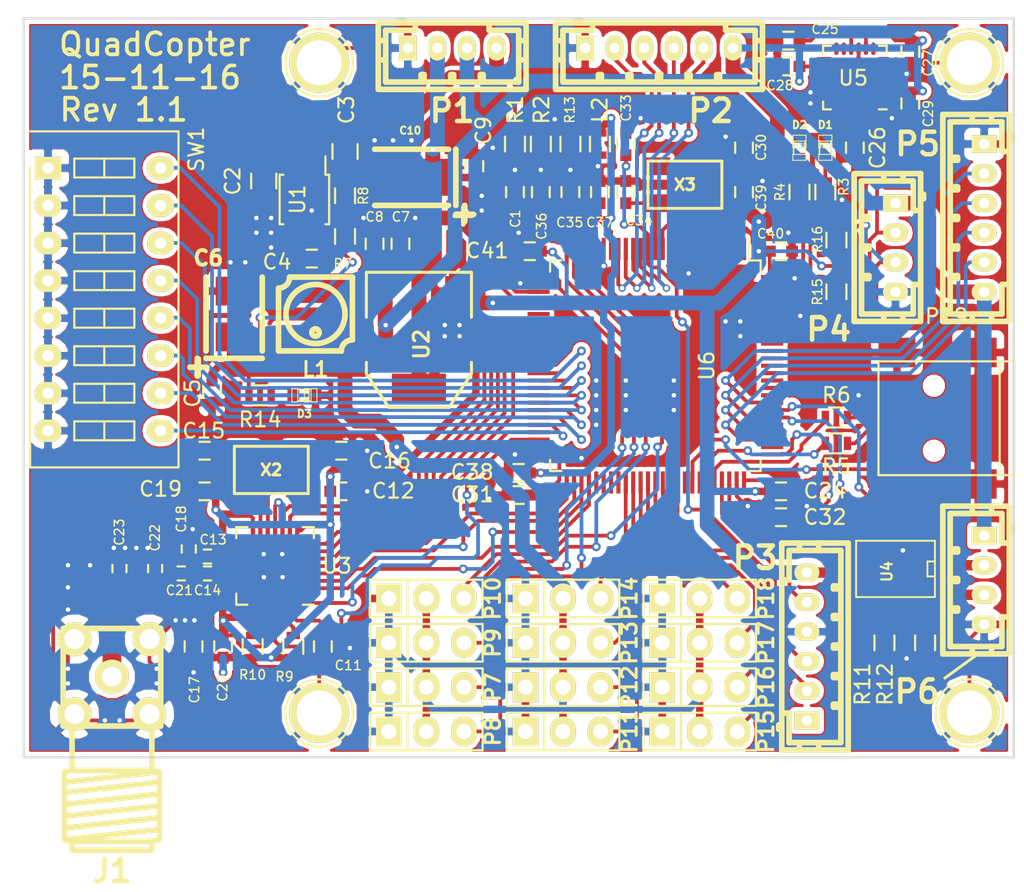
<source format=kicad_pcb>
(kicad_pcb (version 4) (host pcbnew "(2015-09-15 BZR 6201)-product")
  (layers (0 F.Cu signal) (31 B.Cu signal) (34 B.Paste user) (35 F.Paste user) (36 B.SilkS user) (37 F.SilkS user) (38 B.Mask user) (39 F.Mask user) (44 Edge.Cuts user))
  (net 0 "")
  (net 1 /Microcontroller/PA4_ADC123_IN4)
  (net 2 GND)
  (net 3 +BATT)
  (net 4 "Net-(C3-Pad2)")
  (net 5 "Net-(C4-Pad1)")
  (net 6 "Net-(C4-Pad2)")
  (net 7 +5V)
  (net 8 VCC)
  (net 9 "Net-(C11-Pad2)")
  (net 10 "Net-(C13-Pad1)")
  (net 11 "Net-(C14-Pad1)")
  (net 12 "Net-(C16-Pad1)")
  (net 13 "Net-(C19-Pad1)")
  (net 14 "Net-(C25-Pad1)")
  (net 15 "Net-(C26-Pad1)")
  (net 16 "Net-(C30-Pad1)")
  (net 17 "Net-(C31-Pad1)")
  (net 18 "Net-(C32-Pad1)")
  (net 19 /Microcontroller/NRST)
  (net 20 "Net-(C34-Pad1)")
  (net 21 "Net-(C35-Pad2)")
  (net 22 "Net-(C36-Pad1)")
  (net 23 "Net-(D1-Pad1)")
  (net 24 "Net-(D2-Pad1)")
  (net 25 /Microcontroller/PC2_ADC123_IN12)
  (net 26 /Microcontroller/PC3_ADC123_IN13)
  (net 27 /Microcontroller/PC1_ADC123_IN11)
  (net 28 /Microcontroller/PC0_ADC123_IN10)
  (net 29 /Microcontroller/SWCLK)
  (net 30 /Microcontroller/SWDIO)
  (net 31 /Microcontroller/PB6_SCL)
  (net 32 /Microcontroller/PB7_SDA)
  (net 33 /Microcontroller/PC12_SPI3MOSI)
  (net 34 /Microcontroller/PD2)
  (net 35 /Microcontroller/PC11_UART34RX_SPI3MISO)
  (net 36 /Microcontroller/PC10_UART34TX_SPI3SCK)
  (net 37 /CAN/CANL)
  (net 38 /CAN/CANH)
  (net 39 /Microcontroller/PA3_TIM5_CH4)
  (net 40 /Microcontroller/PA2_TIM5_CH3)
  (net 41 /Microcontroller/PA1_TIM5_CH2)
  (net 42 /Microcontroller/PA0_TIM5_CH1)
  (net 43 /Microcontroller/PD15_TIM4_CH4)
  (net 44 /Microcontroller/PD14_TIM4_CH3)
  (net 45 /Microcontroller/PD13_TIM4_CH2)
  (net 46 /Microcontroller/PD12_TIM4_CH1)
  (net 47 /Microcontroller/PE0)
  (net 48 /Microcontroller/PE1)
  (net 49 /Microcontroller/USB_DM)
  (net 50 /Microcontroller/USB_DP)
  (net 51 "Net-(R7-Pad1)")
  (net 52 "Net-(R9-Pad2)")
  (net 53 "Net-(R10-Pad1)")
  (net 54 "Net-(R12-Pad1)")
  (net 55 /Microcontroller/PE15)
  (net 56 /Microcontroller/PE14)
  (net 57 /Microcontroller/PE13)
  (net 58 /Microcontroller/PE12)
  (net 59 /Microcontroller/PE11)
  (net 60 /Microcontroller/PE10)
  (net 61 /Microcontroller/PE9)
  (net 62 /Microcontroller/PE8)
  (net 63 /CC2520/CC_SO)
  (net 64 /CC2520/CC_SI)
  (net 65 /CC2520/CC_CS_N)
  (net 66 /CC2520/CC_GPIO5)
  (net 67 /CC2520/CC_GPIO4)
  (net 68 /CC2520/CC_GPIO3)
  (net 69 /CC2520/CC_GPIO2)
  (net 70 /CC2520/CC_GPIO1)
  (net 71 /CC2520/CC_GPIO0)
  (net 72 /CC2520/CC_RESET)
  (net 73 /CC2520/CC_SCLK)
  (net 74 /CAN/CAN_TX)
  (net 75 /CAN/CAN_RX)
  (net 76 /Microcontroller/USB_VP)
  (net 77 "Net-(D3-Pad1)")
  (net 78 TL2)
  (net 79 /Microcontroller/PC9_TIM3_CH4)
  (net 80 /Microcontroller/PC8_TIM3_CH3)
  (net 81 /Microcontroller/PC7_TIM3_CH2)
  (net 82 /Microcontroller/PC6_TIM3_CH1)
  (net 83 "Net-(P19-Pad2)")
  (net 84 "Net-(P19-Pad3)")
  (module Housings_DFN_QFN:QFN-24-1EP_4x4mm_Pitch0.5mm (layer F.Cu) (at 142.25 87 180)
    (fp_text reference U5 (at 0.116 -0.026 180) (layer F.SilkS))
    (fp_text value MPU9150)
    (pad 1 smd oval (at -1.95 -1.25 180) (size 0.85 0.29) (layers F.Cu F.Paste F.Mask))
    (pad 2 smd oval (at -1.95 -0.75 180) (size 0.85 0.29) (layers F.Cu F.Paste F.Mask))
    (pad 3 smd oval (at -1.95 -0.25 180) (size 0.85 0.29) (layers F.Cu F.Paste F.Mask) (net 8 VCC))
    (pad 4 smd oval (at -1.95 0.25 180) (size 0.85 0.29) (layers F.Cu F.Paste F.Mask))
    (pad 5 smd oval (at -1.95 0.75 180) (size 0.85 0.29) (layers F.Cu F.Paste F.Mask))
    (pad 6 smd oval (at -1.95 1.25 180) (size 0.85 0.29) (layers F.Cu F.Paste F.Mask))
    (pad 7 smd oval (at -1.25 1.95 270) (size 0.85 0.29) (layers F.Cu F.Paste F.Mask))
    (pad 8 smd oval (at -0.75 1.95 270) (size 0.85 0.29) (layers F.Cu F.Paste F.Mask) (net 8 VCC))
    (pad 9 smd oval (at -0.25 1.95 270) (size 0.85 0.29) (layers F.Cu F.Paste F.Mask) (net 2 GND))
    (pad 10 smd oval (at 0.25 1.95 270) (size 0.85 0.29) (layers F.Cu F.Paste F.Mask) (net 14 "Net-(C25-Pad1)"))
    (pad 11 smd oval (at 0.75 1.95 270) (size 0.85 0.29) (layers F.Cu F.Paste F.Mask))
    (pad 12 smd oval (at 1.25 1.95 270) (size 0.85 0.29) (layers F.Cu F.Paste F.Mask))
    (pad 13 smd oval (at 1.95 1.25 180) (size 0.85 0.29) (layers F.Cu F.Paste F.Mask) (net 8 VCC))
    (pad 14 smd oval (at 1.95 0.75 180) (size 0.85 0.29) (layers F.Cu F.Paste F.Mask))
    (pad 15 smd oval (at 1.95 0.25 180) (size 0.85 0.29) (layers F.Cu F.Paste F.Mask) (net 2 GND))
    (pad 16 smd oval (at 1.95 -0.25 180) (size 0.85 0.29) (layers F.Cu F.Paste F.Mask))
    (pad 17 smd oval (at 1.95 -0.75 180) (size 0.85 0.29) (layers F.Cu F.Paste F.Mask) (net 2 GND))
    (pad 18 smd oval (at 1.95 -1.25 180) (size 0.85 0.29) (layers F.Cu F.Paste F.Mask) (net 2 GND))
    (pad 19 smd oval (at 1.25 -1.95 270) (size 0.85 0.29) (layers F.Cu F.Paste F.Mask))
    (pad 20 smd oval (at 0.75 -1.95 270) (size 0.85 0.29) (layers F.Cu F.Paste F.Mask) (net 15 "Net-(C26-Pad1)"))
    (pad 21 smd oval (at 0.25 -1.95 270) (size 0.85 0.29) (layers F.Cu F.Paste F.Mask))
    (pad 22 smd oval (at -0.25 -1.95 270) (size 0.85 0.29) (layers F.Cu F.Paste F.Mask))
    (pad 23 smd oval (at -0.75 -1.95 270) (size 0.85 0.29) (layers F.Cu F.Paste F.Mask) (net 31 /Microcontroller/PB6_SCL))
    (pad 24 smd oval (at -1.25 -1.95 270) (size 0.85 0.29) (layers F.Cu F.Paste F.Mask) (net 32 /Microcontroller/PB7_SDA))
  )
  (module Housings_DFN_QFN:QFN-28-1EP_5x5mm_Pitch0.5mm (layer F.Cu) (at 103.018 120.046 180)
    (fp_text reference U3 (at -4.191 0 180) (layer F.SilkS))
    (fp_text value CC2520)
    (pad 1 smd oval (at -2.45 -1.5 180) (size 0.85 0.29) (layers F.Cu F.Paste F.Mask) (net 63 /CC2520/CC_SO))
    (pad 2 smd oval (at -2.45 -1 180) (size 0.85 0.29) (layers F.Cu F.Paste F.Mask) (net 64 /CC2520/CC_SI))
    (pad 3 smd oval (at -2.45 -0.5 180) (size 0.85 0.29) (layers F.Cu F.Paste F.Mask) (net 65 /CC2520/CC_CS_N))
    (pad 4 smd oval (at -2.45 0 180) (size 0.85 0.29) (layers F.Cu F.Paste F.Mask) (net 66 /CC2520/CC_GPIO5))
    (pad 5 smd oval (at -2.45 0.5 180) (size 0.85 0.29) (layers F.Cu F.Paste F.Mask) (net 67 /CC2520/CC_GPIO4))
    (pad 6 smd oval (at -2.45 1 180) (size 0.85 0.29) (layers F.Cu F.Paste F.Mask) (net 68 /CC2520/CC_GPIO3))
    (pad 7 smd oval (at -2.45 1.5 180) (size 0.85 0.29) (layers F.Cu F.Paste F.Mask) (net 69 /CC2520/CC_GPIO2))
    (pad 8 smd oval (at -1.5 2.45 270) (size 0.85 0.29) (layers F.Cu F.Paste F.Mask) (net 8 VCC))
    (pad 9 smd oval (at -1 2.45 270) (size 0.85 0.29) (layers F.Cu F.Paste F.Mask) (net 70 /CC2520/CC_GPIO1))
    (pad 10 smd oval (at -0.5 2.45 270) (size 0.85 0.29) (layers F.Cu F.Paste F.Mask) (net 71 /CC2520/CC_GPIO0))
    (pad 11 smd oval (at 0 2.45 270) (size 0.85 0.29) (layers F.Cu F.Paste F.Mask) (net 8 VCC))
    (pad 12 smd oval (at 0.5 2.45 270) (size 0.85 0.29) (layers F.Cu F.Paste F.Mask) (net 12 "Net-(C16-Pad1)"))
    (pad 13 smd oval (at 1 2.45 270) (size 0.85 0.29) (layers F.Cu F.Paste F.Mask) (net 13 "Net-(C19-Pad1)"))
    (pad 14 smd oval (at 1.5 2.45 270) (size 0.85 0.29) (layers F.Cu F.Paste F.Mask) (net 8 VCC))
    (pad 15 smd oval (at 2.45 1.5 180) (size 0.85 0.29) (layers F.Cu F.Paste F.Mask))
    (pad 16 smd oval (at 2.45 1 180) (size 0.85 0.29) (layers F.Cu F.Paste F.Mask) (net 8 VCC))
    (pad 17 smd oval (at 2.45 0.5 180) (size 0.85 0.29) (layers F.Cu F.Paste F.Mask) (net 10 "Net-(C13-Pad1)"))
    (pad 18 smd oval (at 2.45 0 180) (size 0.85 0.29) (layers F.Cu F.Paste F.Mask))
    (pad 19 smd oval (at 2.45 -0.5 180) (size 0.85 0.29) (layers F.Cu F.Paste F.Mask) (net 11 "Net-(C14-Pad1)"))
    (pad 20 smd oval (at 2.45 -1 180) (size 0.85 0.29) (layers F.Cu F.Paste F.Mask) (net 8 VCC))
    (pad 21 smd oval (at 2.45 -1.5 180) (size 0.85 0.29) (layers F.Cu F.Paste F.Mask))
    (pad 22 smd oval (at 1.5 -2.45 270) (size 0.85 0.29) (layers F.Cu F.Paste F.Mask) (net 8 VCC))
    (pad 23 smd oval (at 1 -2.45 270) (size 0.85 0.29) (layers F.Cu F.Paste F.Mask) (net 53 "Net-(R10-Pad1)"))
    (pad 24 smd oval (at 0.5 -2.45 270) (size 0.85 0.29) (layers F.Cu F.Paste F.Mask) (net 8 VCC))
    (pad 25 smd oval (at 0 -2.45 270) (size 0.85 0.29) (layers F.Cu F.Paste F.Mask) (net 72 /CC2520/CC_RESET))
    (pad 26 smd oval (at -0.5 -2.45 270) (size 0.85 0.29) (layers F.Cu F.Paste F.Mask) (net 52 "Net-(R9-Pad2)"))
    (pad 27 smd oval (at -1 -2.45 270) (size 0.85 0.29) (layers F.Cu F.Paste F.Mask) (net 9 "Net-(C11-Pad2)"))
    (pad 28 smd oval (at -1.5 -2.45 270) (size 0.85 0.29) (layers F.Cu F.Paste F.Mask) (net 73 /CC2520/CC_SCLK))
    (pad 29 smd rect (at 0.8375 0.8375 180) (size 1.675 1.675) (layers F.Cu F.Paste F.Mask) (net 2 GND))
    (pad 29 smd rect (at 0.8375 -0.8375 180) (size 1.675 1.675) (layers F.Cu F.Paste F.Mask) (net 2 GND))
    (pad 29 smd rect (at -0.8375 0.8375 180) (size 1.675 1.675) (layers F.Cu F.Paste F.Mask) (net 2 GND))
    (pad 29 smd rect (at -0.8375 -0.8375 180) (size 1.675 1.675) (layers F.Cu F.Paste F.Mask) (net 2 GND))
  )
  (module Capacitors_Tantalum_SMD:TantalC_SizeB_EIA-3528_Reflow (layer F.Cu) (at 100.25 103 90)
    (fp_text reference C6 (at 3.782 -1.75 180) (layer F.SilkS) (effects (font (thickness 0.25))))
    (fp_text value 100u hide)
    (fp_text user + (at -3.59918 -2.49936 90) (layer F.SilkS) (effects (font (thickness 0.3048))))
    (pad 2 smd rect (at 1.5494 0 90) (size 1.95072 2.49936) (layers F.Cu F.Paste F.Mask) (net 2 GND))
    (pad 1 smd rect (at -1.5494 0 90) (size 1.95072 2.49936) (layers F.Cu F.Paste F.Mask) (net 7 +5V))
  )
  (module Capacitors_Tantalum_SMD:TantalC_SizeB_EIA-3528_Reflow (layer F.Cu) (at 112.25 93.75 180)
    (fp_text reference C10 (at 0.088 3.168 180) (layer F.SilkS) (effects (font (size 0.5 0.5) (thickness 0.125))))
    (fp_text value 100u hide)
    (fp_text user + (at -3.5 -2.5 180) (layer F.SilkS) (effects (font (thickness 0.3048))))
    (pad 2 smd rect (at 1.5494 0 180) (size 1.95072 2.49936) (layers F.Cu F.Paste F.Mask) (net 2 GND))
    (pad 1 smd rect (at -1.5494 0 180) (size 1.95072 2.49936) (layers F.Cu F.Paste F.Mask) (net 8 VCC))
  )
  (module LEDs:LED-0603 (layer F.Cu) (at 140.25 91.75 90)
    (fp_text reference D1 (at 1.549 0 180) (layer F.SilkS) (effects (font (size 0.508 0.508) (thickness 0.127))))
    (fp_text value RED hide)
    (pad 1 smd rect (at -0.7493 0 90) (size 0.79756 0.79756) (layers F.Cu F.Paste F.Mask) (net 23 "Net-(D1-Pad1)"))
    (pad 2 smd rect (at 0.7493 0 90) (size 0.79756 0.79756) (layers F.Cu F.Paste F.Mask) (net 2 GND))
  )
  (module LEDs:LED-0603 (layer F.Cu) (at 138.5 91.75 90)
    (fp_text reference D2 (at 1.549 0 180) (layer F.SilkS) (effects (font (size 0.508 0.508) (thickness 0.127))))
    (fp_text value GREEN hide)
    (pad 1 smd rect (at -0.7493 0 90) (size 0.79756 0.79756) (layers F.Cu F.Paste F.Mask) (net 24 "Net-(D2-Pad1)"))
    (pad 2 smd rect (at 0.7493 0 90) (size 0.79756 0.79756) (layers F.Cu F.Paste F.Mask) (net 2 GND))
  )
  (module w_conn_rf:sma_90_r300.124.403 (layer F.Cu) (at 91.977 131.781)
    (fp_text reference J1 (at 0 8.9) (layer F.SilkS) (effects (font (thickness 0.3048))))
    (fp_text value SMA hide)
    (pad 1 thru_hole circle (at 0 -4.2418) (size 2.3 2.3) (drill 1.35) (layers *.Cu *.Mask F.SilkS) (net 78 TL2))
    (pad 2 thru_hole circle (at 2.54 -6.7818) (size 2.3 2.3) (drill 1.35) (layers *.Cu *.Mask F.SilkS) (net 2 GND))
    (pad 2 thru_hole circle (at -2.54 -6.7818) (size 2.3 2.3) (drill 1.35) (layers *.Cu *.Mask F.SilkS) (net 2 GND))
    (pad 2 thru_hole circle (at -2.54 -1.7018) (size 2.3 2.3) (drill 1.35) (layers *.Cu *.Mask F.SilkS) (net 2 GND))
    (pad 2 thru_hole circle (at 2.54 -1.7018) (size 2.3 2.3) (drill 1.35) (layers *.Cu *.Mask F.SilkS) (net 2 GND))
  )
  (module w_smd_inductors:inductor_smd_4.8x2.8mm (layer F.Cu) (at 105.75 103 180)
    (fp_text reference L1 (at 0 -3.75 360) (layer F.SilkS) (effects (font (size 0.99822 0.99822) (thickness 0.19812))))
    (fp_text value 22U hide)
    (pad 1 smd rect (at 0 -1.74752 180) (size 5.2959 1.99898) (layers F.Cu F.Paste F.Mask) (net 7 +5V))
    (pad 2 smd rect (at 0 1.74752 180) (size 5.2959 1.99898) (layers F.Cu F.Paste F.Mask) (net 5 "Net-(C4-Pad1)"))
  )
  (module w_conn_jst-ph:b4b-ph-kl (layer F.Cu) (at 115 85)
    (fp_text reference P1 (at 0 4.25) (layer F.SilkS) (effects (font (thickness 0.3048))))
    (fp_text value POWER hide)
    (pad 1 thru_hole rect (at -3.00228 0) (size 1.19888 1.69926) (drill 0.70104) (layers *.Cu *.Mask F.SilkS) (net 2 GND))
    (pad 3 thru_hole oval (at 1.00076 0) (size 1.19888 1.69926) (drill 0.70104) (layers *.Cu *.Mask F.SilkS) (net 7 +5V))
    (pad 2 thru_hole oval (at -1.00076 0) (size 1.19888 1.69926) (drill 0.70104) (layers *.Cu *.Mask F.SilkS) (net 8 VCC))
    (pad 4 thru_hole oval (at 2.99974 0) (size 1.19888 1.69926) (drill 0.70104) (layers *.Cu *.Mask F.SilkS) (net 3 +BATT))
  )
  (module w_conn_jst-ph:b6b-ph-kl (layer F.Cu) (at 129 85)
    (fp_text reference P2 (at 3.5 4.25) (layer F.SilkS) (effects (font (thickness 0.3048))))
    (fp_text value ADC_GPIO hide)
    (pad 1 thru_hole rect (at -5.0038 0) (size 1.19888 1.69926) (drill 0.70104) (layers *.Cu *.Mask F.SilkS) (net 2 GND))
    (pad 3 thru_hole oval (at -1.00076 0) (size 1.19888 1.69926) (drill 0.70104) (layers *.Cu *.Mask F.SilkS) (net 25 /Microcontroller/PC2_ADC123_IN12))
    (pad 2 thru_hole oval (at -3.00228 0) (size 1.19888 1.69926) (drill 0.70104) (layers *.Cu *.Mask F.SilkS) (net 26 /Microcontroller/PC3_ADC123_IN13))
    (pad 4 thru_hole oval (at 0.99822 0) (size 1.19888 1.69926) (drill 0.70104) (layers *.Cu *.Mask F.SilkS) (net 27 /Microcontroller/PC1_ADC123_IN11))
    (pad 5 thru_hole oval (at 2.99974 0) (size 1.19888 1.69926) (drill 0.70104) (layers *.Cu *.Mask F.SilkS) (net 28 /Microcontroller/PC0_ADC123_IN10))
    (pad 6 thru_hole oval (at 5.00126 0) (size 1.19888 1.69926) (drill 0.70104) (layers *.Cu *.Mask F.SilkS) (net 8 VCC))
  )
  (module w_conn_jst-ph:b6b-ph-kl (layer F.Cu) (at 139 125.49822 90)
    (fp_text reference P3 (at 6 -3.5 360) (layer F.SilkS) (effects (font (thickness 0.3048))))
    (fp_text value SWD hide)
    (pad 1 thru_hole rect (at -5.0038 0 90) (size 1.19888 1.69926) (drill 0.70104) (layers *.Cu *.Mask F.SilkS))
    (pad 3 thru_hole oval (at -1.00076 0 90) (size 1.19888 1.69926) (drill 0.70104) (layers *.Cu *.Mask F.SilkS) (net 30 /Microcontroller/SWDIO))
    (pad 2 thru_hole oval (at -3.00228 0 90) (size 1.19888 1.69926) (drill 0.70104) (layers *.Cu *.Mask F.SilkS) (net 19 /Microcontroller/NRST))
    (pad 4 thru_hole oval (at 0.99822 0 90) (size 1.19888 1.69926) (drill 0.70104) (layers *.Cu *.Mask F.SilkS) (net 2 GND))
    (pad 5 thru_hole oval (at 2.99974 0 90) (size 1.19888 1.69926) (drill 0.70104) (layers *.Cu *.Mask F.SilkS) (net 29 /Microcontroller/SWCLK))
    (pad 6 thru_hole oval (at 5.00126 0 90) (size 1.19888 1.69926) (drill 0.70104) (layers *.Cu *.Mask F.SilkS) (net 8 VCC))
  )
  (module w_conn_jst-ph:b4b-ph-kl (layer F.Cu) (at 145 98.5 270)
    (fp_text reference P4 (at 5.544 4.517 360) (layer F.SilkS) (effects (font (thickness 0.3048))))
    (fp_text value I2C hide)
    (pad 1 thru_hole rect (at -3.00228 0 270) (size 1.19888 1.69926) (drill 0.70104) (layers *.Cu *.Mask F.SilkS) (net 7 +5V))
    (pad 3 thru_hole oval (at 1.00076 0 270) (size 1.19888 1.69926) (drill 0.70104) (layers *.Cu *.Mask F.SilkS) (net 31 /Microcontroller/PB6_SCL))
    (pad 2 thru_hole oval (at -1.00076 0 270) (size 1.19888 1.69926) (drill 0.70104) (layers *.Cu *.Mask F.SilkS) (net 32 /Microcontroller/PB7_SDA))
    (pad 4 thru_hole oval (at 2.99974 0 270) (size 1.19888 1.69926) (drill 0.70104) (layers *.Cu *.Mask F.SilkS) (net 2 GND))
  )
  (module w_conn_jst-ph:b6b-ph-kl (layer F.Cu) (at 151 96.5 270)
    (fp_text reference P5 (at -5 4.5 360) (layer F.SilkS) (effects (font (thickness 0.3048))))
    (fp_text value UART/SPI hide)
    (pad 1 thru_hole rect (at -5.0038 0 270) (size 1.19888 1.69926) (drill 0.70104) (layers *.Cu *.Mask F.SilkS) (net 2 GND))
    (pad 3 thru_hole oval (at -1.00076 0 270) (size 1.19888 1.69926) (drill 0.70104) (layers *.Cu *.Mask F.SilkS) (net 33 /Microcontroller/PC12_SPI3MOSI))
    (pad 2 thru_hole oval (at -3.00228 0 270) (size 1.19888 1.69926) (drill 0.70104) (layers *.Cu *.Mask F.SilkS) (net 34 /Microcontroller/PD2))
    (pad 4 thru_hole oval (at 0.99822 0 270) (size 1.19888 1.69926) (drill 0.70104) (layers *.Cu *.Mask F.SilkS) (net 35 /Microcontroller/PC11_UART34RX_SPI3MISO))
    (pad 5 thru_hole oval (at 2.99974 0 270) (size 1.19888 1.69926) (drill 0.70104) (layers *.Cu *.Mask F.SilkS) (net 36 /Microcontroller/PC10_UART34TX_SPI3SCK))
    (pad 6 thru_hole oval (at 5.00126 0 270) (size 1.19888 1.69926) (drill 0.70104) (layers *.Cu *.Mask F.SilkS) (net 7 +5V))
  )
  (module w_conn_jst-ph:b4b-ph-kl (layer F.Cu) (at 151 121 270)
    (fp_text reference P6 (at 7.555 4.548 360) (layer F.SilkS) (effects (font (thickness 0.3048))))
    (fp_text value CAN hide)
    (pad 1 thru_hole rect (at -3.00228 0 270) (size 1.19888 1.69926) (drill 0.70104) (layers *.Cu *.Mask F.SilkS) (net 7 +5V))
    (pad 3 thru_hole oval (at 1.00076 0 270) (size 1.19888 1.69926) (drill 0.70104) (layers *.Cu *.Mask F.SilkS) (net 37 /CAN/CANL))
    (pad 2 thru_hole oval (at -1.00076 0 270) (size 1.19888 1.69926) (drill 0.70104) (layers *.Cu *.Mask F.SilkS) (net 38 /CAN/CANH))
    (pad 4 thru_hole oval (at 2.99974 0 270) (size 1.19888 1.69926) (drill 0.70104) (layers *.Cu *.Mask F.SilkS) (net 2 GND))
  )
  (module Pin_Headers:Pin_Header_Straight_1x03 (layer F.Cu) (at 113.25 128.25)
    (fp_text reference P7 (at 4.5 0 90) (layer F.SilkS) (effects (font (thickness 0.2032))))
    (fp_text value SERVO_IO hide)
    (pad 1 thru_hole rect (at -2.54 0) (size 1.7272 2.032) (drill 1.016) (layers *.Cu *.Mask F.SilkS) (net 2 GND))
    (pad 2 thru_hole oval (at 0 0) (size 1.7272 2.032) (drill 1.016) (layers *.Cu *.Mask F.SilkS) (net 7 +5V))
    (pad 3 thru_hole oval (at 2.54 0) (size 1.7272 2.032) (drill 1.016) (layers *.Cu *.Mask F.SilkS) (net 39 /Microcontroller/PA3_TIM5_CH4))
  )
  (module Pin_Headers:Pin_Header_Straight_1x03 (layer F.Cu) (at 113.25 131.25)
    (fp_text reference P8 (at 4.5 0 90) (layer F.SilkS) (effects (font (thickness 0.2032))))
    (fp_text value SERVO_IO hide)
    (pad 1 thru_hole rect (at -2.54 0) (size 1.7272 2.032) (drill 1.016) (layers *.Cu *.Mask F.SilkS) (net 2 GND))
    (pad 2 thru_hole oval (at 0 0) (size 1.7272 2.032) (drill 1.016) (layers *.Cu *.Mask F.SilkS) (net 7 +5V))
    (pad 3 thru_hole oval (at 2.54 0) (size 1.7272 2.032) (drill 1.016) (layers *.Cu *.Mask F.SilkS) (net 40 /Microcontroller/PA2_TIM5_CH3))
  )
  (module Pin_Headers:Pin_Header_Straight_1x03 (layer F.Cu) (at 113.25 125.25)
    (fp_text reference P9 (at 4.5 0 90) (layer F.SilkS) (effects (font (thickness 0.2032))))
    (fp_text value SERVO_IO hide)
    (pad 1 thru_hole rect (at -2.54 0) (size 1.7272 2.032) (drill 1.016) (layers *.Cu *.Mask F.SilkS) (net 2 GND))
    (pad 2 thru_hole oval (at 0 0) (size 1.7272 2.032) (drill 1.016) (layers *.Cu *.Mask F.SilkS) (net 7 +5V))
    (pad 3 thru_hole oval (at 2.54 0) (size 1.7272 2.032) (drill 1.016) (layers *.Cu *.Mask F.SilkS) (net 41 /Microcontroller/PA1_TIM5_CH2))
  )
  (module Pin_Headers:Pin_Header_Straight_1x03 (layer F.Cu) (at 113.25 122.25)
    (fp_text reference P10 (at 4.5 0 90) (layer F.SilkS) (effects (font (thickness 0.2032))))
    (fp_text value SERVO_IO hide)
    (pad 1 thru_hole rect (at -2.54 0) (size 1.7272 2.032) (drill 1.016) (layers *.Cu *.Mask F.SilkS) (net 2 GND))
    (pad 2 thru_hole oval (at 0 0) (size 1.7272 2.032) (drill 1.016) (layers *.Cu *.Mask F.SilkS) (net 7 +5V))
    (pad 3 thru_hole oval (at 2.54 0) (size 1.7272 2.032) (drill 1.016) (layers *.Cu *.Mask F.SilkS) (net 42 /Microcontroller/PA0_TIM5_CH1))
  )
  (module Pin_Headers:Pin_Header_Straight_1x03 (layer F.Cu) (at 122.5 131.25)
    (fp_text reference P11 (at 4.5 0 90) (layer F.SilkS) (effects (font (thickness 0.2032))))
    (fp_text value SERVO_IO hide)
    (pad 1 thru_hole rect (at -2.54 0) (size 1.7272 2.032) (drill 1.016) (layers *.Cu *.Mask F.SilkS) (net 2 GND))
    (pad 2 thru_hole oval (at 0 0) (size 1.7272 2.032) (drill 1.016) (layers *.Cu *.Mask F.SilkS) (net 7 +5V))
    (pad 3 thru_hole oval (at 2.54 0) (size 1.7272 2.032) (drill 1.016) (layers *.Cu *.Mask F.SilkS) (net 43 /Microcontroller/PD15_TIM4_CH4))
  )
  (module Pin_Headers:Pin_Header_Straight_1x03 (layer F.Cu) (at 122.5 128.25)
    (fp_text reference P12 (at 4.5 0 90) (layer F.SilkS) (effects (font (thickness 0.2032))))
    (fp_text value SERVO_IO hide)
    (pad 1 thru_hole rect (at -2.54 0) (size 1.7272 2.032) (drill 1.016) (layers *.Cu *.Mask F.SilkS) (net 2 GND))
    (pad 2 thru_hole oval (at 0 0) (size 1.7272 2.032) (drill 1.016) (layers *.Cu *.Mask F.SilkS) (net 7 +5V))
    (pad 3 thru_hole oval (at 2.54 0) (size 1.7272 2.032) (drill 1.016) (layers *.Cu *.Mask F.SilkS) (net 44 /Microcontroller/PD14_TIM4_CH3))
  )
  (module Pin_Headers:Pin_Header_Straight_1x03 (layer F.Cu) (at 122.5 125.25)
    (fp_text reference P13 (at 4.5 0 90) (layer F.SilkS) (effects (font (thickness 0.2032))))
    (fp_text value SERVO_IO hide)
    (pad 1 thru_hole rect (at -2.54 0) (size 1.7272 2.032) (drill 1.016) (layers *.Cu *.Mask F.SilkS) (net 2 GND))
    (pad 2 thru_hole oval (at 0 0) (size 1.7272 2.032) (drill 1.016) (layers *.Cu *.Mask F.SilkS) (net 7 +5V))
    (pad 3 thru_hole oval (at 2.54 0) (size 1.7272 2.032) (drill 1.016) (layers *.Cu *.Mask F.SilkS) (net 45 /Microcontroller/PD13_TIM4_CH2))
  )
  (module Pin_Headers:Pin_Header_Straight_1x03 (layer F.Cu) (at 122.5 122.25)
    (fp_text reference P14 (at 4.5 0 90) (layer F.SilkS) (effects (font (thickness 0.2032))))
    (fp_text value SERVO_IO hide)
    (pad 1 thru_hole rect (at -2.54 0) (size 1.7272 2.032) (drill 1.016) (layers *.Cu *.Mask F.SilkS) (net 2 GND))
    (pad 2 thru_hole oval (at 0 0) (size 1.7272 2.032) (drill 1.016) (layers *.Cu *.Mask F.SilkS) (net 7 +5V))
    (pad 3 thru_hole oval (at 2.54 0) (size 1.7272 2.032) (drill 1.016) (layers *.Cu *.Mask F.SilkS) (net 46 /Microcontroller/PD12_TIM4_CH1))
  )
  (module Pin_Headers:Pin_Header_Straight_1x03 (layer F.Cu) (at 131.75 131.25)
    (fp_text reference P15 (at 4.5 0 90) (layer F.SilkS) (effects (font (thickness 0.2032))))
    (fp_text value SERVO_IO hide)
    (pad 1 thru_hole rect (at -2.54 0) (size 1.7272 2.032) (drill 1.016) (layers *.Cu *.Mask F.SilkS) (net 2 GND))
    (pad 2 thru_hole oval (at 0 0) (size 1.7272 2.032) (drill 1.016) (layers *.Cu *.Mask F.SilkS) (net 7 +5V))
    (pad 3 thru_hole oval (at 2.54 0) (size 1.7272 2.032) (drill 1.016) (layers *.Cu *.Mask F.SilkS) (net 79 /Microcontroller/PC9_TIM3_CH4))
  )
  (module Pin_Headers:Pin_Header_Straight_1x03 (layer F.Cu) (at 131.75 128.25)
    (fp_text reference P16 (at 4.5 0 90) (layer F.SilkS) (effects (font (thickness 0.2032))))
    (fp_text value SERVO_IO hide)
    (pad 1 thru_hole rect (at -2.54 0) (size 1.7272 2.032) (drill 1.016) (layers *.Cu *.Mask F.SilkS) (net 2 GND))
    (pad 2 thru_hole oval (at 0 0) (size 1.7272 2.032) (drill 1.016) (layers *.Cu *.Mask F.SilkS) (net 7 +5V))
    (pad 3 thru_hole oval (at 2.54 0) (size 1.7272 2.032) (drill 1.016) (layers *.Cu *.Mask F.SilkS) (net 80 /Microcontroller/PC8_TIM3_CH3))
  )
  (module Pin_Headers:Pin_Header_Straight_1x03 (layer F.Cu) (at 131.75 125.25)
    (fp_text reference P17 (at 4.5 0 90) (layer F.SilkS) (effects (font (thickness 0.2032))))
    (fp_text value SERVO_IO hide)
    (pad 1 thru_hole rect (at -2.54 0) (size 1.7272 2.032) (drill 1.016) (layers *.Cu *.Mask F.SilkS) (net 2 GND))
    (pad 2 thru_hole oval (at 0 0) (size 1.7272 2.032) (drill 1.016) (layers *.Cu *.Mask F.SilkS) (net 7 +5V))
    (pad 3 thru_hole oval (at 2.54 0) (size 1.7272 2.032) (drill 1.016) (layers *.Cu *.Mask F.SilkS) (net 81 /Microcontroller/PC7_TIM3_CH2))
  )
  (module Pin_Headers:Pin_Header_Straight_1x03 (layer F.Cu) (at 131.75 122.25)
    (fp_text reference P18 (at 4.5 0 90) (layer F.SilkS) (effects (font (thickness 0.2032))))
    (fp_text value SERVO_IO hide)
    (pad 1 thru_hole rect (at -2.54 0) (size 1.7272 2.032) (drill 1.016) (layers *.Cu *.Mask F.SilkS) (net 2 GND))
    (pad 2 thru_hole oval (at 0 0) (size 1.7272 2.032) (drill 1.016) (layers *.Cu *.Mask F.SilkS) (net 7 +5V))
    (pad 3 thru_hole oval (at 2.54 0) (size 1.7272 2.032) (drill 1.016) (layers *.Cu *.Mask F.SilkS) (net 82 /Microcontroller/PC6_TIM3_CH1))
  )
  (module LEDs:LED-0603 (layer F.Cu) (at 105 108.5)
    (fp_text reference D3 (at 0 1.25) (layer F.SilkS) (effects (font (size 0.508 0.508) (thickness 0.127))))
    (fp_text value BLUE hide)
    (pad 1 smd rect (at -0.7493 0) (size 0.79756 0.79756) (layers F.Cu F.Paste F.Mask) (net 77 "Net-(D3-Pad1)"))
    (pad 2 smd rect (at 0.7493 0) (size 0.79756 0.79756) (layers F.Cu F.Paste F.Mask) (net 2 GND))
  )
  (module Capacitors_SMD:C_0603 (layer F.Cu) (at 119.25 94.75 90)
    (fp_text reference C1 (at -1.801 0.024 90) (layer F.SilkS) (effects (font (size 0.635 0.635) (thickness 0.1016))))
    (fp_text value 1u)
    (pad 1 smd rect (at -0.75 0 90) (size 0.8 0.75) (layers F.Cu F.Paste F.Mask) (net 1 /Microcontroller/PA4_ADC123_IN4))
    (pad 2 smd rect (at 0.75 0 90) (size 0.8 0.75) (layers F.Cu F.Paste F.Mask) (net 2 GND))
  )
  (module Capacitors_SMD:C_0805 (layer F.Cu) (at 102.25 94 90)
    (fp_text reference C2 (at 0 -2.1 90) (layer F.SilkS))
    (fp_text value 2.2u)
    (pad 1 smd rect (at -1 0 90) (size 1 1.25) (layers F.Cu F.Paste F.Mask) (net 2 GND))
    (pad 2 smd rect (at 1 0 90) (size 1 1.25) (layers F.Cu F.Paste F.Mask) (net 3 +BATT))
  )
  (module Capacitors_SMD:C_0805 (layer F.Cu) (at 107.75 92 270)
    (fp_text reference C3 (at -2.815 -0.094 270) (layer F.SilkS))
    (fp_text value 2.2u)
    (pad 1 smd rect (at -1 0 270) (size 1 1.25) (layers F.Cu F.Paste F.Mask) (net 2 GND))
    (pad 2 smd rect (at 1 0 270) (size 1 1.25) (layers F.Cu F.Paste F.Mask) (net 4 "Net-(C3-Pad2)"))
  )
  (module Capacitors_SMD:C_0603 (layer F.Cu) (at 105.5 99.25)
    (fp_text reference C4 (at -2.355 0.222) (layer F.SilkS))
    (fp_text value 100n)
    (pad 1 smd rect (at -0.75 0) (size 0.8 0.75) (layers F.Cu F.Paste F.Mask) (net 5 "Net-(C4-Pad1)"))
    (pad 2 smd rect (at 0.75 0) (size 0.8 0.75) (layers F.Cu F.Paste F.Mask) (net 6 "Net-(C4-Pad2)"))
  )
  (module Capacitors_SMD:C_0603 (layer F.Cu) (at 98.75 108.25 90)
    (fp_text reference C5 (at -0.112 -1.32 90) (layer F.SilkS))
    (fp_text value 2.2u)
    (pad 1 smd rect (at -0.75 0 90) (size 0.8 0.75) (layers F.Cu F.Paste F.Mask) (net 2 GND))
    (pad 2 smd rect (at 0.75 0 90) (size 0.8 0.75) (layers F.Cu F.Paste F.Mask) (net 7 +5V))
  )
  (module Capacitors_SMD:C_0603 (layer F.Cu) (at 111.5 98.25 270)
    (fp_text reference C7 (at -1.826 -0.027 360) (layer F.SilkS) (effects (font (size 0.635 0.635) (thickness 0.1016))))
    (fp_text value 2.2u)
    (pad 1 smd rect (at -0.75 0 270) (size 0.8 0.75) (layers F.Cu F.Paste F.Mask) (net 2 GND))
    (pad 2 smd rect (at 0.75 0 270) (size 0.8 0.75) (layers F.Cu F.Paste F.Mask) (net 7 +5V))
  )
  (module Capacitors_SMD:C_0603 (layer F.Cu) (at 109.75 98.25 270)
    (fp_text reference C8 (at -1.826 0.001 360) (layer F.SilkS) (effects (font (size 0.635 0.635) (thickness 0.1016))))
    (fp_text value 2.2u)
    (pad 1 smd rect (at -0.75 0 270) (size 0.8 0.75) (layers F.Cu F.Paste F.Mask) (net 2 GND))
    (pad 2 smd rect (at 0.75 0 270) (size 0.8 0.75) (layers F.Cu F.Paste F.Mask) (net 7 +5V))
  )
  (module Capacitors_SMD:C_0603 (layer F.Cu) (at 116.5 93 270)
    (fp_text reference C9 (at -2.418 -0.615 270) (layer F.SilkS))
    (fp_text value 2.2u)
    (pad 1 smd rect (at -0.75 0 270) (size 0.8 0.75) (layers F.Cu F.Paste F.Mask) (net 2 GND))
    (pad 2 smd rect (at 0.75 0 270) (size 0.8 0.75) (layers F.Cu F.Paste F.Mask) (net 8 VCC))
  )
  (module Capacitors_SMD:C_0603 (layer F.Cu) (at 106.25 125.5 90)
    (fp_text reference C11 (at -1.277 1.721 180) (layer F.SilkS) (effects (font (size 0.635 0.635) (thickness 0.1016))))
    (fp_text value 100n)
    (pad 1 smd rect (at -0.75 0 90) (size 0.8 0.75) (layers F.Cu F.Paste F.Mask) (net 2 GND))
    (pad 2 smd rect (at 0.75 0 90) (size 0.8 0.75) (layers F.Cu F.Paste F.Mask) (net 9 "Net-(C11-Pad2)"))
  )
  (module Capacitors_SMD:C_0603 (layer F.Cu) (at 107.5 115 180)
    (fp_text reference C12 (at -3.519 0.034 180) (layer F.SilkS))
    (fp_text value 100n)
    (pad 1 smd rect (at -0.75 0 180) (size 0.8 0.75) (layers F.Cu F.Paste F.Mask) (net 2 GND))
    (pad 2 smd rect (at 0.75 0 180) (size 0.8 0.75) (layers F.Cu F.Paste F.Mask) (net 8 VCC))
  )
  (module Capacitors_SMD:C_0402 (layer F.Cu) (at 98.446 119.411 180)
    (fp_text reference C13 (at -0.381 1.143 360) (layer F.SilkS) (effects (font (size 0.635 0.635) (thickness 0.1016))))
    (fp_text value 39p)
    (pad 1 smd rect (at -0.55 0 180) (size 0.6 0.5) (layers F.Cu F.Paste F.Mask) (net 10 "Net-(C13-Pad1)"))
    (pad 2 smd rect (at 0.55 0 180) (size 0.6 0.5) (layers F.Cu F.Paste F.Mask) (net 78 TL2))
  )
  (module Capacitors_SMD:C_0402 (layer F.Cu) (at 98.446 120.554 180)
    (fp_text reference C14 (at 0 -1.143 180) (layer F.SilkS) (effects (font (size 0.635 0.635) (thickness 0.1016))))
    (fp_text value 82p)
    (pad 1 smd rect (at -0.55 0 180) (size 0.6 0.5) (layers F.Cu F.Paste F.Mask) (net 11 "Net-(C14-Pad1)"))
    (pad 2 smd rect (at 0.55 0 180) (size 0.6 0.5) (layers F.Cu F.Paste F.Mask) (net 2 GND))
  )
  (module Capacitors_SMD:C_0603 (layer F.Cu) (at 98.25 115)
    (fp_text reference C15 (at -0.058 -4.098) (layer F.SilkS))
    (fp_text value 100n)
    (pad 1 smd rect (at -0.75 0) (size 0.8 0.75) (layers F.Cu F.Paste F.Mask) (net 2 GND))
    (pad 2 smd rect (at 0.75 0) (size 0.8 0.75) (layers F.Cu F.Paste F.Mask) (net 8 VCC))
  )
  (module Capacitors_SMD:C_0603 (layer F.Cu) (at 107.5 112.25)
    (fp_text reference C16 (at 3.265 0.684) (layer F.SilkS))
    (fp_text value 27p)
    (pad 1 smd rect (at -0.75 0) (size 0.8 0.75) (layers F.Cu F.Paste F.Mask) (net 12 "Net-(C16-Pad1)"))
    (pad 2 smd rect (at 0.75 0) (size 0.8 0.75) (layers F.Cu F.Paste F.Mask) (net 2 GND))
  )
  (module Capacitors_SMD:C_0603 (layer F.Cu) (at 97.5 125.5 90)
    (fp_text reference C17 (at -2.928 0.057 90) (layer F.SilkS) (effects (font (size 0.635 0.635) (thickness 0.1016))))
    (fp_text value 100n)
    (pad 1 smd rect (at -0.75 0 90) (size 0.8 0.75) (layers F.Cu F.Paste F.Mask) (net 2 GND))
    (pad 2 smd rect (at 0.75 0 90) (size 0.8 0.75) (layers F.Cu F.Paste F.Mask) (net 8 VCC))
  )
  (module Capacitors_SMD:C_0402 (layer F.Cu) (at 97.176 118.903 270)
    (fp_text reference C18 (at -2.032 0.508 270) (layer F.SilkS) (effects (font (size 0.635 0.635) (thickness 0.1016))))
    (fp_text value 1.8p)
    (pad 1 smd rect (at -0.55 0 270) (size 0.6 0.5) (layers F.Cu F.Paste F.Mask) (net 2 GND))
    (pad 2 smd rect (at 0.55 0 270) (size 0.6 0.5) (layers F.Cu F.Paste F.Mask) (net 78 TL2))
  )
  (module Capacitors_SMD:C_0603 (layer F.Cu) (at 98.25 112.25 180)
    (fp_text reference C19 (at 2.979 -2.589 180) (layer F.SilkS))
    (fp_text value 27p)
    (pad 1 smd rect (at -0.75 0 180) (size 0.8 0.75) (layers F.Cu F.Paste F.Mask) (net 13 "Net-(C19-Pad1)"))
    (pad 2 smd rect (at 0.75 0 180) (size 0.8 0.75) (layers F.Cu F.Paste F.Mask) (net 2 GND))
  )
  (module Capacitors_SMD:C_0603 (layer F.Cu) (at 99.5 125.5 90)
    (fp_text reference C20 (at -2.801 -0.038 90) (layer F.SilkS) (effects (font (size 0.635 0.635) (thickness 0.1016))))
    (fp_text value 10u)
    (pad 1 smd rect (at -0.75 0 90) (size 0.8 0.75) (layers F.Cu F.Paste F.Mask) (net 2 GND))
    (pad 2 smd rect (at 0.75 0 90) (size 0.8 0.75) (layers F.Cu F.Paste F.Mask) (net 8 VCC))
  )
  (module Capacitors_SMD:C_0402 (layer F.Cu) (at 96.668 120.554)
    (fp_text reference C21 (at -0.127 1.143) (layer F.SilkS) (effects (font (size 0.635 0.635) (thickness 0.1016))))
    (fp_text value 1.5p)
    (pad 1 smd rect (at -0.55 0) (size 0.6 0.5) (layers F.Cu F.Paste F.Mask) (net 78 TL2))
    (pad 2 smd rect (at 0.55 0) (size 0.6 0.5) (layers F.Cu F.Paste F.Mask) (net 2 GND))
  )
  (module Capacitors_SMD:C_0402 (layer F.Cu) (at 94.898 120.224 270)
    (fp_text reference C22 (at -2.083 0.008 270) (layer F.SilkS) (effects (font (size 0.635 0.635) (thickness 0.1016))))
    (fp_text value 1.8p)
    (pad 1 smd rect (at -0.55 0 270) (size 0.6 0.5) (layers F.Cu F.Paste F.Mask) (net 2 GND))
    (pad 2 smd rect (at 0.55 0 270) (size 0.6 0.5) (layers F.Cu F.Paste F.Mask) (net 78 TL2))
  )
  (module Capacitors_SMD:C_0402 (layer F.Cu) (at 92.485 120.224 270)
    (fp_text reference C23 (at -2.464 0.008 270) (layer F.SilkS) (effects (font (size 0.635 0.635) (thickness 0.1016))))
    (fp_text value 1p)
    (pad 1 smd rect (at -0.55 0 270) (size 0.6 0.5) (layers F.Cu F.Paste F.Mask) (net 2 GND))
    (pad 2 smd rect (at 0.55 0 270) (size 0.6 0.5) (layers F.Cu F.Paste F.Mask) (net 78 TL2))
  )
  (module Capacitors_SMD:C_0603 (layer F.Cu) (at 137.25 115)
    (fp_text reference C24 (at 2.979 -0.034) (layer F.SilkS))
    (fp_text value 1u)
    (pad 1 smd rect (at -0.75 0) (size 0.8 0.75) (layers F.Cu F.Paste F.Mask) (net 8 VCC))
    (pad 2 smd rect (at 0.75 0) (size 0.8 0.75) (layers F.Cu F.Paste F.Mask) (net 2 GND))
  )
  (module Capacitors_SMD:C_0603 (layer F.Cu) (at 137.75 84.5 180)
    (fp_text reference C25 (at -2.479 0.776 180) (layer F.SilkS) (effects (font (size 0.635 0.635) (thickness 0.1016))))
    (fp_text value 2.2u)
    (pad 1 smd rect (at -0.75 0 180) (size 0.8 0.75) (layers F.Cu F.Paste F.Mask) (net 14 "Net-(C25-Pad1)"))
    (pad 2 smd rect (at 0.75 0 180) (size 0.8 0.75) (layers F.Cu F.Paste F.Mask) (net 2 GND))
  )
  (module Capacitors_SMD:C_0603 (layer F.Cu) (at 142.25 91.75 270)
    (fp_text reference C26 (at 0 -1.535 270) (layer F.SilkS))
    (fp_text value 100n)
    (pad 1 smd rect (at -0.75 0 270) (size 0.8 0.75) (layers F.Cu F.Paste F.Mask) (net 15 "Net-(C26-Pad1)"))
    (pad 2 smd rect (at 0.75 0 270) (size 0.8 0.75) (layers F.Cu F.Paste F.Mask) (net 2 GND))
  )
  (module Capacitors_SMD:C_0603 (layer F.Cu) (at 146 85.25 270)
    (fp_text reference C27 (at 0.76 -1.214 270) (layer F.SilkS) (effects (font (size 0.635 0.635) (thickness 0.1016))))
    (fp_text value 2.2u)
    (pad 1 smd rect (at -0.75 0 270) (size 0.8 0.75) (layers F.Cu F.Paste F.Mask) (net 8 VCC))
    (pad 2 smd rect (at 0.75 0 270) (size 0.8 0.75) (layers F.Cu F.Paste F.Mask) (net 2 GND))
  )
  (module Capacitors_SMD:C_0603 (layer F.Cu) (at 137.75 86.25 180)
    (fp_text reference C28 (at 0.569 -1.284 180) (layer F.SilkS) (effects (font (size 0.635 0.635) (thickness 0.1016))))
    (fp_text value 2.2u)
    (pad 1 smd rect (at -0.75 0 180) (size 0.8 0.75) (layers F.Cu F.Paste F.Mask) (net 8 VCC))
    (pad 2 smd rect (at 0.75 0 180) (size 0.8 0.75) (layers F.Cu F.Paste F.Mask) (net 2 GND))
  )
  (module Capacitors_SMD:C_0603 (layer F.Cu) (at 146 88.75 270)
    (fp_text reference C29 (at 0.689 -1.214 450) (layer F.SilkS) (effects (font (size 0.635 0.635) (thickness 0.1016))))
    (fp_text value 2.2u)
    (pad 1 smd rect (at -0.75 0 270) (size 0.8 0.75) (layers F.Cu F.Paste F.Mask) (net 8 VCC))
    (pad 2 smd rect (at 0.75 0 270) (size 0.8 0.75) (layers F.Cu F.Paste F.Mask) (net 2 GND))
  )
  (module Capacitors_SMD:C_0603 (layer F.Cu) (at 134.75 91.75 90)
    (fp_text reference C30 (at 0.025 1.161 90) (layer F.SilkS) (effects (font (size 0.635 0.635) (thickness 0.1016))))
    (fp_text value 15p)
    (pad 1 smd rect (at -0.75 0 90) (size 0.8 0.75) (layers F.Cu F.Paste F.Mask) (net 16 "Net-(C30-Pad1)"))
    (pad 2 smd rect (at 0.75 0 90) (size 0.8 0.75) (layers F.Cu F.Paste F.Mask) (net 2 GND))
  )
  (module Capacitors_SMD:C_0603 (layer F.Cu) (at 119.5 115.25 180)
    (fp_text reference C31 (at 3.147 0.03 180) (layer F.SilkS))
    (fp_text value 2.2u)
    (pad 1 smd rect (at -0.75 0 180) (size 0.8 0.75) (layers F.Cu F.Paste F.Mask) (net 17 "Net-(C31-Pad1)"))
    (pad 2 smd rect (at 0.75 0 180) (size 0.8 0.75) (layers F.Cu F.Paste F.Mask) (net 2 GND))
  )
  (module Capacitors_SMD:C_0603 (layer F.Cu) (at 137.25 116.75)
    (fp_text reference C32 (at 2.979 -0.006) (layer F.SilkS))
    (fp_text value 2.2u)
    (pad 1 smd rect (at -0.75 0) (size 0.8 0.75) (layers F.Cu F.Paste F.Mask) (net 18 "Net-(C32-Pad1)"))
    (pad 2 smd rect (at 0.75 0) (size 0.8 0.75) (layers F.Cu F.Paste F.Mask) (net 2 GND))
  )
  (module Capacitors_SMD:C_0603 (layer F.Cu) (at 126.75 91.5 270)
    (fp_text reference C33 (at -2.442 -0.017 270) (layer F.SilkS) (effects (font (size 0.635 0.635) (thickness 0.1016))))
    (fp_text value 100n)
    (pad 1 smd rect (at -0.75 0 270) (size 0.8 0.75) (layers F.Cu F.Paste F.Mask) (net 2 GND))
    (pad 2 smd rect (at 0.75 0 270) (size 0.8 0.75) (layers F.Cu F.Paste F.Mask) (net 19 /Microcontroller/NRST))
  )
  (module Capacitors_SMD:C_0603 (layer F.Cu) (at 126.75 94.75 90)
    (fp_text reference C34 (at -1.928 0.906 180) (layer F.SilkS) (effects (font (size 0.635 0.635) (thickness 0.1016))))
    (fp_text value 15p)
    (pad 1 smd rect (at -0.75 0 90) (size 0.8 0.75) (layers F.Cu F.Paste F.Mask) (net 20 "Net-(C34-Pad1)"))
    (pad 2 smd rect (at 0.75 0 90) (size 0.8 0.75) (layers F.Cu F.Paste F.Mask) (net 2 GND))
  )
  (module Capacitors_SMD:C_0603 (layer F.Cu) (at 123 94.75 270)
    (fp_text reference C35 (at 2.055 0.043 360) (layer F.SilkS) (effects (font (size 0.635 0.635) (thickness 0.1016))))
    (fp_text value 2.2u)
    (pad 1 smd rect (at -0.75 0 270) (size 0.8 0.75) (layers F.Cu F.Paste F.Mask) (net 2 GND))
    (pad 2 smd rect (at 0.75 0 270) (size 0.8 0.75) (layers F.Cu F.Paste F.Mask) (net 21 "Net-(C35-Pad2)"))
  )
  (module Capacitors_SMD:C_0603 (layer F.Cu) (at 121 94.75 90)
    (fp_text reference C36 (at -2.309 0.052 90) (layer F.SilkS) (effects (font (size 0.635 0.635) (thickness 0.1016))))
    (fp_text value 2.2u)
    (pad 1 smd rect (at -0.75 0 90) (size 0.8 0.75) (layers F.Cu F.Paste F.Mask) (net 22 "Net-(C36-Pad1)"))
    (pad 2 smd rect (at 0.75 0 90) (size 0.8 0.75) (layers F.Cu F.Paste F.Mask) (net 2 GND))
  )
  (module Capacitors_SMD:C_0603 (layer F.Cu) (at 125 94.75 270)
    (fp_text reference C37 (at 2.055 0.011 360) (layer F.SilkS) (effects (font (size 0.635 0.635) (thickness 0.1016))))
    (fp_text value 2.2u)
    (pad 1 smd rect (at -0.75 0 270) (size 0.8 0.75) (layers F.Cu F.Paste F.Mask) (net 2 GND))
    (pad 2 smd rect (at 0.75 0 270) (size 0.8 0.75) (layers F.Cu F.Paste F.Mask) (net 8 VCC))
  )
  (module Capacitors_SMD:C_0603 (layer F.Cu) (at 119.5 113.75)
    (fp_text reference C38 (at -3.147 -0.054) (layer F.SilkS))
    (fp_text value 2.2u)
    (pad 1 smd rect (at -0.75 0) (size 0.8 0.75) (layers F.Cu F.Paste F.Mask) (net 2 GND))
    (pad 2 smd rect (at 0.75 0) (size 0.8 0.75) (layers F.Cu F.Paste F.Mask) (net 8 VCC))
  )
  (module Capacitors_SMD:C_0603 (layer F.Cu) (at 134.75 94.75 270)
    (fp_text reference C39 (at 0.404 -1.161 270) (layer F.SilkS) (effects (font (size 0.635 0.635) (thickness 0.1016))))
    (fp_text value 2.2u)
    (pad 1 smd rect (at -0.75 0 270) (size 0.8 0.75) (layers F.Cu F.Paste F.Mask) (net 2 GND))
    (pad 2 smd rect (at 0.75 0 270) (size 0.8 0.75) (layers F.Cu F.Paste F.Mask) (net 8 VCC))
  )
  (module Capacitors_SMD:C_0603 (layer F.Cu) (at 137.25 98.75 180)
    (fp_text reference C40 (at 0.704 1.183 180) (layer F.SilkS) (effects (font (size 0.635 0.635) (thickness 0.1016))))
    (fp_text value 2.2u)
    (pad 1 smd rect (at -0.75 0 180) (size 0.8 0.75) (layers F.Cu F.Paste F.Mask) (net 2 GND))
    (pad 2 smd rect (at 0.75 0 180) (size 0.8 0.75) (layers F.Cu F.Paste F.Mask) (net 8 VCC))
  )
  (module Capacitors_SMD:C_0603 (layer F.Cu) (at 120.25 98.75)
    (fp_text reference C41 (at -2.881 -0.04) (layer F.SilkS))
    (fp_text value 2.2u)
    (pad 1 smd rect (at -0.75 0) (size 0.8 0.75) (layers F.Cu F.Paste F.Mask) (net 2 GND))
    (pad 2 smd rect (at 0.75 0) (size 0.8 0.75) (layers F.Cu F.Paste F.Mask) (net 8 VCC))
  )
  (module Resistors_SMD:R_0603 (layer F.Cu) (at 125 91.5 270)
    (fp_text reference L2 (at -2.315 0.011 270) (layer F.SilkS))
    (fp_text value INDUCTOR)
    (pad 1 smd rect (at -0.75 0 270) (size 0.5 0.9) (layers F.Cu F.Paste F.Mask) (net 8 VCC))
    (pad 2 smd rect (at 0.75 0 270) (size 0.5 0.9) (layers F.Cu F.Paste F.Mask) (net 22 "Net-(C36-Pad1)"))
  )
  (module Connect:USB_Mini-B (layer F.Cu) (at 148.4459 110.05364 180)
    (fp_text reference P19 (at 0 6.90118 180) (layer F.SilkS))
    (fp_text value USB_OTG)
    (pad 1 smd rect (at 3.44932 -1.6002 180) (size 2.30124 0.50038) (layers F.Cu F.Paste F.Mask) (net 76 /Microcontroller/USB_VP))
    (pad 2 smd rect (at 3.44932 -0.8001 180) (size 2.30124 0.50038) (layers F.Cu F.Paste F.Mask) (net 83 "Net-(P19-Pad2)"))
    (pad 3 smd rect (at 3.44932 0 180) (size 2.30124 0.50038) (layers F.Cu F.Paste F.Mask) (net 84 "Net-(P19-Pad3)"))
    (pad 4 smd rect (at 3.44932 0.8001 180) (size 2.30124 0.50038) (layers F.Cu F.Paste F.Mask))
    (pad 5 smd rect (at 3.44932 1.6002 180) (size 2.30124 0.50038) (layers F.Cu F.Paste F.Mask) (net 2 GND))
    (pad 6 smd rect (at 3.35026 -4.45008 180) (size 2.49936 1.99898) (layers F.Cu F.Paste F.Mask) (net 2 GND))
    (pad 6 smd rect (at -2.14884 -4.45008 180) (size 2.49936 1.99898) (layers F.Cu F.Paste F.Mask) (net 2 GND))
    (pad 6 smd rect (at 3.35026 4.45008 180) (size 2.49936 1.99898) (layers F.Cu F.Paste F.Mask) (net 2 GND))
    (pad 6 smd rect (at -2.14884 4.45008 180) (size 2.49936 1.99898) (layers F.Cu F.Paste F.Mask) (net 2 GND))
    (pad "" np_thru_hole circle (at 0.8509 -2.19964 180) (size 0.89916 0.89916) (drill 0.89916) (layers *.Cu *.Mask F.SilkS))
    (pad "" np_thru_hole circle (at 0.8509 2.19964 180) (size 0.89916 0.89916) (drill 0.89916) (layers *.Cu *.Mask F.SilkS))
  )
  (module Resistors_SMD:R_0603 (layer F.Cu) (at 119.25 91.5 270)
    (fp_text reference R1 (at -2.315 -0.024 270) (layer F.SilkS))
    (fp_text value 10k)
    (pad 1 smd rect (at -0.75 0 270) (size 0.5 0.9) (layers F.Cu F.Paste F.Mask) (net 3 +BATT))
    (pad 2 smd rect (at 0.75 0 270) (size 0.5 0.9) (layers F.Cu F.Paste F.Mask) (net 1 /Microcontroller/PA4_ADC123_IN4))
  )
  (module Resistors_SMD:R_0603 (layer F.Cu) (at 121 91.5 90)
    (fp_text reference R2 (at 2.315 0.052 90) (layer F.SilkS))
    (fp_text value 2.2k)
    (pad 1 smd rect (at -0.75 0 90) (size 0.5 0.9) (layers F.Cu F.Paste F.Mask) (net 1 /Microcontroller/PA4_ADC123_IN4))
    (pad 2 smd rect (at 0.75 0 90) (size 0.5 0.9) (layers F.Cu F.Paste F.Mask) (net 2 GND))
  )
  (module Resistors_SMD:R_0603 (layer F.Cu) (at 140.25 94.75 270)
    (fp_text reference R3 (at -0.358 -1.249 270) (layer F.SilkS) (effects (font (size 0.635 0.635) (thickness 0.1016))))
    (fp_text value 330R)
    (pad 1 smd rect (at -0.75 0 270) (size 0.5 0.9) (layers F.Cu F.Paste F.Mask) (net 23 "Net-(D1-Pad1)"))
    (pad 2 smd rect (at 0.75 0 270) (size 0.5 0.9) (layers F.Cu F.Paste F.Mask) (net 47 /Microcontroller/PE0))
  )
  (module Resistors_SMD:R_0603 (layer F.Cu) (at 138.5 94.75 270)
    (fp_text reference R4 (at 0 1.319 270) (layer F.SilkS) (effects (font (size 0.635 0.635) (thickness 0.1016))))
    (fp_text value 330R)
    (pad 1 smd rect (at -0.75 0 270) (size 0.5 0.9) (layers F.Cu F.Paste F.Mask) (net 24 "Net-(D2-Pad1)"))
    (pad 2 smd rect (at 0.75 0 270) (size 0.5 0.9) (layers F.Cu F.Paste F.Mask) (net 48 /Microcontroller/PE1))
  )
  (module Resistors_SMD:R_0603 (layer F.Cu) (at 141 111.75 180)
    (fp_text reference R5 (at 0.009 -1.565 180) (layer F.SilkS))
    (fp_text value 22R)
    (pad 1 smd rect (at -0.75 0 180) (size 0.5 0.9) (layers F.Cu F.Paste F.Mask) (net 83 "Net-(P19-Pad2)"))
    (pad 2 smd rect (at 0.75 0 180) (size 0.5 0.9) (layers F.Cu F.Paste F.Mask) (net 49 /Microcontroller/USB_DM))
  )
  (module Resistors_SMD:R_0603 (layer F.Cu) (at 141 110 180)
    (fp_text reference R6 (at 0 1.511 180) (layer F.SilkS))
    (fp_text value 22R)
    (pad 1 smd rect (at -0.75 0 180) (size 0.5 0.9) (layers F.Cu F.Paste F.Mask) (net 84 "Net-(P19-Pad3)"))
    (pad 2 smd rect (at 0.75 0 180) (size 0.5 0.9) (layers F.Cu F.Paste F.Mask) (net 50 /Microcontroller/USB_DP))
  )
  (module Resistors_SMD:R_0603 (layer F.Cu) (at 107.75 97.75 270)
    (fp_text reference R7 (at 1.849 0.16 360) (layer F.SilkS) (effects (font (size 0.635 0.635) (thickness 0.1016))))
    (fp_text value 52k)
    (pad 1 smd rect (at -0.75 0 270) (size 0.5 0.9) (layers F.Cu F.Paste F.Mask) (net 51 "Net-(R7-Pad1)"))
    (pad 2 smd rect (at 0.75 0 270) (size 0.5 0.9) (layers F.Cu F.Paste F.Mask) (net 7 +5V))
  )
  (module Resistors_SMD:R_0603 (layer F.Cu) (at 107.75 95 270)
    (fp_text reference R8 (at 0 -1.237 270) (layer F.SilkS) (effects (font (size 0.635 0.635) (thickness 0.1016))))
    (fp_text value 10k)
    (pad 1 smd rect (at -0.75 0 270) (size 0.5 0.9) (layers F.Cu F.Paste F.Mask) (net 2 GND))
    (pad 2 smd rect (at 0.75 0 270) (size 0.5 0.9) (layers F.Cu F.Paste F.Mask) (net 51 "Net-(R7-Pad1)"))
  )
  (module Resistors_SMD:R_0603 (layer F.Cu) (at 104.25 125.5 90)
    (fp_text reference R9 (at -2.039 -0.597 180) (layer F.SilkS) (effects (font (size 0.635 0.635) (thickness 0.1016))))
    (fp_text value 10k)
    (pad 1 smd rect (at -0.75 0 90) (size 0.5 0.9) (layers F.Cu F.Paste F.Mask) (net 8 VCC))
    (pad 2 smd rect (at 0.75 0 90) (size 0.5 0.9) (layers F.Cu F.Paste F.Mask) (net 52 "Net-(R9-Pad2)"))
  )
  (module Resistors_SMD:R_0603 (layer F.Cu) (at 101.5 125.5 270)
    (fp_text reference R10 (at 1.912 0.006 360) (layer F.SilkS) (effects (font (size 0.635 0.635) (thickness 0.1016))))
    (fp_text value 56k)
    (pad 1 smd rect (at -0.75 0 270) (size 0.5 0.9) (layers F.Cu F.Paste F.Mask) (net 53 "Net-(R10-Pad1)"))
    (pad 2 smd rect (at 0.75 0 270) (size 0.5 0.9) (layers F.Cu F.Paste F.Mask) (net 2 GND))
  )
  (module Resistors_SMD:R_0603 (layer F.Cu) (at 144.25 125.25 90)
    (fp_text reference R11 (at -2.797 -1.481 90) (layer F.SilkS))
    (fp_text value NI)
    (pad 1 smd rect (at -0.75 0 90) (size 0.5 0.9) (layers F.Cu F.Paste F.Mask) (net 38 /CAN/CANH))
    (pad 2 smd rect (at 0.75 0 90) (size 0.5 0.9) (layers F.Cu F.Paste F.Mask) (net 37 /CAN/CANL))
  )
  (module Resistors_SMD:R_0603 (layer F.Cu) (at 147 125.25 270)
    (fp_text reference R12 (at 2.797 2.707 270) (layer F.SilkS))
    (fp_text value 10k)
    (pad 1 smd rect (at -0.75 0 270) (size 0.5 0.9) (layers F.Cu F.Paste F.Mask) (net 54 "Net-(R12-Pad1)"))
    (pad 2 smd rect (at 0.75 0 270) (size 0.5 0.9) (layers F.Cu F.Paste F.Mask) (net 2 GND))
  )
  (module Resistors_SMD:R_0603 (layer F.Cu) (at 123 91.5 90)
    (fp_text reference R13 (at 2.315 -0.043 90) (layer F.SilkS) (effects (font (size 0.635 0.635) (thickness 0.1016))))
    (fp_text value 47R)
    (pad 1 smd rect (at -0.75 0 90) (size 0.5 0.9) (layers F.Cu F.Paste F.Mask) (net 21 "Net-(C35-Pad2)"))
    (pad 2 smd rect (at 0.75 0 90) (size 0.5 0.9) (layers F.Cu F.Paste F.Mask) (net 22 "Net-(C36-Pad1)"))
  )
  (module Resistors_SMD:R_0603 (layer F.Cu) (at 102 108.5 180)
    (fp_text reference R14 (at -0.002 -1.64 180) (layer F.SilkS))
    (fp_text value 330R)
    (pad 1 smd rect (at -0.75 0 180) (size 0.5 0.9) (layers F.Cu F.Paste F.Mask) (net 77 "Net-(D3-Pad1)"))
    (pad 2 smd rect (at 0.75 0 180) (size 0.5 0.9) (layers F.Cu F.Paste F.Mask) (net 7 +5V))
  )
  (module Resistors_SMD:R_0603 (layer F.Cu) (at 141 101.5 270)
    (fp_text reference R15 (at 0.004 1.279 270) (layer F.SilkS) (effects (font (size 0.635 0.635) (thickness 0.1016))))
    (fp_text value 2.2k)
    (pad 1 smd rect (at -0.75 0 270) (size 0.5 0.9) (layers F.Cu F.Paste F.Mask) (net 8 VCC))
    (pad 2 smd rect (at 0.75 0 270) (size 0.5 0.9) (layers F.Cu F.Paste F.Mask) (net 32 /Microcontroller/PB7_SDA))
  )
  (module Resistors_SMD:R_0603 (layer F.Cu) (at 141 98 90)
    (fp_text reference R16 (at 0.052 -1.279 90) (layer F.SilkS) (effects (font (size 0.635 0.635) (thickness 0.1016))))
    (fp_text value 2.2k)
    (pad 1 smd rect (at -0.75 0 90) (size 0.5 0.9) (layers F.Cu F.Paste F.Mask) (net 8 VCC))
    (pad 2 smd rect (at 0.75 0 90) (size 0.5 0.9) (layers F.Cu F.Paste F.Mask) (net 31 /Microcontroller/PB6_SCL))
  )
  (module Buttons_Switches_ThroughHole:SW_DIP_x8_Slide (layer F.Cu) (at 87.651 93.122 270)
    (fp_text reference SW1 (at -1.27 -10.033 270) (layer F.SilkS))
    (fp_text value ADDRESS)
    (pad 1 thru_hole rect (at 0 0 270) (size 1.524 1.824) (drill 0.762) (layers *.Cu *.Mask F.SilkS) (net 2 GND))
    (pad 16 thru_hole oval (at 0 -7.62 270) (size 1.524 1.824) (drill 0.762) (layers *.Cu *.Mask F.SilkS) (net 62 /Microcontroller/PE8))
    (pad 2 thru_hole oval (at 2.54 0 270) (size 1.524 1.824) (drill 0.762) (layers *.Cu *.Mask F.SilkS) (net 2 GND))
    (pad 15 thru_hole oval (at 2.54 -7.62 270) (size 1.524 1.824) (drill 0.762) (layers *.Cu *.Mask F.SilkS) (net 61 /Microcontroller/PE9))
    (pad 3 thru_hole oval (at 5.08 0 270) (size 1.524 1.824) (drill 0.762) (layers *.Cu *.Mask F.SilkS) (net 2 GND))
    (pad 14 thru_hole oval (at 5.08 -7.62 270) (size 1.524 1.824) (drill 0.762) (layers *.Cu *.Mask F.SilkS) (net 60 /Microcontroller/PE10))
    (pad 4 thru_hole oval (at 7.62 0 270) (size 1.524 1.824) (drill 0.762) (layers *.Cu *.Mask F.SilkS) (net 2 GND))
    (pad 13 thru_hole oval (at 7.62 -7.62 270) (size 1.524 1.824) (drill 0.762) (layers *.Cu *.Mask F.SilkS) (net 59 /Microcontroller/PE11))
    (pad 5 thru_hole oval (at 10.16 0 270) (size 1.524 1.824) (drill 0.762) (layers *.Cu *.Mask F.SilkS) (net 2 GND))
    (pad 12 thru_hole oval (at 10.16 -7.62 270) (size 1.524 1.824) (drill 0.762) (layers *.Cu *.Mask F.SilkS) (net 58 /Microcontroller/PE12))
    (pad 6 thru_hole oval (at 12.7 0 270) (size 1.524 1.824) (drill 0.762) (layers *.Cu *.Mask F.SilkS) (net 2 GND))
    (pad 11 thru_hole oval (at 12.7 -7.62 270) (size 1.524 1.824) (drill 0.762) (layers *.Cu *.Mask F.SilkS) (net 57 /Microcontroller/PE13))
    (pad 7 thru_hole oval (at 15.24 0 270) (size 1.524 1.824) (drill 0.762) (layers *.Cu *.Mask F.SilkS) (net 2 GND))
    (pad 10 thru_hole oval (at 15.24 -7.62 270) (size 1.524 1.824) (drill 0.762) (layers *.Cu *.Mask F.SilkS) (net 56 /Microcontroller/PE14))
    (pad 8 thru_hole oval (at 17.78 0 270) (size 1.524 1.824) (drill 0.762) (layers *.Cu *.Mask F.SilkS) (net 2 GND))
    (pad 9 thru_hole oval (at 17.78 -7.62 270) (size 1.524 1.824) (drill 0.762) (layers *.Cu *.Mask F.SilkS) (net 55 /Microcontroller/PE15))
  )
  (module Housings_SSOP:MSOP-8_3x3mm_Pitch0.65mm (layer F.Cu) (at 105 95.25 270)
    (fp_text reference U1 (at 0 0.458 270) (layer F.SilkS))
    (fp_text value MCP16311/2)
    (pad 1 smd rect (at -2.2 -0.975 270) (size 1.45 0.45) (layers F.Cu F.Paste F.Mask) (net 51 "Net-(R7-Pad1)"))
    (pad 2 smd rect (at -2.2 -0.325 270) (size 1.45 0.45) (layers F.Cu F.Paste F.Mask) (net 4 "Net-(C3-Pad2)"))
    (pad 3 smd rect (at -2.2 0.325 270) (size 1.45 0.45) (layers F.Cu F.Paste F.Mask) (net 3 +BATT))
    (pad 4 smd rect (at -2.2 0.975 270) (size 1.45 0.45) (layers F.Cu F.Paste F.Mask) (net 3 +BATT))
    (pad 5 smd rect (at 2.2 0.975 270) (size 1.45 0.45) (layers F.Cu F.Paste F.Mask) (net 2 GND))
    (pad 6 smd rect (at 2.2 0.325 270) (size 1.45 0.45) (layers F.Cu F.Paste F.Mask) (net 5 "Net-(C4-Pad1)"))
    (pad 7 smd rect (at 2.2 -0.325 270) (size 1.45 0.45) (layers F.Cu F.Paste F.Mask) (net 6 "Net-(C4-Pad2)"))
    (pad 8 smd rect (at 2.2 -0.975 270) (size 1.45 0.45) (layers F.Cu F.Paste F.Mask) (net 2 GND))
  )
  (module crf1:SOT-223 (layer F.Cu) (at 112.75 104.75 180)
    (fp_text reference U2 (at -0.174 -0.3 450) (layer F.SilkS) (effects (font (size 1.016 1.016) (thickness 0.2032))))
    (fp_text value NCP1117ST33T3G hide)
    (pad 2 smd rect (at 0 -3.302 180) (size 3.6576 2.032) (layers F.Cu F.Paste F.Mask) (net 8 VCC))
    (pad 2 smd rect (at 0 3.302 180) (size 1.016 2.032) (layers F.Cu F.Paste F.Mask) (net 8 VCC))
    (pad 3 smd rect (at 2.286 3.302 180) (size 1.016 2.032) (layers F.Cu F.Paste F.Mask) (net 7 +5V))
    (pad 1 smd rect (at -2.286 3.302 180) (size 1.016 2.032) (layers F.Cu F.Paste F.Mask) (net 2 GND))
  )
  (module crf1:SOIC-8-W (layer F.Cu) (at 145 120.25 180)
    (fp_text reference U4 (at 0.58 -0.177 270) (layer F.SilkS) (effects (font (size 0.7 0.7) (thickness 0.1524))))
    (fp_text value SN65HVD232 hide)
    (pad 8 smd rect (at -1.905 -2.667 180) (size 0.59944 1.39954) (layers F.Cu F.Paste F.Mask) (net 54 "Net-(R12-Pad1)"))
    (pad 1 smd rect (at -1.905 2.667 180) (size 0.59944 1.39954) (layers F.Cu F.Paste F.Mask) (net 74 /CAN/CAN_TX))
    (pad 7 smd rect (at -0.635 -2.667 180) (size 0.59944 1.39954) (layers F.Cu F.Paste F.Mask) (net 38 /CAN/CANH))
    (pad 6 smd rect (at 0.635 -2.667 180) (size 0.59944 1.39954) (layers F.Cu F.Paste F.Mask) (net 37 /CAN/CANL))
    (pad 5 smd rect (at 1.905 -2.667 180) (size 0.59944 1.39954) (layers F.Cu F.Paste F.Mask))
    (pad 2 smd rect (at -0.635 2.667 180) (size 0.59944 1.39954) (layers F.Cu F.Paste F.Mask) (net 2 GND))
    (pad 3 smd rect (at 0.635 2.667 180) (size 0.59944 1.39954) (layers F.Cu F.Paste F.Mask) (net 8 VCC))
    (pad 4 smd rect (at 1.905 2.667 180) (size 0.59944 1.39954) (layers F.Cu F.Paste F.Mask) (net 75 /CAN/CAN_RX))
  )
  (module Housings_QFP:LQFP-100_14x14mm_Pitch0.5mm (layer F.Cu) (at 128.75 106.5 270)
    (fp_text reference U6 (at 0 -3.478 270) (layer F.SilkS))
    (fp_text value STM32F40X_LQFP100)
    (pad 1 smd rect (at -7.9 -6 270) (size 1.5 0.28) (layers F.Cu F.Paste F.Mask))
    (pad 2 smd rect (at -7.9 -5.5 270) (size 1.5 0.28) (layers F.Cu F.Paste F.Mask))
    (pad 3 smd rect (at -7.9 -5 270) (size 1.5 0.28) (layers F.Cu F.Paste F.Mask))
    (pad 4 smd rect (at -7.9 -4.5 270) (size 1.5 0.28) (layers F.Cu F.Paste F.Mask))
    (pad 5 smd rect (at -7.9 -4 270) (size 1.5 0.28) (layers F.Cu F.Paste F.Mask))
    (pad 6 smd rect (at -7.9 -3.5 270) (size 1.5 0.28) (layers F.Cu F.Paste F.Mask) (net 8 VCC))
    (pad 7 smd rect (at -7.9 -3 270) (size 1.5 0.28) (layers F.Cu F.Paste F.Mask))
    (pad 8 smd rect (at -7.9 -2.5 270) (size 1.5 0.28) (layers F.Cu F.Paste F.Mask))
    (pad 9 smd rect (at -7.9 -2 270) (size 1.5 0.28) (layers F.Cu F.Paste F.Mask))
    (pad 10 smd rect (at -7.9 -1.5 270) (size 1.5 0.28) (layers F.Cu F.Paste F.Mask) (net 2 GND))
    (pad 11 smd rect (at -7.9 -1 270) (size 1.5 0.28) (layers F.Cu F.Paste F.Mask) (net 8 VCC))
    (pad 12 smd rect (at -7.9 -0.5 270) (size 1.5 0.28) (layers F.Cu F.Paste F.Mask) (net 16 "Net-(C30-Pad1)"))
    (pad 13 smd rect (at -7.9 0 270) (size 1.5 0.28) (layers F.Cu F.Paste F.Mask) (net 20 "Net-(C34-Pad1)"))
    (pad 14 smd rect (at -7.9 0.5 270) (size 1.5 0.28) (layers F.Cu F.Paste F.Mask) (net 19 /Microcontroller/NRST))
    (pad 15 smd rect (at -7.9 1 270) (size 1.5 0.28) (layers F.Cu F.Paste F.Mask) (net 28 /Microcontroller/PC0_ADC123_IN10))
    (pad 16 smd rect (at -7.9 1.5 270) (size 1.5 0.28) (layers F.Cu F.Paste F.Mask) (net 27 /Microcontroller/PC1_ADC123_IN11))
    (pad 17 smd rect (at -7.9 2 270) (size 1.5 0.28) (layers F.Cu F.Paste F.Mask) (net 25 /Microcontroller/PC2_ADC123_IN12))
    (pad 18 smd rect (at -7.9 2.5 270) (size 1.5 0.28) (layers F.Cu F.Paste F.Mask) (net 26 /Microcontroller/PC3_ADC123_IN13))
    (pad 19 smd rect (at -7.9 3 270) (size 1.5 0.28) (layers F.Cu F.Paste F.Mask) (net 8 VCC))
    (pad 20 smd rect (at -7.9 3.5 270) (size 1.5 0.28) (layers F.Cu F.Paste F.Mask) (net 2 GND))
    (pad 21 smd rect (at -7.9 4 270) (size 1.5 0.28) (layers F.Cu F.Paste F.Mask) (net 21 "Net-(C35-Pad2)"))
    (pad 22 smd rect (at -7.9 4.5 270) (size 1.5 0.28) (layers F.Cu F.Paste F.Mask) (net 22 "Net-(C36-Pad1)"))
    (pad 23 smd rect (at -7.9 5 270) (size 1.5 0.28) (layers F.Cu F.Paste F.Mask) (net 42 /Microcontroller/PA0_TIM5_CH1))
    (pad 24 smd rect (at -7.9 5.5 270) (size 1.5 0.28) (layers F.Cu F.Paste F.Mask) (net 41 /Microcontroller/PA1_TIM5_CH2))
    (pad 25 smd rect (at -7.9 6 270) (size 1.5 0.28) (layers F.Cu F.Paste F.Mask) (net 40 /Microcontroller/PA2_TIM5_CH3))
    (pad 26 smd rect (at -6 7.9) (size 1.5 0.28) (layers F.Cu F.Paste F.Mask) (net 39 /Microcontroller/PA3_TIM5_CH4))
    (pad 27 smd rect (at -5.5 7.9) (size 1.5 0.28) (layers F.Cu F.Paste F.Mask) (net 2 GND))
    (pad 28 smd rect (at -5 7.9) (size 1.5 0.28) (layers F.Cu F.Paste F.Mask) (net 8 VCC))
    (pad 29 smd rect (at -4.5 7.9) (size 1.5 0.28) (layers F.Cu F.Paste F.Mask) (net 1 /Microcontroller/PA4_ADC123_IN4))
    (pad 30 smd rect (at -4 7.9) (size 1.5 0.28) (layers F.Cu F.Paste F.Mask))
    (pad 31 smd rect (at -3.5 7.9) (size 1.5 0.28) (layers F.Cu F.Paste F.Mask))
    (pad 32 smd rect (at -3 7.9) (size 1.5 0.28) (layers F.Cu F.Paste F.Mask) (net 71 /CC2520/CC_GPIO0))
    (pad 33 smd rect (at -2.5 7.9) (size 1.5 0.28) (layers F.Cu F.Paste F.Mask) (net 70 /CC2520/CC_GPIO1))
    (pad 34 smd rect (at -2 7.9) (size 1.5 0.28) (layers F.Cu F.Paste F.Mask) (net 69 /CC2520/CC_GPIO2))
    (pad 35 smd rect (at -1.5 7.9) (size 1.5 0.28) (layers F.Cu F.Paste F.Mask) (net 68 /CC2520/CC_GPIO3))
    (pad 36 smd rect (at -1 7.9) (size 1.5 0.28) (layers F.Cu F.Paste F.Mask) (net 67 /CC2520/CC_GPIO4))
    (pad 37 smd rect (at -0.5 7.9) (size 1.5 0.28) (layers F.Cu F.Paste F.Mask))
    (pad 38 smd rect (at 0 7.9) (size 1.5 0.28) (layers F.Cu F.Paste F.Mask))
    (pad 39 smd rect (at 0.5 7.9) (size 1.5 0.28) (layers F.Cu F.Paste F.Mask) (net 62 /Microcontroller/PE8))
    (pad 40 smd rect (at 1 7.9) (size 1.5 0.28) (layers F.Cu F.Paste F.Mask) (net 61 /Microcontroller/PE9))
    (pad 41 smd rect (at 1.5 7.9) (size 1.5 0.28) (layers F.Cu F.Paste F.Mask) (net 60 /Microcontroller/PE10))
    (pad 42 smd rect (at 2 7.9) (size 1.5 0.28) (layers F.Cu F.Paste F.Mask) (net 59 /Microcontroller/PE11))
    (pad 43 smd rect (at 2.5 7.9) (size 1.5 0.28) (layers F.Cu F.Paste F.Mask) (net 58 /Microcontroller/PE12))
    (pad 44 smd rect (at 3 7.9) (size 1.5 0.28) (layers F.Cu F.Paste F.Mask) (net 57 /Microcontroller/PE13))
    (pad 45 smd rect (at 3.5 7.9) (size 1.5 0.28) (layers F.Cu F.Paste F.Mask) (net 56 /Microcontroller/PE14))
    (pad 46 smd rect (at 4 7.9) (size 1.5 0.28) (layers F.Cu F.Paste F.Mask) (net 55 /Microcontroller/PE15))
    (pad 47 smd rect (at 4.5 7.9) (size 1.5 0.28) (layers F.Cu F.Paste F.Mask) (net 66 /CC2520/CC_GPIO5))
    (pad 48 smd rect (at 5 7.9) (size 1.5 0.28) (layers F.Cu F.Paste F.Mask) (net 72 /CC2520/CC_RESET))
    (pad 49 smd rect (at 5.5 7.9) (size 1.5 0.28) (layers F.Cu F.Paste F.Mask) (net 17 "Net-(C31-Pad1)"))
    (pad 50 smd rect (at 6 7.9) (size 1.5 0.28) (layers F.Cu F.Paste F.Mask) (net 8 VCC))
    (pad 51 smd rect (at 7.9 6 270) (size 1.5 0.28) (layers F.Cu F.Paste F.Mask) (net 65 /CC2520/CC_CS_N))
    (pad 52 smd rect (at 7.9 5.5 270) (size 1.5 0.28) (layers F.Cu F.Paste F.Mask) (net 73 /CC2520/CC_SCLK))
    (pad 53 smd rect (at 7.9 5 270) (size 1.5 0.28) (layers F.Cu F.Paste F.Mask) (net 63 /CC2520/CC_SO))
    (pad 54 smd rect (at 7.9 4.5 270) (size 1.5 0.28) (layers F.Cu F.Paste F.Mask) (net 64 /CC2520/CC_SI))
    (pad 55 smd rect (at 7.9 4 270) (size 1.5 0.28) (layers F.Cu F.Paste F.Mask))
    (pad 56 smd rect (at 7.9 3.5 270) (size 1.5 0.28) (layers F.Cu F.Paste F.Mask))
    (pad 57 smd rect (at 7.9 3 270) (size 1.5 0.28) (layers F.Cu F.Paste F.Mask))
    (pad 58 smd rect (at 7.9 2.5 270) (size 1.5 0.28) (layers F.Cu F.Paste F.Mask))
    (pad 59 smd rect (at 7.9 2 270) (size 1.5 0.28) (layers F.Cu F.Paste F.Mask) (net 46 /Microcontroller/PD12_TIM4_CH1))
    (pad 60 smd rect (at 7.9 1.5 270) (size 1.5 0.28) (layers F.Cu F.Paste F.Mask) (net 45 /Microcontroller/PD13_TIM4_CH2))
    (pad 61 smd rect (at 7.9 1 270) (size 1.5 0.28) (layers F.Cu F.Paste F.Mask) (net 44 /Microcontroller/PD14_TIM4_CH3))
    (pad 62 smd rect (at 7.9 0.5 270) (size 1.5 0.28) (layers F.Cu F.Paste F.Mask) (net 43 /Microcontroller/PD15_TIM4_CH4))
    (pad 63 smd rect (at 7.9 0 270) (size 1.5 0.28) (layers F.Cu F.Paste F.Mask) (net 82 /Microcontroller/PC6_TIM3_CH1))
    (pad 64 smd rect (at 7.9 -0.5 270) (size 1.5 0.28) (layers F.Cu F.Paste F.Mask) (net 81 /Microcontroller/PC7_TIM3_CH2))
    (pad 65 smd rect (at 7.9 -1 270) (size 1.5 0.28) (layers F.Cu F.Paste F.Mask) (net 80 /Microcontroller/PC8_TIM3_CH3))
    (pad 66 smd rect (at 7.9 -1.5 270) (size 1.5 0.28) (layers F.Cu F.Paste F.Mask) (net 79 /Microcontroller/PC9_TIM3_CH4))
    (pad 67 smd rect (at 7.9 -2 270) (size 1.5 0.28) (layers F.Cu F.Paste F.Mask))
    (pad 68 smd rect (at 7.9 -2.5 270) (size 1.5 0.28) (layers F.Cu F.Paste F.Mask) (net 76 /Microcontroller/USB_VP))
    (pad 69 smd rect (at 7.9 -3 270) (size 1.5 0.28) (layers F.Cu F.Paste F.Mask))
    (pad 70 smd rect (at 7.9 -3.5 270) (size 1.5 0.28) (layers F.Cu F.Paste F.Mask) (net 49 /Microcontroller/USB_DM))
    (pad 71 smd rect (at 7.9 -4 270) (size 1.5 0.28) (layers F.Cu F.Paste F.Mask) (net 50 /Microcontroller/USB_DP))
    (pad 72 smd rect (at 7.9 -4.5 270) (size 1.5 0.28) (layers F.Cu F.Paste F.Mask) (net 30 /Microcontroller/SWDIO))
    (pad 73 smd rect (at 7.9 -5 270) (size 1.5 0.28) (layers F.Cu F.Paste F.Mask) (net 18 "Net-(C32-Pad1)"))
    (pad 74 smd rect (at 7.9 -5.5 270) (size 1.5 0.28) (layers F.Cu F.Paste F.Mask) (net 2 GND))
    (pad 75 smd rect (at 7.9 -6 270) (size 1.5 0.28) (layers F.Cu F.Paste F.Mask) (net 8 VCC))
    (pad 76 smd rect (at 6 -7.9) (size 1.5 0.28) (layers F.Cu F.Paste F.Mask) (net 29 /Microcontroller/SWCLK))
    (pad 77 smd rect (at 5.5 -7.9) (size 1.5 0.28) (layers F.Cu F.Paste F.Mask))
    (pad 78 smd rect (at 5 -7.9) (size 1.5 0.28) (layers F.Cu F.Paste F.Mask) (net 36 /Microcontroller/PC10_UART34TX_SPI3SCK))
    (pad 79 smd rect (at 4.5 -7.9) (size 1.5 0.28) (layers F.Cu F.Paste F.Mask) (net 35 /Microcontroller/PC11_UART34RX_SPI3MISO))
    (pad 80 smd rect (at 4 -7.9) (size 1.5 0.28) (layers F.Cu F.Paste F.Mask) (net 33 /Microcontroller/PC12_SPI3MOSI))
    (pad 81 smd rect (at 3.5 -7.9) (size 1.5 0.28) (layers F.Cu F.Paste F.Mask) (net 75 /CAN/CAN_RX))
    (pad 82 smd rect (at 3 -7.9) (size 1.5 0.28) (layers F.Cu F.Paste F.Mask) (net 74 /CAN/CAN_TX))
    (pad 83 smd rect (at 2.5 -7.9) (size 1.5 0.28) (layers F.Cu F.Paste F.Mask) (net 34 /Microcontroller/PD2))
    (pad 84 smd rect (at 2 -7.9) (size 1.5 0.28) (layers F.Cu F.Paste F.Mask))
    (pad 85 smd rect (at 1.5 -7.9) (size 1.5 0.28) (layers F.Cu F.Paste F.Mask))
    (pad 86 smd rect (at 1 -7.9) (size 1.5 0.28) (layers F.Cu F.Paste F.Mask))
    (pad 87 smd rect (at 0.5 -7.9) (size 1.5 0.28) (layers F.Cu F.Paste F.Mask))
    (pad 88 smd rect (at 0 -7.9) (size 1.5 0.28) (layers F.Cu F.Paste F.Mask))
    (pad 89 smd rect (at -0.5 -7.9) (size 1.5 0.28) (layers F.Cu F.Paste F.Mask))
    (pad 90 smd rect (at -1 -7.9) (size 1.5 0.28) (layers F.Cu F.Paste F.Mask))
    (pad 91 smd rect (at -1.5 -7.9) (size 1.5 0.28) (layers F.Cu F.Paste F.Mask))
    (pad 92 smd rect (at -2 -7.9) (size 1.5 0.28) (layers F.Cu F.Paste F.Mask) (net 31 /Microcontroller/PB6_SCL))
    (pad 93 smd rect (at -2.5 -7.9) (size 1.5 0.28) (layers F.Cu F.Paste F.Mask) (net 32 /Microcontroller/PB7_SDA))
    (pad 94 smd rect (at -3 -7.9) (size 1.5 0.28) (layers F.Cu F.Paste F.Mask) (net 2 GND))
    (pad 95 smd rect (at -3.5 -7.9) (size 1.5 0.28) (layers F.Cu F.Paste F.Mask))
    (pad 96 smd rect (at -4 -7.9) (size 1.5 0.28) (layers F.Cu F.Paste F.Mask))
    (pad 97 smd rect (at -4.5 -7.9) (size 1.5 0.28) (layers F.Cu F.Paste F.Mask) (net 47 /Microcontroller/PE0))
    (pad 98 smd rect (at -5 -7.9) (size 1.5 0.28) (layers F.Cu F.Paste F.Mask) (net 48 /Microcontroller/PE1))
    (pad 99 smd rect (at -5.5 -7.9) (size 1.5 0.28) (layers F.Cu F.Paste F.Mask) (net 2 GND))
    (pad 100 smd rect (at -6 -7.9) (size 1.5 0.28) (layers F.Cu F.Paste F.Mask) (net 8 VCC))
  )
  (module crf1:Crystal_5x3mm (layer F.Cu) (at 102.76 113.55 180)
    (fp_text reference X2 (at 0 0 180) (layer F.SilkS) (effects (font (size 0.762 0.762) (thickness 0.1905))))
    (fp_text value 32M hide)
    (pad 4 smd rect (at -1.89992 -1.24968 180) (size 1.80086 1.19888) (layers F.Cu F.Paste F.Mask))
    (pad 1 smd rect (at -1.89992 1.24968 180) (size 1.80086 1.19888) (layers F.Cu F.Paste F.Mask) (net 12 "Net-(C16-Pad1)"))
    (pad 3 smd rect (at 1.89992 1.24968 180) (size 1.80086 1.19888) (layers F.Cu F.Paste F.Mask))
    (pad 2 smd rect (at 1.89992 -1.24968 180) (size 1.80086 1.19888) (layers F.Cu F.Paste F.Mask) (net 13 "Net-(C19-Pad1)"))
  )
  (module crf1:Crystal_5x3mm (layer F.Cu) (at 130.75 94.25 180)
    (fp_text reference X3 (at 0 0 180) (layer F.SilkS) (effects (font (size 0.762 0.762) (thickness 0.1905))))
    (fp_text value CRYSTAL hide)
    (pad 4 smd rect (at -1.89992 -1.24968 180) (size 1.80086 1.19888) (layers F.Cu F.Paste F.Mask))
    (pad 1 smd rect (at -1.89992 1.24968 180) (size 1.80086 1.19888) (layers F.Cu F.Paste F.Mask) (net 16 "Net-(C30-Pad1)"))
    (pad 3 smd rect (at 1.89992 1.24968 180) (size 1.80086 1.19888) (layers F.Cu F.Paste F.Mask))
    (pad 2 smd rect (at 1.89992 -1.24968 180) (size 1.80086 1.19888) (layers F.Cu F.Paste F.Mask) (net 20 "Net-(C34-Pad1)"))
  )
  (module Connect:1pin (layer F.Cu) (at 150 86)
    (fp_text reference REF** hide)
    (fp_text value 1pin)
    (pad 1 thru_hole circle (at 0 0) (size 4.064 4.064) (drill 3.048) (layers *.Cu *.Mask F.SilkS) (net 2 GND))
  )
  (module Connect:1pin (layer F.Cu) (at 150 130)
    (fp_text reference REF** hide)
    (fp_text value 1pin)
    (pad 1 thru_hole circle (at 0 0) (size 4.064 4.064) (drill 3.048) (layers *.Cu *.Mask F.SilkS) (net 2 GND))
  )
  (module Connect:1pin (layer F.Cu) (at 106 130)
    (fp_text reference REF** hide)
    (fp_text value 1pin)
    (pad 1 thru_hole circle (at 0 0) (size 4.064 4.064) (drill 3.048) (layers *.Cu *.Mask F.SilkS) (net 2 GND))
  )
  (module Connect:1pin (layer F.Cu) (at 106 86)
    (fp_text reference REF** hide)
    (fp_text value 1pin)
    (pad 1 thru_hole circle (at 0 0) (size 4.064 4.064) (drill 3.048) (layers *.Cu *.Mask F.SilkS) (net 2 GND))
  )
  (gr_line (start 148.336 127.635) (end 150.389 126.142) (angle 90) (layer F.SilkS) (width 0.2))
  (gr_line (start 86 133) (end 153 133) (angle 90) (layer Edge.Cuts) (width 0.15))
  (gr_line (start 86 83) (end 153 83) (angle 90) (layer Edge.Cuts) (width 0.15))
  (gr_text "Rev 1.1" (at 88.286 89.185) (layer F.SilkS) (effects (font (size 1.5 1.5) (thickness 0.25)) (justify left)))
  (gr_text 15-11-16 (at 88.25 87) (layer F.SilkS) (effects (font (size 1.5 1.5) (thickness 0.25)) (justify left)))
  (gr_text QuadCopter (at 88.25 84.75) (layer F.SilkS) (effects (font (size 1.5 1.5) (thickness 0.25)) (justify left)))
  (gr_line (start 153 133) (end 153 83) (angle 90) (layer Edge.Cuts) (width 0.15))
  (gr_line (start 86 83) (end 86 133) (angle 90) (layer Edge.Cuts) (width 0.15))
  (via (at 99.5 127.25) (size 0.6) (drill 0.3) (layers F.Cu B.Cu) (net 0))
  (segment (start 99.5 126.25) (end 99.5 127.25) (width 0.5) (layer B.Cu) (net 0))
  (segment (start 118 95.5) (end 118 100.827032) (width 0.254) (layer F.Cu) (net 1))
  (segment (start 118 100.827032) (end 119.177168 102.0042) (width 0.254) (layer F.Cu) (net 1))
  (segment (start 119.177168 102.0042) (end 121.003 102.0042) (width 0.254) (layer F.Cu) (net 1))
  (segment (start 119.25 95.512) (end 118 95.512) (width 0.254) (layer F.Cu) (net 1))
  (segment (start 118 95.512) (end 118 95.5) (width 0.254) (layer F.Cu) (net 1))
  (segment (start 119.25 92.262) (end 118.238 92.262) (width 0.254) (layer F.Cu) (net 1))
  (segment (start 118 92.5) (end 118 95.5) (width 0.254) (layer F.Cu) (net 1))
  (segment (start 118.238 92.262) (end 118 92.5) (width 0.254) (layer F.Cu) (net 1))
  (segment (start 121.25 92.262) (end 119 92.262) (width 0.254) (layer F.Cu) (net 1))
  (segment (start 116.5 92.25) (end 116.5 92.225) (width 0.254) (layer F.Cu) (net 2))
  (segment (start 116.5 92.225) (end 115.111 90.836) (width 0.254) (layer F.Cu) (net 2))
  (segment (start 115.111 90.836) (end 112.664 90.836) (width 0.254) (layer F.Cu) (net 2))
  (segment (start 112.664 90.836) (end 112.549999 90.950001) (width 0.254) (layer F.Cu) (net 2))
  (segment (start 112.549999 90.950001) (end 112.25 91.25) (width 0.254) (layer F.Cu) (net 2))
  (segment (start 106 86) (end 107 85) (width 0.254) (layer F.Cu) (net 2))
  (segment (start 107 85) (end 111.99772 85) (width 0.254) (layer F.Cu) (net 2))
  (segment (start 106.25 126.25) (end 106 126.5) (width 0.254) (layer F.Cu) (net 2))
  (segment (start 106 126.5) (end 106 130) (width 0.254) (layer F.Cu) (net 2))
  (segment (start 151 123.99974) (end 150 124.99974) (width 0.254) (layer F.Cu) (net 2))
  (segment (start 150 124.99974) (end 150 130) (width 0.254) (layer F.Cu) (net 2))
  (segment (start 148.05824 123.99974) (end 146.049999 126.007981) (width 0.254) (layer B.Cu) (net 2))
  (segment (start 145.5 126.05798) (end 145.75 126.30798) (width 0.254) (layer B.Cu) (net 2))
  (segment (start 146.174264 126.30798) (end 145.75 126.30798) (width 0.254) (layer F.Cu) (net 2))
  (segment (start 147 126.012) (end 146.70402 126.30798) (width 0.254) (layer F.Cu) (net 2))
  (segment (start 145.5 119) (end 145.5 126.05798) (width 0.254) (layer B.Cu) (net 2))
  (segment (start 139 124.5) (end 143.94202 124.5) (width 0.254) (layer B.Cu) (net 2))
  (segment (start 151 123.99974) (end 148.05824 123.99974) (width 0.254) (layer B.Cu) (net 2))
  (segment (start 146.70402 126.30798) (end 146.174264 126.30798) (width 0.254) (layer F.Cu) (net 2))
  (via (at 145.75 126.30798) (size 0.6) (drill 0.3) (layers F.Cu B.Cu) (net 2))
  (segment (start 145.450001 126.007981) (end 145.75 126.30798) (width 0.254) (layer B.Cu) (net 2))
  (segment (start 143.94202 124.5) (end 145.450001 126.007981) (width 0.254) (layer B.Cu) (net 2))
  (segment (start 146.049999 126.007981) (end 145.75 126.30798) (width 0.254) (layer B.Cu) (net 2))
  (segment (start 150 86) (end 146 86) (width 0.254) (layer F.Cu) (net 2))
  (segment (start 145.74998 86.325736) (end 145.74998 86.75) (width 0.254) (layer F.Cu) (net 2))
  (segment (start 145.74998 86.26202) (end 145.74998 86.325736) (width 0.254) (layer F.Cu) (net 2))
  (segment (start 146 86.012) (end 145.74998 86.26202) (width 0.254) (layer F.Cu) (net 2))
  (segment (start 145.449981 87.049999) (end 145.74998 86.75) (width 0.254) (layer B.Cu) (net 2))
  (segment (start 144.75 87.74998) (end 145.449981 87.049999) (width 0.254) (layer B.Cu) (net 2))
  (segment (start 144.75 88) (end 144.75 87.74998) (width 0.254) (layer B.Cu) (net 2))
  (via (at 145.74998 86.75) (size 0.6) (drill 0.3) (layers F.Cu B.Cu) (net 2))
  (segment (start 101.5 126.25) (end 101.5 126.519) (width 0.254) (layer F.Cu) (net 2))
  (segment (start 105.918 126.873) (end 106.25 126.541) (width 0.254) (layer F.Cu) (net 2))
  (segment (start 101.5 126.519) (end 101.854 126.873) (width 0.254) (layer F.Cu) (net 2))
  (segment (start 101.854 126.873) (end 105.918 126.873) (width 0.254) (layer F.Cu) (net 2))
  (segment (start 106.25 126.541) (end 106.25 126.25) (width 0.254) (layer F.Cu) (net 2))
  (segment (start 101 99.5) (end 101.75 99.5) (width 0.254) (layer F.Cu) (net 2))
  (segment (start 101.75 99.5) (end 102.75 98.5) (width 0.254) (layer F.Cu) (net 2))
  (segment (start 102.75 96.5) (end 102.25 96) (width 0.254) (layer F.Cu) (net 2))
  (segment (start 102.25 96) (end 102.25 95) (width 0.254) (layer F.Cu) (net 2))
  (segment (start 125 94) (end 126.75 94) (width 0.254) (layer F.Cu) (net 2))
  (segment (start 124.591826 93.25) (end 123 93.25) (width 0.254) (layer B.Cu) (net 2))
  (segment (start 124.862 93.000002) (end 124.612002 93.25) (width 0.254) (layer B.Cu) (net 2))
  (segment (start 124.612002 93.25) (end 124.591826 93.25) (width 0.254) (layer B.Cu) (net 2))
  (segment (start 125 93.25) (end 125 93.138002) (width 0.254) (layer F.Cu) (net 2))
  (segment (start 125 93.138002) (end 124.862 93.000002) (width 0.254) (layer F.Cu) (net 2))
  (via (at 124.862 93.000002) (size 0.6) (drill 0.3) (layers F.Cu B.Cu) (net 2))
  (segment (start 121 93.25) (end 121 90.761) (width 0.254) (layer B.Cu) (net 2))
  (segment (start 121 90.761) (end 121.941 89.82) (width 0.254) (layer B.Cu) (net 2))
  (segment (start 119.25 93.25) (end 117.75 91.75) (width 0.254) (layer B.Cu) (net 2))
  (segment (start 121 93.25) (end 123 93.25) (width 0.254) (layer B.Cu) (net 2))
  (segment (start 119.25 94) (end 121 94) (width 0.254) (layer F.Cu) (net 2))
  (segment (start 141.372 95.281) (end 142.25 94.403) (width 0.254) (layer F.Cu) (net 2))
  (segment (start 142.25 94.403) (end 142.25 92.5) (width 0.254) (layer F.Cu) (net 2))
  (segment (start 137.75 97.5) (end 139.153 97.5) (width 0.254) (layer B.Cu) (net 2))
  (segment (start 139.153 97.5) (end 141.372 95.281) (width 0.254) (layer B.Cu) (net 2))
  (via (at 141.372 95.281) (size 0.6) (drill 0.3) (layers F.Cu B.Cu) (net 2))
  (segment (start 118.5 119.52) (end 118.5 116.5) (width 0.254) (layer B.Cu) (net 2))
  (segment (start 118.5 116.5) (end 117.5 115.5) (width 0.254) (layer B.Cu) (net 2))
  (segment (start 119.96 122.25) (end 119.96 120.98) (width 0.254) (layer B.Cu) (net 2))
  (segment (start 119.96 120.98) (end 118.5 119.52) (width 0.254) (layer B.Cu) (net 2))
  (segment (start 140.3 88.25) (end 140.3 87.75) (width 0.254) (layer F.Cu) (net 2))
  (segment (start 105.7493 108.5) (end 105.7493 109.7743) (width 0.254) (layer F.Cu) (net 2))
  (segment (start 105.7493 109.7743) (end 108.225 112.25) (width 0.254) (layer F.Cu) (net 2))
  (segment (start 108.225 112.25) (end 108.25 112.25) (width 0.254) (layer F.Cu) (net 2))
  (segment (start 138.557 103.124) (end 144.22918 103.124) (width 0.254) (layer B.Cu) (net 2))
  (segment (start 144.22918 103.124) (end 145 102.35318) (width 0.254) (layer B.Cu) (net 2))
  (segment (start 145 102.35318) (end 145 101.49974) (width 0.254) (layer B.Cu) (net 2))
  (segment (start 134.75 91) (end 134.75 91.025) (width 0.254) (layer F.Cu) (net 2))
  (segment (start 134.75 91.025) (end 136 92.275) (width 0.254) (layer F.Cu) (net 2))
  (segment (start 136 92.275) (end 136 93.646447) (width 0.254) (layer F.Cu) (net 2))
  (segment (start 136 93.646447) (end 136 94) (width 0.254) (layer F.Cu) (net 2))
  (segment (start 142.25 92.5) (end 142.25 92.34792) (width 0.254) (layer F.Cu) (net 2))
  (segment (start 142.25 92.34792) (end 140.90278 91.0007) (width 0.254) (layer F.Cu) (net 2))
  (segment (start 140.90278 91.0007) (end 140.25 91.0007) (width 0.254) (layer F.Cu) (net 2))
  (segment (start 138.5 91.0007) (end 140.25 91.0007) (width 0.254) (layer F.Cu) (net 2))
  (segment (start 138.5 91.0007) (end 138.5 89.5) (width 0.254) (layer F.Cu) (net 2))
  (segment (start 138.5 89.5) (end 139.25 88.75) (width 0.254) (layer F.Cu) (net 2))
  (segment (start 139.25 88) (end 144.75 88) (width 0.254) (layer B.Cu) (net 2))
  (segment (start 151 91.4962) (end 146.4962 91.4962) (width 0.254) (layer F.Cu) (net 2))
  (segment (start 146.4962 91.4962) (end 144.75 89.75) (width 0.254) (layer F.Cu) (net 2))
  (segment (start 144.75 89.75) (end 144.75 88) (width 0.254) (layer B.Cu) (net 2))
  (segment (start 137 86.25) (end 137 86.879) (width 0.254) (layer F.Cu) (net 2))
  (segment (start 137 86.879) (end 138.871 88.75) (width 0.254) (layer F.Cu) (net 2))
  (segment (start 138.871 88.75) (end 138.896447 88.75) (width 0.254) (layer F.Cu) (net 2))
  (segment (start 138.896447 88.75) (end 139.25 88.75) (width 0.254) (layer F.Cu) (net 2))
  (segment (start 137 84.5) (end 137 86.25) (width 0.254) (layer F.Cu) (net 2))
  (segment (start 125.25 99.75) (end 124.896447 99.75) (width 0.254) (layer B.Cu) (net 2))
  (segment (start 124.896447 99.75) (end 122.646447 97.5) (width 0.254) (layer B.Cu) (net 2))
  (segment (start 122.646447 97.5) (end 119.853553 97.5) (width 0.254) (layer B.Cu) (net 2))
  (segment (start 119.853553 97.5) (end 119.5 97.5) (width 0.254) (layer B.Cu) (net 2))
  (segment (start 119.606831 100.91918) (end 119.606831 97.606831) (width 0.254) (layer B.Cu) (net 2))
  (segment (start 119.606831 97.606831) (end 119.5 97.5) (width 0.254) (layer B.Cu) (net 2))
  (segment (start 115.951 102.945447) (end 115.951 101.049) (width 0.254) (layer B.Cu) (net 2))
  (segment (start 115.951 101.049) (end 119.5 97.5) (width 0.254) (layer B.Cu) (net 2))
  (segment (start 115.5 103.75) (end 115.5 103.396447) (width 0.254) (layer B.Cu) (net 2))
  (segment (start 115.5 103.396447) (end 115.951 102.945447) (width 0.254) (layer B.Cu) (net 2))
  (segment (start 111.99772 85) (end 111.99772 90.99772) (width 0.254) (layer B.Cu) (net 2))
  (segment (start 111.99772 90.99772) (end 112.25 91.25) (width 0.254) (layer B.Cu) (net 2))
  (segment (start 123.309418 88.451582) (end 121.941 89.82) (width 0.254) (layer F.Cu) (net 2))
  (segment (start 123.9962 87.7648) (end 123.309418 88.451582) (width 0.254) (layer F.Cu) (net 2))
  (segment (start 123.309418 88.451582) (end 126.451582 88.451582) (width 0.254) (layer F.Cu) (net 2))
  (segment (start 126.451582 88.451582) (end 127.75 89.75) (width 0.254) (layer F.Cu) (net 2))
  (segment (start 123.9962 85) (end 123.9962 87.7648) (width 0.254) (layer F.Cu) (net 2))
  (segment (start 108.077 125.603) (end 108.43 125.25) (width 0.254) (layer B.Cu) (net 2))
  (segment (start 108.43 125.25) (end 110.71 125.25) (width 0.254) (layer B.Cu) (net 2))
  (segment (start 106.25 126.25) (end 107.43 126.25) (width 0.254) (layer F.Cu) (net 2))
  (segment (start 107.43 126.25) (end 108.077 125.603) (width 0.254) (layer F.Cu) (net 2))
  (via (at 108.077 125.603) (size 0.6) (drill 0.3) (layers F.Cu B.Cu) (net 2))
  (segment (start 94.517 124.9992) (end 95.0168 124.9992) (width 0.254) (layer F.Cu) (net 2))
  (segment (start 95.0168 124.9992) (end 96.287 123.729) (width 0.254) (layer F.Cu) (net 2))
  (segment (start 89 127) (end 89 125.4362) (width 0.254) (layer F.Cu) (net 2))
  (segment (start 89 125.4362) (end 89.437 124.9992) (width 0.254) (layer F.Cu) (net 2))
  (segment (start 91.5 130.5) (end 89.8578 130.5) (width 0.254) (layer F.Cu) (net 2))
  (segment (start 89.8578 130.5) (end 89.437 130.0792) (width 0.254) (layer F.Cu) (net 2))
  (segment (start 92.5 130.5) (end 94.0962 130.5) (width 0.254) (layer F.Cu) (net 2))
  (segment (start 94.0962 130.5) (end 94.517 130.0792) (width 0.254) (layer F.Cu) (net 2))
  (segment (start 94.517 124.9992) (end 94.517 126.517) (width 0.254) (layer F.Cu) (net 2))
  (segment (start 94.517 126.517) (end 95 127) (width 0.254) (layer F.Cu) (net 2))
  (segment (start 101.5 126.25) (end 99.5 126.25) (width 0.254) (layer F.Cu) (net 2))
  (segment (start 97.5 126.25) (end 99.5 126.25) (width 0.254) (layer F.Cu) (net 2))
  (segment (start 150.59474 105.60356) (end 150.59474 106.85705) (width 0.254) (layer F.Cu) (net 2))
  (segment (start 150.59474 106.85705) (end 150.59474 114.50372) (width 0.254) (layer F.Cu) (net 2))
  (segment (start 145.09564 114.50372) (end 146.59932 114.50372) (width 0.254) (layer F.Cu) (net 2))
  (segment (start 146.59932 114.50372) (end 150.59474 114.50372) (width 0.254) (layer F.Cu) (net 2))
  (segment (start 144.99658 108.45344) (end 144.99658 105.70262) (width 0.254) (layer F.Cu) (net 2))
  (segment (start 144.99658 105.70262) (end 145.09564 105.60356) (width 0.254) (layer F.Cu) (net 2))
  (segment (start 145.09564 105.60356) (end 150.59474 105.60356) (width 0.254) (layer F.Cu) (net 2))
  (segment (start 145.09564 105.60356) (end 145.09564 101.59538) (width 0.254) (layer F.Cu) (net 2))
  (segment (start 145.09564 101.59538) (end 145 101.49974) (width 0.254) (layer F.Cu) (net 2))
  (segment (start 136 94) (end 137.75 95.75) (width 0.254) (layer B.Cu) (net 2))
  (segment (start 137.75 95.75) (end 137.75 97.5) (width 0.254) (layer B.Cu) (net 2))
  (segment (start 138.176 100.584) (end 138.176 98.926) (width 0.254) (layer F.Cu) (net 2))
  (segment (start 138.176 98.926) (end 138 98.75) (width 0.254) (layer F.Cu) (net 2))
  (segment (start 138 115) (end 138 115.985237) (width 0.254) (layer F.Cu) (net 2))
  (segment (start 138 115.985237) (end 138 116.75) (width 0.254) (layer F.Cu) (net 2))
  (segment (start 139 116) (end 138.014763 116) (width 0.254) (layer F.Cu) (net 2))
  (segment (start 138.014763 116) (end 138 115.985237) (width 0.254) (layer F.Cu) (net 2))
  (segment (start 107.75 94.25) (end 110.2006 94.25) (width 0.4) (layer F.Cu) (net 2))
  (segment (start 110.2006 94.25) (end 110.7006 93.75) (width 0.4) (layer F.Cu) (net 2))
  (segment (start 107.75 91) (end 109.5 91) (width 0.4) (layer F.Cu) (net 2))
  (segment (start 109.5 91) (end 109.75 91.25) (width 0.4) (layer F.Cu) (net 2))
  (segment (start 107.75 94.25) (end 109 95.5) (width 0.4) (layer F.Cu) (net 2))
  (segment (start 109 95.5) (end 109 96.5) (width 0.4) (layer F.Cu) (net 2))
  (segment (start 97.557 123.729) (end 97.557 117.676) (width 0.4) (layer B.Cu) (net 2))
  (segment (start 97.557 117.676) (end 97.438 117.557) (width 0.4) (layer B.Cu) (net 2))
  (segment (start 97.438 115.668) (end 100.856 112.25) (width 0.4) (layer B.Cu) (net 2))
  (segment (start 100.856 112.25) (end 109.25 112.25) (width 0.4) (layer B.Cu) (net 2))
  (segment (start 97.438 117.557) (end 97.438 115.668) (width 0.4) (layer B.Cu) (net 2))
  (segment (start 98.75 109) (end 98.75 111) (width 0.4) (layer F.Cu) (net 2))
  (segment (start 98.75 111) (end 97.5 112.25) (width 0.4) (layer F.Cu) (net 2))
  (segment (start 97.5 112.25) (end 97.5 115) (width 0.4) (layer F.Cu) (net 2))
  (segment (start 97.438 117.557) (end 97.438 115.062) (width 0.4) (layer F.Cu) (net 2))
  (segment (start 97.438 115.062) (end 97.5 115) (width 0.4) (layer F.Cu) (net 2))
  (segment (start 87.651 110.902) (end 87.651 114.374) (width 0.4) (layer F.Cu) (net 2))
  (segment (start 87.651 114.374) (end 92.104 118.827) (width 0.4) (layer F.Cu) (net 2))
  (segment (start 87.651 108.362) (end 87.651 110.902) (width 0.4) (layer F.Cu) (net 2))
  (segment (start 87.651 105.822) (end 87.651 108.362) (width 0.4) (layer F.Cu) (net 2))
  (segment (start 87.651 103.282) (end 87.651 105.822) (width 0.4) (layer F.Cu) (net 2))
  (segment (start 87.651 100.742) (end 87.651 103.282) (width 0.4) (layer F.Cu) (net 2))
  (segment (start 87.651 98.202) (end 87.651 100.742) (width 0.4) (layer F.Cu) (net 2))
  (segment (start 87.651 98.202) (end 87.651 95.662) (width 0.4) (layer F.Cu) (net 2))
  (segment (start 87.651 93.122) (end 87.651 95.662) (width 0.4) (layer F.Cu) (net 2))
  (segment (start 142.5 85.05) (end 142.5 85.729) (width 0.254) (layer F.Cu) (net 2))
  (segment (start 142.5 85.729) (end 141.351 86.878) (width 0.254) (layer F.Cu) (net 2))
  (segment (start 141.351 86.878) (end 141.351 86.995) (width 0.254) (layer F.Cu) (net 2))
  (segment (start 141.351 87.503) (end 141.104 87.75) (width 0.254) (layer F.Cu) (net 2))
  (segment (start 141.104 87.75) (end 140.3 87.75) (width 0.254) (layer F.Cu) (net 2))
  (segment (start 141.351 86.995) (end 141.351 87.503) (width 0.254) (layer F.Cu) (net 2))
  (segment (start 141.106 86.75) (end 141.351 86.995) (width 0.254) (layer F.Cu) (net 2))
  (segment (start 140.3 86.75) (end 141.106 86.75) (width 0.254) (layer F.Cu) (net 2))
  (segment (start 119.84218 100.91918) (end 119.606831 100.91918) (width 0.254) (layer F.Cu) (net 2))
  (segment (start 119.9366 101.0136) (end 119.84218 100.91918) (width 0.254) (layer F.Cu) (net 2))
  (segment (start 121.003 101.0136) (end 119.9366 101.0136) (width 0.254) (layer F.Cu) (net 2))
  (via (at 119.606831 100.91918) (size 0.5) (drill 0.3) (layers F.Cu B.Cu) (net 2))
  (segment (start 138.557 103.124) (end 138.557 100.965) (width 0.254) (layer B.Cu) (net 2))
  (segment (start 138.557 100.965) (end 138.425999 100.833999) (width 0.254) (layer B.Cu) (net 2))
  (segment (start 137.926001 100.833999) (end 138.176 100.584) (width 0.254) (layer F.Cu) (net 2))
  (segment (start 137.7718 100.9882) (end 137.926001 100.833999) (width 0.254) (layer F.Cu) (net 2))
  (segment (start 138.425999 100.833999) (end 138.176 100.584) (width 0.254) (layer B.Cu) (net 2))
  (via (at 138.176 100.584) (size 0.5) (drill 0.3) (layers F.Cu B.Cu) (net 2))
  (segment (start 136.497 100.9882) (end 137.7718 100.9882) (width 0.254) (layer F.Cu) (net 2))
  (segment (start 138.203447 103.124) (end 138.557 103.124) (width 0.254) (layer B.Cu) (net 2))
  (segment (start 135.876 103.124) (end 138.203447 103.124) (width 0.254) (layer B.Cu) (net 2))
  (segment (start 134.5 104.5) (end 135.876 103.124) (width 0.254) (layer B.Cu) (net 2))
  (segment (start 138.307001 103.373999) (end 138.557 103.124) (width 0.254) (layer F.Cu) (net 2))
  (segment (start 136.497 103.5028) (end 138.1782 103.5028) (width 0.254) (layer F.Cu) (net 2))
  (segment (start 138.1782 103.5028) (end 138.307001 103.373999) (width 0.254) (layer F.Cu) (net 2))
  (via (at 138.557 103.124) (size 0.6) (drill 0.3) (layers F.Cu B.Cu) (net 2))
  (segment (start 134.2618 114.247) (end 134.2618 115.3388) (width 0.254) (layer F.Cu) (net 2))
  (segment (start 134.2618 115.3388) (end 134.923 116) (width 0.254) (layer F.Cu) (net 2))
  (segment (start 134.923 116) (end 135 116) (width 0.254) (layer F.Cu) (net 2))
  (segment (start 121 93.988) (end 121 93.25) (width 0.254) (layer F.Cu) (net 2))
  (via (at 121 93.25) (size 0.6) (drill 0.3) (layers F.Cu B.Cu) (net 2))
  (segment (start 119.25 93.988) (end 119.25 93.25) (width 0.254) (layer F.Cu) (net 2))
  (via (at 119.25 93.25) (size 0.6) (drill 0.3) (layers F.Cu B.Cu) (net 2))
  (segment (start 128.5 130.75) (end 128.75 131.25) (width 0.254) (layer F.Cu) (net 2))
  (segment (start 110.71 122.25) (end 110.71 125.25) (width 0.5) (layer F.Cu) (net 2))
  (segment (start 110.71 125.25) (end 110.71 128.25) (width 0.5) (layer F.Cu) (net 2))
  (segment (start 110.71 128.25) (end 110.71 131.25) (width 0.5) (layer F.Cu) (net 2))
  (segment (start 119.96 122.25) (end 119.96 125.25) (width 0.5) (layer F.Cu) (net 2))
  (segment (start 119.96 125.25) (end 119.96 128.25) (width 0.5) (layer F.Cu) (net 2))
  (segment (start 119.96 128.25) (end 119.96 131.25) (width 0.5) (layer F.Cu) (net 2))
  (segment (start 129.21 128.25) (end 129.21 131.25) (width 0.5) (layer F.Cu) (net 2))
  (segment (start 129.21 128.25) (end 129.21 125.25) (width 0.5) (layer F.Cu) (net 2))
  (segment (start 129.21 125.25) (end 129.21 122.25) (width 0.5) (layer F.Cu) (net 2))
  (segment (start 110.71 125.25) (end 110.71 125.46) (width 0.5) (layer B.Cu) (net 2))
  (segment (start 129.25 125.29) (end 129.21 125.25) (width 0.5) (layer B.Cu) (net 2))
  (segment (start 112 126.75) (end 110.71 125.46) (width 0.5) (layer B.Cu) (net 2))
  (segment (start 120 126.75) (end 129.25 126.75) (width 0.5) (layer B.Cu) (net 2))
  (segment (start 129.25 125.29) (end 129.25 126.75) (width 0.5) (layer B.Cu) (net 2))
  (segment (start 119.96 126.75) (end 120 126.75) (width 0.5) (layer B.Cu) (net 2))
  (segment (start 119.96 125.25) (end 119.96 126.75) (width 0.5) (layer B.Cu) (net 2))
  (segment (start 112 126.75) (end 120 126.75) (width 0.5) (layer B.Cu) (net 2))
  (segment (start 92.485 119.208) (end 92.104 118.827) (width 0.5) (layer F.Cu) (net 2))
  (segment (start 94.898 119.335) (end 94.898 119.77442) (width 0.5) (layer F.Cu) (net 2))
  (via (at 92.104 118.827) (size 0.6) (drill 0.3) (layers F.Cu B.Cu) (net 2))
  (segment (start 92.866 118.827) (end 92.104 118.827) (width 0.5) (layer B.Cu) (net 2))
  (via (at 92.866 118.827) (size 0.6) (drill 0.3) (layers F.Cu B.Cu) (net 2))
  (segment (start 93.628 118.827) (end 92.866 118.827) (width 0.5) (layer F.Cu) (net 2))
  (via (at 93.628 118.827) (size 0.6) (drill 0.3) (layers F.Cu B.Cu) (net 2))
  (segment (start 94.39 118.827) (end 93.628 118.827) (width 0.5) (layer B.Cu) (net 2))
  (via (at 94.39 118.827) (size 0.6) (drill 0.3) (layers F.Cu B.Cu) (net 2))
  (segment (start 94.898 119.335) (end 94.39 118.827) (width 0.5) (layer F.Cu) (net 2))
  (segment (start 92.485 119.77442) (end 92.485 119.208) (width 0.5) (layer F.Cu) (net 2))
  (segment (start 117.75 115.25) (end 117.5 115.5) (width 0.254) (layer F.Cu) (net 2))
  (via (at 117.5 115.5) (size 0.6) (drill 0.3) (layers F.Cu B.Cu) (net 2))
  (segment (start 118.738 115.25) (end 117.75 115.25) (width 0.254) (layer F.Cu) (net 2))
  (segment (start 118.738 113.75) (end 118.738 115.25) (width 0.254) (layer F.Cu) (net 2))
  (segment (start 143.25 119) (end 145.5 119) (width 0.254) (layer B.Cu) (net 2))
  (via (at 145.5 119) (size 0.6) (drill 0.3) (layers F.Cu B.Cu) (net 2))
  (segment (start 145.5 119) (end 145.635 118.865) (width 0.254) (layer F.Cu) (net 2))
  (segment (start 145.635 118.865) (end 145.635 117.583) (width 0.254) (layer F.Cu) (net 2))
  (segment (start 142.59766 108.40234) (end 142.5 108.5) (width 0.254) (layer F.Cu) (net 2))
  (via (at 142.5 108.5) (size 0.6) (drill 0.3) (layers F.Cu B.Cu) (net 2))
  (segment (start 142.5 108.5) (end 145.5 111.5) (width 0.254) (layer B.Cu) (net 2))
  (segment (start 145.5 111.5) (end 145.5 119) (width 0.254) (layer B.Cu) (net 2))
  (segment (start 145.00026 108.40234) (end 142.59766 108.40234) (width 0.254) (layer F.Cu) (net 2))
  (segment (start 139.5007 87.7493) (end 139.25 88) (width 0.254) (layer F.Cu) (net 2))
  (via (at 139.25 88) (size 0.6) (drill 0.3) (layers F.Cu B.Cu) (net 2))
  (segment (start 140.25102 87.7493) (end 139.5007 87.7493) (width 0.254) (layer F.Cu) (net 2))
  (segment (start 139.75032 88.24968) (end 139.25 88.75) (width 0.254) (layer F.Cu) (net 2))
  (via (at 139.25 88.75) (size 0.6) (drill 0.3) (layers F.Cu B.Cu) (net 2))
  (segment (start 140.25102 88.24968) (end 139.75032 88.24968) (width 0.254) (layer F.Cu) (net 2))
  (segment (start 125.25 101) (end 126.75 102.5) (width 0.254) (layer F.Cu) (net 2))
  (segment (start 126.75 102.5) (end 128 102.5) (width 0.254) (layer F.Cu) (net 2))
  (segment (start 128 102.5) (end 130 104.5) (width 0.254) (layer F.Cu) (net 2))
  (segment (start 132.25 104.5) (end 132.75 104) (width 0.254) (layer F.Cu) (net 2))
  (segment (start 130 104.5) (end 132.25 104.5) (width 0.254) (layer F.Cu) (net 2))
  (segment (start 132.75 104) (end 132.75 103.5) (width 0.254) (layer F.Cu) (net 2))
  (via (at 131 100.25) (size 0.6) (drill 0.3) (layers F.Cu B.Cu) (net 2))
  (segment (start 130.2486 99.4986) (end 130.2486 98.753) (width 0.254) (layer F.Cu) (net 2))
  (segment (start 132.75 102) (end 131 100.25) (width 0.254) (layer F.Cu) (net 2))
  (segment (start 132.75 103.5) (end 132.75 102) (width 0.254) (layer F.Cu) (net 2))
  (segment (start 130.2486 99.4986) (end 131 100.25) (width 0.254) (layer F.Cu) (net 2))
  (segment (start 125.2448 99.7448) (end 125.25 99.75) (width 0.254) (layer F.Cu) (net 2))
  (via (at 125.25 99.75) (size 0.5) (layers F.Cu B.Cu) (net 2))
  (segment (start 125.2448 98.753) (end 125.2448 99.7448) (width 0.254) (layer F.Cu) (net 2))
  (segment (start 125.25 99.75) (end 125.25 101) (width 0.254) (layer F.Cu) (net 2))
  (segment (start 109.75 97.488) (end 109.75 97.25) (width 0.254) (layer F.Cu) (net 2))
  (segment (start 111.5 97.488) (end 111.512 97.488) (width 0.254) (layer F.Cu) (net 2))
  (via (at 114.5 104.5) (size 0.6) (drill 0.3) (layers F.Cu B.Cu) (net 2))
  (segment (start 115.5 104.5) (end 115.5 103.75) (width 0.254) (layer F.Cu) (net 2))
  (segment (start 115.036 103.214) (end 114.5 103.75) (width 0.254) (layer F.Cu) (net 2))
  (via (at 114.5 103.75) (size 0.6) (drill 0.3) (layers F.Cu B.Cu) (net 2))
  (segment (start 114.5 103.75) (end 115.5 103.75) (width 0.254) (layer B.Cu) (net 2))
  (via (at 115.5 103.75) (size 0.6) (drill 0.3) (layers F.Cu B.Cu) (net 2))
  (segment (start 115.036 103.214) (end 115.036 101.448) (width 0.254) (layer F.Cu) (net 2))
  (via (at 115.5 104.5) (size 0.6) (drill 0.3) (layers F.Cu B.Cu) (net 2))
  (segment (start 114.5 104.5) (end 115.5 104.5) (width 0.254) (layer B.Cu) (net 2))
  (segment (start 125 93.25) (end 125 93.988) (width 0.254) (layer F.Cu) (net 2))
  (via (at 123 93.25) (size 0.6) (drill 0.3) (layers F.Cu B.Cu) (net 2))
  (segment (start 123 93.988) (end 123 93.25) (width 0.254) (layer F.Cu) (net 2))
  (via (at 127.75 89.75) (size 0.6) (drill 0.3) (layers F.Cu B.Cu) (net 2))
  (segment (start 126.762 90.738) (end 127.75 89.75) (width 0.254) (layer F.Cu) (net 2))
  (segment (start 126.75 90.738) (end 126.762 90.738) (width 0.254) (layer F.Cu) (net 2))
  (via (at 130 107.5) (size 0.6) (drill 0.3) (layers F.Cu B.Cu) (net 2))
  (segment (start 130 107.5) (end 126.75 107.5) (width 0.254) (layer B.Cu) (net 2))
  (via (at 126.75 107.5) (size 0.6) (drill 0.3) (layers F.Cu B.Cu) (net 2))
  (segment (start 126.75 109.75) (end 125 111.5) (width 0.254) (layer F.Cu) (net 2))
  (segment (start 125 111.5) (end 125 112.5) (width 0.254) (layer F.Cu) (net 2))
  (segment (start 125 112.5) (end 124.75 112.75) (width 0.254) (layer F.Cu) (net 2))
  (segment (start 124.75 112.75) (end 123.75 112.75) (width 0.254) (layer F.Cu) (net 2))
  (via (at 123.75 112.75) (size 0.6) (drill 0.3) (layers F.Cu B.Cu) (net 2))
  (segment (start 123.75 112.75) (end 123.5 112.5) (width 0.5) (layer B.Cu) (net 2))
  (segment (start 123.5 112.5) (end 119.25 112.5) (width 0.5) (layer B.Cu) (net 2))
  (via (at 119.25 112.5) (size 0.6) (drill 0.3) (layers F.Cu B.Cu) (net 2))
  (segment (start 119.25 112.5) (end 118.738 113.012) (width 0.254) (layer F.Cu) (net 2))
  (segment (start 118.738 113.012) (end 118.738 113.75) (width 0.254) (layer F.Cu) (net 2))
  (segment (start 130 104.5) (end 130 107.5) (width 0.254) (layer F.Cu) (net 2))
  (via (at 124.75 107.5) (size 0.6) (drill 0.3) (layers F.Cu B.Cu) (net 2))
  (segment (start 124.75 107.5) (end 124.75 108.5) (width 0.5) (layer B.Cu) (net 2))
  (via (at 124.75 108.5) (size 0.6) (drill 0.3) (layers F.Cu B.Cu) (net 2))
  (segment (start 124.75 108.5) (end 124.75 109.5) (width 0.5) (layer F.Cu) (net 2))
  (via (at 124.75 109.5) (size 0.6) (drill 0.3) (layers F.Cu B.Cu) (net 2))
  (segment (start 124.75 109.5) (end 124.75 110.5) (width 0.5) (layer B.Cu) (net 2))
  (via (at 124.75 110.5) (size 0.6) (drill 0.3) (layers F.Cu B.Cu) (net 2))
  (segment (start 126.75 107.5) (end 124.75 107.5) (width 0.5) (layer F.Cu) (net 2))
  (via (at 126.75 108.5) (size 0.6) (drill 0.3) (layers F.Cu B.Cu) (net 2))
  (segment (start 126.75 108.5) (end 126.75 109.5) (width 0.5) (layer F.Cu) (net 2))
  (via (at 126.75 109.5) (size 0.6) (drill 0.3) (layers F.Cu B.Cu) (net 2))
  (segment (start 126.75 107.5) (end 126.75 108.5) (width 0.5) (layer B.Cu) (net 2))
  (via (at 109.25 112.25) (size 0.6) (drill 0.3) (layers F.Cu B.Cu) (net 2))
  (segment (start 109.25 112.25) (end 109.25 115) (width 0.254) (layer B.Cu) (net 2))
  (via (at 109.25 115) (size 0.6) (drill 0.3) (layers F.Cu B.Cu) (net 2))
  (segment (start 109.25 115) (end 108.262 115) (width 0.254) (layer F.Cu) (net 2))
  (segment (start 108.262 112.25) (end 109.25 112.25) (width 0.254) (layer F.Cu) (net 2))
  (via (at 130 108.5) (size 0.6) (drill 0.3) (layers F.Cu B.Cu) (net 2))
  (segment (start 130 108.5) (end 130 109.5) (width 0.254) (layer F.Cu) (net 2))
  (via (at 130 109.5) (size 0.6) (drill 0.3) (layers F.Cu B.Cu) (net 2))
  (segment (start 130 107.5) (end 130 108.5) (width 0.254) (layer B.Cu) (net 2))
  (segment (start 133.512 90.988) (end 133.5 91) (width 0.254) (layer F.Cu) (net 2))
  (via (at 133.5 91) (size 0.6) (drill 0.3) (layers F.Cu B.Cu) (net 2))
  (segment (start 134.75 90.988) (end 133.512 90.988) (width 0.254) (layer F.Cu) (net 2))
  (segment (start 135.988 93.988) (end 136 94) (width 0.254) (layer F.Cu) (net 2))
  (via (at 136 94) (size 0.5) (layers F.Cu B.Cu) (net 2))
  (segment (start 134.75 93.988) (end 135.988 93.988) (width 0.254) (layer F.Cu) (net 2))
  (segment (start 138.012 97.762) (end 137.75 97.5) (width 0.254) (layer F.Cu) (net 2))
  (via (at 137.75 97.5) (size 0.6) (drill 0.3) (layers F.Cu B.Cu) (net 2))
  (segment (start 138.012 98.75) (end 138.012 97.762) (width 0.254) (layer F.Cu) (net 2))
  (segment (start 146 89.512) (end 144.988 89.512) (width 0.254) (layer F.Cu) (net 2))
  (segment (start 144.988 89.512) (end 144.75 89.75) (width 0.254) (layer F.Cu) (net 2))
  (via (at 144.75 89.75) (size 0.6) (drill 0.3) (layers F.Cu B.Cu) (net 2))
  (segment (start 97.557 120.554) (end 97.11758 120.554) (width 0.5) (layer F.Cu) (net 2))
  (segment (start 97.99642 120.554) (end 97.557 120.554) (width 0.5) (layer F.Cu) (net 2))
  (via (at 96.287 123.729) (size 0.6) (drill 0.3) (layers F.Cu B.Cu) (net 2))
  (segment (start 96.287 123.729) (end 96.922 123.729) (width 0.203) (layer B.Cu) (net 2))
  (via (at 96.922 123.729) (size 0.6) (drill 0.3) (layers F.Cu B.Cu) (net 2))
  (segment (start 96.922 123.729) (end 97.557 123.729) (width 0.203) (layer F.Cu) (net 2))
  (via (at 97.557 123.729) (size 0.6) (drill 0.3) (layers F.Cu B.Cu) (net 2))
  (segment (start 97.557 120.554) (end 97.557 121.443) (width 0.203) (layer F.Cu) (net 2))
  (segment (start 96.541 121.697) (end 96.287 121.951) (width 0.203) (layer F.Cu) (net 2))
  (segment (start 97.303 121.697) (end 96.541 121.697) (width 0.203) (layer F.Cu) (net 2))
  (segment (start 97.557 121.443) (end 97.303 121.697) (width 0.203) (layer F.Cu) (net 2))
  (segment (start 96.287 121.951) (end 96.287 123.729) (width 0.203) (layer F.Cu) (net 2))
  (segment (start 103.018 120.018) (end 103.018 120.046) (width 0.5) (layer F.Cu) (net 2))
  (via (at 102.25 119.25) (size 0.6) (drill 0.3) (layers F.Cu B.Cu) (net 2))
  (segment (start 102.25 119.25) (end 103.018 120.018) (width 0.5) (layer F.Cu) (net 2))
  (segment (start 97.176 118.45342) (end 97.176 117.819) (width 0.5) (layer F.Cu) (net 2))
  (segment (start 97.176 117.819) (end 97.438 117.557) (width 0.5) (layer F.Cu) (net 2))
  (via (at 97.438 117.557) (size 0.6) (drill 0.3) (layers F.Cu B.Cu) (net 2))
  (segment (start 103.018 119.732) (end 103.018 120.046) (width 0.5) (layer F.Cu) (net 2))
  (via (at 103.5 119.25) (size 0.6) (drill 0.3) (layers F.Cu B.Cu) (net 2))
  (segment (start 103.5 119.25) (end 103.018 119.732) (width 0.5) (layer F.Cu) (net 2))
  (segment (start 132.75 103.5028) (end 132.75 103.5) (width 0.254) (layer F.Cu) (net 2))
  (segment (start 104.02464 97.97536) (end 104.02464 97.409) (width 0.254) (layer F.Cu) (net 2))
  (via (at 102.75 96.5) (size 0.6) (drill 0.3) (layers F.Cu B.Cu) (net 2))
  (segment (start 102.75 96.5) (end 101.75 96.5) (width 0.254) (layer F.Cu) (net 2))
  (via (at 101.75 96.5) (size 0.6) (drill 0.3) (layers F.Cu B.Cu) (net 2))
  (segment (start 101.75 96.5) (end 101.75 97.5) (width 0.254) (layer B.Cu) (net 2))
  (via (at 101.75 97.5) (size 0.6) (drill 0.3) (layers F.Cu B.Cu) (net 2))
  (segment (start 101.75 97.5) (end 102.75 97.5) (width 0.254) (layer F.Cu) (net 2))
  (via (at 102.75 97.5) (size 0.6) (drill 0.3) (layers F.Cu B.Cu) (net 2))
  (segment (start 102.75 97.5) (end 102.75 98.5) (width 0.254) (layer B.Cu) (net 2))
  (via (at 102.75 98.5) (size 0.6) (drill 0.3) (layers F.Cu B.Cu) (net 2))
  (segment (start 102.75 98.5) (end 103.5 98.5) (width 0.254) (layer F.Cu) (net 2))
  (segment (start 103.5 98.5) (end 104.02464 97.97536) (width 0.254) (layer F.Cu) (net 2))
  (via (at 109 96.5) (size 0.6) (drill 0.3) (layers F.Cu B.Cu) (net 2))
  (segment (start 109.75 97.25) (end 109 96.5) (width 0.254) (layer F.Cu) (net 2))
  (segment (start 105.5 96.5) (end 102.75 96.5) (width 0.254) (layer B.Cu) (net 2))
  (segment (start 109 96.5) (end 105.5 96.5) (width 0.254) (layer B.Cu) (net 2))
  (segment (start 105.97536 96.47536) (end 105.5 96) (width 0.254) (layer F.Cu) (net 2))
  (via (at 105.5 96) (size 0.6) (drill 0.3) (layers F.Cu B.Cu) (net 2))
  (segment (start 105.5 96) (end 105.5 96.5) (width 0.254) (layer B.Cu) (net 2))
  (segment (start 105.97536 97.409) (end 105.97536 96.47536) (width 0.254) (layer F.Cu) (net 2))
  (segment (start 117.75 94.25) (end 117 95) (width 0.254) (layer B.Cu) (net 2))
  (via (at 117 95) (size 0.6) (drill 0.3) (layers F.Cu B.Cu) (net 2))
  (segment (start 117 95) (end 117 96) (width 0.254) (layer F.Cu) (net 2))
  (via (at 117 96) (size 0.6) (drill 0.3) (layers F.Cu B.Cu) (net 2))
  (segment (start 117 96) (end 118.5 97.5) (width 0.254) (layer B.Cu) (net 2))
  (segment (start 118.5 97.5) (end 119.5 97.5) (width 0.254) (layer B.Cu) (net 2))
  (segment (start 117.262 92.238) (end 116.5 92.238) (width 0.254) (layer F.Cu) (net 2))
  (via (at 117.75 91.75) (size 0.6) (drill 0.3) (layers F.Cu B.Cu) (net 2))
  (segment (start 117.262 92.238) (end 117.75 91.75) (width 0.254) (layer F.Cu) (net 2))
  (segment (start 119.488 97.512) (end 119.5 97.5) (width 0.254) (layer F.Cu) (net 2))
  (via (at 119.5 97.5) (size 0.6) (drill 0.3) (layers F.Cu B.Cu) (net 2))
  (segment (start 119.488 98.75) (end 119.488 97.512) (width 0.254) (layer F.Cu) (net 2))
  (segment (start 117.75 91.75) (end 117.75 94.25) (width 0.254) (layer B.Cu) (net 2))
  (segment (start 112.5 94) (end 109.75 91.25) (width 0.254) (layer B.Cu) (net 2))
  (via (at 109.75 91.25) (size 0.6) (drill 0.3) (layers F.Cu B.Cu) (net 2))
  (segment (start 109.75 91.25) (end 111 91.25) (width 0.254) (layer F.Cu) (net 2))
  (via (at 111 91.25) (size 0.6) (drill 0.3) (layers F.Cu B.Cu) (net 2))
  (segment (start 111 91.25) (end 112.25 91.25) (width 0.254) (layer B.Cu) (net 2))
  (via (at 112.25 91.25) (size 0.6) (drill 0.3) (layers F.Cu B.Cu) (net 2))
  (segment (start 111.512 97.488) (end 112.5 96.5) (width 0.254) (layer F.Cu) (net 2))
  (via (at 112.5 96.5) (size 0.6) (drill 0.3) (layers F.Cu B.Cu) (net 2))
  (segment (start 112.5 96.5) (end 112.5 94) (width 0.254) (layer B.Cu) (net 2))
  (segment (start 111 93.4506) (end 110.7006 93.75) (width 0.254) (layer F.Cu) (net 2))
  (segment (start 111 91.25) (end 111 93.4506) (width 0.254) (layer F.Cu) (net 2))
  (via (at 133.5 103.5) (size 0.6) (drill 0.3) (layers F.Cu B.Cu) (net 2))
  (segment (start 133.5 103.5) (end 134.5 103.5) (width 0.254) (layer B.Cu) (net 2))
  (via (at 134.5 103.5) (size 0.6) (drill 0.3) (layers F.Cu B.Cu) (net 2))
  (segment (start 134.5 103.5) (end 134.5 104.5) (width 0.254) (layer F.Cu) (net 2))
  (via (at 134.5 104.5) (size 0.6) (drill 0.3) (layers F.Cu B.Cu) (net 2))
  (segment (start 132.75 103.5) (end 133.5 103.5) (width 0.254) (layer F.Cu) (net 2))
  (segment (start 121 89.999) (end 121.179 89.82) (width 0.254) (layer F.Cu) (net 2))
  (segment (start 121.179 89.82) (end 121.941 89.82) (width 0.254) (layer F.Cu) (net 2))
  (via (at 121.941 89.82) (size 0.6) (drill 0.3) (layers F.Cu B.Cu) (net 2))
  (segment (start 121 90.738) (end 121 89.999) (width 0.254) (layer F.Cu) (net 2))
  (segment (start 95.5 127) (end 95.75 127.25) (width 0.254) (layer F.Cu) (net 2))
  (segment (start 95.75 127.25) (end 97.5 127.25) (width 0.254) (layer F.Cu) (net 2))
  (segment (start 91.673 118.827) (end 92.104 118.827) (width 0.254) (layer F.Cu) (net 2))
  (via (at 95 127) (size 0.6) (drill 0.3) (layers F.Cu B.Cu) (net 2))
  (segment (start 95 128) (end 95 127) (width 0.254) (layer B.Cu) (net 2))
  (via (at 95 128) (size 0.6) (drill 0.3) (layers F.Cu B.Cu) (net 2))
  (segment (start 96.5 129.5) (end 95 128) (width 0.254) (layer F.Cu) (net 2))
  (segment (start 96.5 131.5) (end 96.5 129.5) (width 0.254) (layer F.Cu) (net 2))
  (segment (start 96 132) (end 96.5 131.5) (width 0.254) (layer F.Cu) (net 2))
  (segment (start 94 132) (end 96 132) (width 0.254) (layer F.Cu) (net 2))
  (segment (start 92.5 130.5) (end 94 132) (width 0.254) (layer F.Cu) (net 2))
  (via (at 92.5 130.5) (size 0.6) (drill 0.3) (layers F.Cu B.Cu) (net 2))
  (segment (start 91.5 130.5) (end 92.5 130.5) (width 0.254) (layer B.Cu) (net 2))
  (via (at 91.5 130.5) (size 0.6) (drill 0.3) (layers F.Cu B.Cu) (net 2))
  (segment (start 90 132) (end 91.5 130.5) (width 0.254) (layer F.Cu) (net 2))
  (segment (start 89 132) (end 90 132) (width 0.254) (layer F.Cu) (net 2))
  (segment (start 87.5 130.5) (end 89 132) (width 0.254) (layer F.Cu) (net 2))
  (segment (start 87.5 129.5) (end 87.5 130.5) (width 0.254) (layer F.Cu) (net 2))
  (segment (start 89 128) (end 87.5 129.5) (width 0.254) (layer F.Cu) (net 2))
  (via (at 89 128) (size 0.6) (drill 0.3) (layers F.Cu B.Cu) (net 2))
  (segment (start 89 127) (end 89 128) (width 0.254) (layer B.Cu) (net 2))
  (via (at 89 127) (size 0.6) (drill 0.3) (layers F.Cu B.Cu) (net 2))
  (segment (start 88 126) (end 89 127) (width 0.254) (layer F.Cu) (net 2))
  (segment (start 88 124) (end 88 126) (width 0.254) (layer F.Cu) (net 2))
  (segment (start 89 123) (end 88 124) (width 0.254) (layer F.Cu) (net 2))
  (via (at 89 123) (size 0.6) (drill 0.3) (layers F.Cu B.Cu) (net 2))
  (segment (start 89 121.5) (end 89 123) (width 0.254) (layer B.Cu) (net 2))
  (via (at 89 121.5) (size 0.6) (drill 0.3) (layers F.Cu B.Cu) (net 2))
  (segment (start 89 120) (end 89 121.5) (width 0.254) (layer F.Cu) (net 2))
  (via (at 89 120) (size 0.6) (drill 0.3) (layers F.Cu B.Cu) (net 2))
  (segment (start 90.5 120) (end 89 120) (width 0.254) (layer B.Cu) (net 2))
  (via (at 90.5 120) (size 0.6) (drill 0.3) (layers F.Cu B.Cu) (net 2))
  (segment (start 91.673 118.827) (end 90.5 120) (width 0.254) (layer F.Cu) (net 2))
  (segment (start 97.5 126.262) (end 97.5 127.25) (width 0.5) (layer F.Cu) (net 2))
  (via (at 97.5 127.25) (size 0.6) (drill 0.3) (layers F.Cu B.Cu) (net 2))
  (segment (start 95 127) (end 95.5 127) (width 0.254) (layer F.Cu) (net 2))
  (segment (start 100.25 99.75) (end 100 99.5) (width 0.254) (layer F.Cu) (net 2))
  (via (at 100 99.5) (size 0.6) (drill 0.3) (layers F.Cu B.Cu) (net 2))
  (segment (start 100 99.5) (end 101 99.5) (width 0.254) (layer B.Cu) (net 2))
  (via (at 101 99.5) (size 0.6) (drill 0.3) (layers F.Cu B.Cu) (net 2))
  (segment (start 100.25 101.4506) (end 100.25 99.75) (width 0.254) (layer F.Cu) (net 2))
  (segment (start 102.25 120.802) (end 102.256 120.808) (width 0.254) (layer B.Cu) (net 2))
  (via (at 102.256 120.808) (size 0.6) (drill 0.3) (layers F.Cu B.Cu) (net 2))
  (segment (start 102.256 120.808) (end 103.018 120.046) (width 0.254) (layer F.Cu) (net 2))
  (segment (start 103.018 120.3) (end 103.018 120.046) (width 0.254) (layer F.Cu) (net 2))
  (segment (start 103.5 120.782) (end 103.526 120.808) (width 0.254) (layer B.Cu) (net 2))
  (via (at 103.526 120.808) (size 0.6) (drill 0.3) (layers F.Cu B.Cu) (net 2))
  (segment (start 103.526 120.808) (end 103.018 120.3) (width 0.254) (layer F.Cu) (net 2))
  (segment (start 103.5 119.25) (end 103.5 120.782) (width 0.254) (layer B.Cu) (net 2))
  (segment (start 140.25 116) (end 143.25 119) (width 0.254) (layer B.Cu) (net 2))
  (segment (start 139 116) (end 135 116) (width 0.254) (layer B.Cu) (net 2))
  (via (at 135 116) (size 0.6) (drill 0.3) (layers F.Cu B.Cu) (net 2))
  (via (at 139 116) (size 0.6) (drill 0.3) (layers F.Cu B.Cu) (net 2))
  (segment (start 139 116) (end 140.25 116) (width 0.254) (layer B.Cu) (net 2))
  (segment (start 98.557 117.557) (end 100.25 119.25) (width 0.5) (layer B.Cu) (net 2))
  (segment (start 100.25 119.25) (end 102.25 119.25) (width 0.5) (layer B.Cu) (net 2))
  (segment (start 97.438 117.557) (end 98.557 117.557) (width 0.5) (layer B.Cu) (net 2))
  (segment (start 102.25 119.25) (end 103.5 119.25) (width 0.5) (layer B.Cu) (net 2))
  (segment (start 102.25 119.25) (end 102.25 120.802) (width 0.254) (layer B.Cu) (net 2))
  (segment (start 117.99974 87) (end 114.92886 87) (width 1) (layer F.Cu) (net 3))
  (segment (start 114.92886 87) (end 112.23586 89.693) (width 1) (layer F.Cu) (net 3))
  (segment (start 112.23586 89.693) (end 105.431 89.693) (width 1) (layer F.Cu) (net 3))
  (segment (start 105.431 89.693) (end 102.25 92.874) (width 1) (layer F.Cu) (net 3))
  (segment (start 102.25 92.874) (end 102.25 93.0475) (width 1) (layer F.Cu) (net 3))
  (segment (start 104.675 93.05) (end 104.025 93.05) (width 0.4) (layer F.Cu) (net 3))
  (segment (start 119.25 90.738) (end 119.25 87.5) (width 0.254) (layer F.Cu) (net 3))
  (segment (start 118.75 87) (end 117.99974 87) (width 0.254) (layer F.Cu) (net 3))
  (segment (start 119.25 87.5) (end 118.75 87) (width 0.254) (layer F.Cu) (net 3))
  (segment (start 117.99974 87) (end 117.99974 85) (width 1) (layer F.Cu) (net 3))
  (segment (start 102.2935 93.091) (end 102.25 93.0475) (width 0.5) (layer F.Cu) (net 3))
  (segment (start 104.02464 93.091) (end 102.2935 93.091) (width 0.5) (layer F.Cu) (net 3))
  (segment (start 106.319 91.694) (end 105.556 91.694) (width 0.4) (layer F.Cu) (net 4))
  (segment (start 105.325 91.925) (end 105.325 93.05) (width 0.4) (layer F.Cu) (net 4))
  (segment (start 105.556 91.694) (end 105.325 91.925) (width 0.4) (layer F.Cu) (net 4))
  (segment (start 107.75 93) (end 107.625 93) (width 0.4) (layer F.Cu) (net 4))
  (segment (start 107.625 93) (end 106.319 91.694) (width 0.4) (layer F.Cu) (net 4))
  (segment (start 104.675 97.45) (end 104.675 99.175) (width 0.4) (layer F.Cu) (net 5))
  (segment (start 104.675 99.175) (end 104.75 99.25) (width 0.4) (layer F.Cu) (net 5))
  (segment (start 104.738 100.24048) (end 105.75 101.25248) (width 0.5) (layer F.Cu) (net 5))
  (segment (start 104.67488 99.18688) (end 104.738 99.25) (width 0.5) (layer F.Cu) (net 5))
  (segment (start 104.738 99.25) (end 104.738 100.24048) (width 0.5) (layer F.Cu) (net 5))
  (segment (start 105.32512 98.32512) (end 105.5 98.5) (width 0.254) (layer F.Cu) (net 6))
  (segment (start 105.5 98.5) (end 105.5 99) (width 0.254) (layer F.Cu) (net 6))
  (segment (start 105.5 99) (end 105.75 99.25) (width 0.254) (layer F.Cu) (net 6))
  (segment (start 105.75 99.25) (end 106.262 99.25) (width 0.254) (layer F.Cu) (net 6))
  (segment (start 105.32512 97.409) (end 105.32512 98.32512) (width 0.254) (layer F.Cu) (net 6))
  (segment (start 115.199251 92.300749) (end 115.199251 99.050749) (width 1) (layer B.Cu) (net 7))
  (segment (start 117.125 90.375) (end 115.199251 92.300749) (width 1) (layer B.Cu) (net 7))
  (segment (start 115.199251 99.050749) (end 110.799999 103.450001) (width 1) (layer B.Cu) (net 7))
  (segment (start 110.799999 103.450001) (end 110.5 103.75) (width 1) (layer B.Cu) (net 7))
  (segment (start 111.25 112) (end 112.5 113.25) (width 1) (layer B.Cu) (net 7))
  (segment (start 112.5 113.25) (end 117.5 113.25) (width 1) (layer B.Cu) (net 7))
  (segment (start 117.5 113.25) (end 119.75 115.5) (width 1) (layer B.Cu) (net 7))
  (segment (start 119.75 115.5) (end 119.75 118.75) (width 1) (layer B.Cu) (net 7))
  (segment (start 119.75 118.75) (end 122.5 121.5) (width 1) (layer B.Cu) (net 7))
  (segment (start 122.5 121.5) (end 122.5 122.25) (width 1) (layer B.Cu) (net 7))
  (segment (start 98.75 107.488) (end 98.75 107) (width 0.5) (layer F.Cu) (net 7))
  (segment (start 102 104.5494) (end 105.55188 104.5494) (width 1) (layer F.Cu) (net 7))
  (segment (start 100.25 104.5494) (end 102 104.5494) (width 1) (layer F.Cu) (net 7))
  (segment (start 105.55188 104.5494) (end 105.75 104.74752) (width 1) (layer F.Cu) (net 7))
  (segment (start 100.25 104.5494) (end 100.25 106.5) (width 1) (layer F.Cu) (net 7))
  (segment (start 110.5 105.25) (end 110.5 103.75) (width 1) (layer F.Cu) (net 7))
  (segment (start 109 106.75) (end 110.5 105.25) (width 1) (layer F.Cu) (net 7))
  (segment (start 110.464 101.448) (end 110.464 100.786) (width 0.5) (layer F.Cu) (net 7))
  (segment (start 110.464 100.786) (end 111.5 99.75) (width 0.5) (layer F.Cu) (net 7))
  (segment (start 111.5 99.75) (end 111.5 99.012) (width 0.5) (layer F.Cu) (net 7))
  (segment (start 110.464 101.448) (end 110.464 100.714) (width 0.5) (layer F.Cu) (net 7))
  (segment (start 110.464 100.714) (end 109.75 100) (width 0.5) (layer F.Cu) (net 7))
  (segment (start 109.75 100) (end 109.75 99.012) (width 0.5) (layer F.Cu) (net 7))
  (segment (start 116.00076 85) (end 116.00076 89.25076) (width 1) (layer B.Cu) (net 7))
  (segment (start 116.00076 89.25076) (end 117.125 90.375) (width 1) (layer B.Cu) (net 7))
  (segment (start 120.25 87.25) (end 135 87.25) (width 1) (layer B.Cu) (net 7))
  (segment (start 143.24772 95.49772) (end 135 87.25) (width 1) (layer B.Cu) (net 7))
  (segment (start 120.25 87.25) (end 117.125 90.375) (width 1) (layer B.Cu) (net 7))
  (segment (start 110.5 103.75) (end 110.464 103.714) (width 1) (layer F.Cu) (net 7))
  (segment (start 110.464 101.448) (end 110.464 103.714) (width 1) (layer F.Cu) (net 7))
  (segment (start 143.24772 95.49772) (end 145 95.49772) (width 1) (layer B.Cu) (net 7))
  (segment (start 151 101.50126) (end 148.75126 101.50126) (width 1) (layer F.Cu) (net 7))
  (segment (start 146.24772 95.49772) (end 145 95.49772) (width 1) (layer F.Cu) (net 7))
  (segment (start 147.25 96.5) (end 146.24772 95.49772) (width 1) (layer F.Cu) (net 7))
  (segment (start 147.25 100) (end 147.25 96.5) (width 1) (layer F.Cu) (net 7))
  (segment (start 148.75126 101.50126) (end 147.25 100) (width 1) (layer F.Cu) (net 7))
  (segment (start 151 117.99772) (end 151 101.50126) (width 1) (layer B.Cu) (net 7))
  (segment (start 100.44812 104.74752) (end 100.25 104.5494) (width 0.254) (layer F.Cu) (net 7))
  (segment (start 113.25 122.25) (end 113.25 125.25) (width 0.5) (layer F.Cu) (net 7))
  (segment (start 113.25 125.25) (end 113.25 128.25) (width 0.5) (layer F.Cu) (net 7))
  (segment (start 113.25 128.25) (end 113.25 131.25) (width 0.5) (layer F.Cu) (net 7))
  (segment (start 122.5 122.25) (end 122.5 125.25) (width 0.5) (layer F.Cu) (net 7))
  (segment (start 122.5 125.25) (end 122.5 128.25) (width 0.5) (layer F.Cu) (net 7))
  (segment (start 122.5 128.25) (end 122.5 131.25) (width 0.5) (layer F.Cu) (net 7))
  (segment (start 131.75 122.25) (end 131.75 125.25) (width 0.5) (layer F.Cu) (net 7))
  (segment (start 131.75 125.25) (end 131.75 128.25) (width 0.5) (layer F.Cu) (net 7))
  (segment (start 131.75 128.25) (end 131.75 131.25) (width 0.5) (layer F.Cu) (net 7))
  (segment (start 113.25 122.25) (end 113.25 123) (width 0.5) (layer B.Cu) (net 7))
  (segment (start 113.25 128.25) (end 113.25 129) (width 0.5) (layer B.Cu) (net 7))
  (segment (start 113.25 129.25) (end 113.25 128.25) (width 0.5) (layer B.Cu) (net 7))
  (segment (start 122.25 129.75) (end 113.75 129.75) (width 0.5) (layer B.Cu) (net 7))
  (segment (start 113.75 129.75) (end 113.25 129.25) (width 0.5) (layer B.Cu) (net 7))
  (segment (start 131 129.75) (end 122.25 129.75) (width 0.5) (layer B.Cu) (net 7))
  (segment (start 131.75 129) (end 131 129.75) (width 0.5) (layer B.Cu) (net 7))
  (segment (start 131.75 128.25) (end 131.75 129) (width 0.5) (layer B.Cu) (net 7))
  (segment (start 122.5 129.75) (end 122.25 129.75) (width 0.5) (layer B.Cu) (net 7))
  (segment (start 122.5 128.25) (end 122.5 129.75) (width 0.5) (layer B.Cu) (net 7))
  (segment (start 102 104.5494) (end 102 104.5) (width 0.254) (layer F.Cu) (net 7))
  (segment (start 107.75 99) (end 108.25 99.5) (width 0.254) (layer F.Cu) (net 7))
  (via (at 108.25 99.5) (size 0.6) (drill 0.3) (layers F.Cu B.Cu) (net 7))
  (segment (start 108.25 99.5) (end 104.5 103.25) (width 0.254) (layer B.Cu) (net 7))
  (segment (start 104.5 103.25) (end 102 103.25) (width 0.254) (layer B.Cu) (net 7))
  (via (at 102 103.25) (size 0.6) (drill 0.3) (layers F.Cu B.Cu) (net 7))
  (segment (start 102 103.25) (end 102 104.5494) (width 0.254) (layer F.Cu) (net 7))
  (segment (start 107.75 98.512) (end 107.75 99) (width 0.254) (layer F.Cu) (net 7))
  (via (at 110.5 103.75) (size 0.6) (drill 0.3) (layers F.Cu B.Cu) (net 7))
  (segment (start 101.238 108.5) (end 101.238 106.75) (width 0.254) (layer F.Cu) (net 7))
  (segment (start 99.25 106.5) (end 100.25 106.5) (width 0.5) (layer F.Cu) (net 7))
  (segment (start 98.75 107) (end 99.25 106.5) (width 0.5) (layer F.Cu) (net 7))
  (segment (start 100.25 106.5) (end 100.25 106.75) (width 1) (layer F.Cu) (net 7))
  (segment (start 101.25 106.75) (end 107.75 106.75) (width 1) (layer F.Cu) (net 7))
  (segment (start 100.25 106.75) (end 101.25 106.75) (width 1) (layer F.Cu) (net 7))
  (segment (start 107.75 106.75) (end 109 106.75) (width 1) (layer F.Cu) (net 7))
  (segment (start 101.238 106.75) (end 101.25 106.762) (width 0.254) (layer F.Cu) (net 7))
  (segment (start 101.25 106.762) (end 101.25 106.75) (width 0.254) (layer F.Cu) (net 7))
  (segment (start 107.75 109.5) (end 108.5 110.25) (width 1) (layer F.Cu) (net 7))
  (segment (start 108.5 110.25) (end 110 110.25) (width 1) (layer F.Cu) (net 7))
  (segment (start 110 110.25) (end 111.25 111.5) (width 1) (layer F.Cu) (net 7))
  (segment (start 111.25 111.5) (end 111.25 112) (width 1) (layer F.Cu) (net 7))
  (segment (start 107.75 108.5) (end 107.75 106.75) (width 1) (layer F.Cu) (net 7))
  (via (at 111.25 112) (size 0.6) (drill 0.3) (layers F.Cu B.Cu) (net 7))
  (segment (start 107.75 108.5) (end 107.75 109.5) (width 1) (layer F.Cu) (net 7))
  (segment (start 113.686 92.276264) (end 113.686 91.852) (width 1) (layer F.Cu) (net 8))
  (segment (start 113.99924 91.53876) (end 113.985999 91.552001) (width 1) (layer B.Cu) (net 8))
  (segment (start 113.686 93.6366) (end 113.686 92.276264) (width 1) (layer F.Cu) (net 8))
  (segment (start 113.7994 93.75) (end 113.686 93.6366) (width 1) (layer F.Cu) (net 8))
  (segment (start 113.99924 85) (end 113.99924 91.53876) (width 1) (layer B.Cu) (net 8))
  (segment (start 113.985999 91.552001) (end 113.686 91.852) (width 1) (layer B.Cu) (net 8))
  (via (at 113.686 91.852) (size 0.6) (drill 0.3) (layers F.Cu B.Cu) (net 8))
  (segment (start 146.533009 87.615001) (end 146.833008 87.915) (width 0.5) (layer B.Cu) (net 8))
  (segment (start 146.5 87.581992) (end 146.533009 87.615001) (width 0.5) (layer B.Cu) (net 8))
  (segment (start 146.073 87.915) (end 146.408744 87.915) (width 0.5) (layer F.Cu) (net 8))
  (segment (start 146 87.988) (end 146.073 87.915) (width 0.5) (layer F.Cu) (net 8))
  (segment (start 146.5 85) (end 146.5 87.581992) (width 0.5) (layer B.Cu) (net 8))
  (segment (start 146.408744 87.915) (end 146.833008 87.915) (width 0.5) (layer F.Cu) (net 8))
  (via (at 146.833008 87.915) (size 0.6) (drill 0.3) (layers F.Cu B.Cu) (net 8))
  (segment (start 146.533005 84.785999) (end 146.833004 84.486) (width 0.5) (layer B.Cu) (net 8))
  (segment (start 146.5 84.819004) (end 146.533005 84.785999) (width 0.5) (layer B.Cu) (net 8))
  (segment (start 146.5 85) (end 146.5 84.819004) (width 0.5) (layer B.Cu) (net 8))
  (segment (start 146.408736 84.486) (end 146.833004 84.486) (width 0.5) (layer F.Cu) (net 8))
  (segment (start 146.075736 84.5) (end 146.089736 84.486) (width 0.5) (layer F.Cu) (net 8))
  (segment (start 146.089736 84.486) (end 146.408736 84.486) (width 0.5) (layer F.Cu) (net 8))
  (segment (start 146.012 84.5) (end 146.026 84.486) (width 0.5) (layer F.Cu) (net 8))
  (via (at 146.833004 84.486) (size 0.6) (drill 0.3) (layers F.Cu B.Cu) (net 8))
  (segment (start 146.026 84.486) (end 146.408736 84.486) (width 0.5) (layer F.Cu) (net 8))
  (segment (start 104.25 126.262) (end 104.23398 126.24598) (width 0.5) (layer F.Cu) (net 8))
  (segment (start 102.325736 126.24598) (end 102.75 126.24598) (width 0.5) (layer B.Cu) (net 8))
  (segment (start 103.049999 125.945981) (end 102.75 126.24598) (width 0.5) (layer B.Cu) (net 8))
  (segment (start 103.174264 126.24598) (end 102.75 126.24598) (width 0.5) (layer F.Cu) (net 8))
  (segment (start 106.75 122.24598) (end 103.049999 125.945981) (width 0.5) (layer B.Cu) (net 8))
  (segment (start 101.99598 126.24598) (end 102.325736 126.24598) (width 0.5) (layer B.Cu) (net 8))
  (segment (start 104.23398 126.24598) (end 103.174264 126.24598) (width 0.5) (layer F.Cu) (net 8))
  (segment (start 106.75 117.25) (end 106.75 122.24598) (width 0.5) (layer B.Cu) (net 8))
  (via (at 102.75 126.24598) (size 0.6) (drill 0.3) (layers F.Cu B.Cu) (net 8))
  (segment (start 99.5 123.75) (end 101.99598 126.24598) (width 0.5) (layer B.Cu) (net 8))
  (segment (start 112.75 101.448) (end 112.75 108.052) (width 1) (layer F.Cu) (net 8))
  (segment (start 116.605945 106.13399) (end 116.605945 108.394055) (width 0.5) (layer F.Cu) (net 8))
  (segment (start 116.605945 102.394055) (end 116.605945 106.13399) (width 0.5) (layer F.Cu) (net 8))
  (segment (start 116.605945 106.13399) (end 114.66801 106.13399) (width 0.5) (layer F.Cu) (net 8))
  (segment (start 114.66801 106.13399) (end 112.75 108.052) (width 0.5) (layer F.Cu) (net 8))
  (segment (start 125.751 110.902) (end 125.751 111.999) (width 0.5) (layer B.Cu) (net 8))
  (segment (start 125.25 102.25) (end 125.25 103.5) (width 0.5) (layer B.Cu) (net 8))
  (segment (start 125.75 110.901) (end 125.751 110.902) (width 0.5) (layer B.Cu) (net 8))
  (segment (start 125.75 104) (end 125.75 110.901) (width 0.5) (layer B.Cu) (net 8))
  (segment (start 121.424264 113.75) (end 121 113.75) (width 0.5) (layer B.Cu) (net 8))
  (segment (start 125.25 103.5) (end 125.75 104) (width 0.5) (layer B.Cu) (net 8))
  (segment (start 125.751 111.999) (end 124 113.75) (width 0.5) (layer B.Cu) (net 8))
  (segment (start 124 113.75) (end 121.424264 113.75) (width 0.5) (layer B.Cu) (net 8))
  (segment (start 143.5038 120.4962) (end 143.50304 120.49696) (width 0.7) (layer F.Cu) (net 8))
  (segment (start 143.50304 120.49696) (end 139 120.49696) (width 0.7) (layer F.Cu) (net 8))
  (segment (start 134 119) (end 135.49696 120.49696) (width 1) (layer B.Cu) (net 8))
  (segment (start 135.49696 120.49696) (end 139 120.49696) (width 1) (layer B.Cu) (net 8))
  (segment (start 140.3 85.75) (end 139.75 85.75) (width 0.254) (layer F.Cu) (net 8))
  (segment (start 139.75 85.75) (end 139.74968 85.75032) (width 0.254) (layer F.Cu) (net 8))
  (segment (start 121.439447 98.806) (end 121.793 98.806) (width 0.254) (layer F.Cu) (net 8))
  (segment (start 120.904 98.806) (end 121.439447 98.806) (width 0.254) (layer F.Cu) (net 8))
  (segment (start 118.929998 101.114962) (end 118.929998 100.780002) (width 0.254) (layer F.Cu) (net 8))
  (segment (start 119.311236 101.4962) (end 118.929998 101.114962) (width 0.254) (layer F.Cu) (net 8))
  (segment (start 118.929998 100.780002) (end 120.904 98.806) (width 0.254) (layer F.Cu) (net 8))
  (segment (start 121.003 101.4962) (end 119.311236 101.4962) (width 0.254) (layer F.Cu) (net 8))
  (segment (start 122.75 99.763) (end 122.042999 99.055999) (width 0.254) (layer B.Cu) (net 8))
  (segment (start 122.75 102.25) (end 122.75 99.763) (width 0.254) (layer B.Cu) (net 8))
  (segment (start 122.042999 99.055999) (end 121.793 98.806) (width 0.254) (layer B.Cu) (net 8))
  (via (at 121.793 98.806) (size 0.6) (drill 0.3) (layers F.Cu B.Cu) (net 8))
  (segment (start 111.5 113.5) (end 107 113.5) (width 0.5) (layer F.Cu) (net 8))
  (segment (start 116.605945 108.394055) (end 111.5 113.5) (width 0.5) (layer F.Cu) (net 8))
  (segment (start 107 113.5) (end 106.738 113.762) (width 0.5) (layer F.Cu) (net 8))
  (segment (start 116.75 102.25) (end 116.605945 102.394055) (width 0.5) (layer F.Cu) (net 8))
  (segment (start 125.7528 98.753) (end 125.7528 97.4318) (width 0.254) (layer F.Cu) (net 8))
  (segment (start 125 96.679) (end 125 96.5) (width 0.254) (layer F.Cu) (net 8))
  (segment (start 125.7528 97.4318) (end 125 96.679) (width 0.254) (layer F.Cu) (net 8))
  (segment (start 125.99717 98.09999) (end 125.500001 97.602821) (width 0.5) (layer B.Cu) (net 8))
  (segment (start 125.75 100.5) (end 125.99717 100.25283) (width 0.5) (layer B.Cu) (net 8))
  (segment (start 125.500001 96.749999) (end 125.75 96.5) (width 0.5) (layer B.Cu) (net 8))
  (segment (start 125.500001 97.602821) (end 125.500001 96.749999) (width 0.5) (layer B.Cu) (net 8))
  (segment (start 125.75 102.25) (end 125.75 100.5) (width 0.5) (layer B.Cu) (net 8))
  (segment (start 125.99717 100.25283) (end 125.99717 98.09999) (width 0.5) (layer B.Cu) (net 8))
  (segment (start 130.75 97) (end 130.457 97) (width 0.254) (layer F.Cu) (net 8))
  (segment (start 130.457 97) (end 129.7406 97.7164) (width 0.254) (layer F.Cu) (net 8))
  (segment (start 129.7406 97.7164) (end 129.7406 98.753) (width 0.254) (layer F.Cu) (net 8))
  (segment (start 141 99.75) (end 140 99.75) (width 0.254) (layer F.Cu) (net 8))
  (segment (start 139 98.75) (end 135.75 98.75) (width 0.254) (layer B.Cu) (net 8))
  (segment (start 140 99.75) (end 139 98.75) (width 0.254) (layer B.Cu) (net 8))
  (via (at 140 99.75) (size 0.6) (drill 0.3) (layers F.Cu B.Cu) (net 8))
  (segment (start 141 98.762) (end 141 99.75) (width 0.254) (layer F.Cu) (net 8))
  (segment (start 141 99.75) (end 141 100.738) (width 0.254) (layer F.Cu) (net 8))
  (segment (start 132.25 102.25) (end 132.25 115) (width 1) (layer B.Cu) (net 8))
  (segment (start 132.25 115) (end 132.25 117.25) (width 1) (layer B.Cu) (net 8))
  (segment (start 132.25 117.25) (end 134 119) (width 1) (layer B.Cu) (net 8))
  (segment (start 125 96.5) (end 125.75 96.5) (width 0.254) (layer F.Cu) (net 8))
  (via (at 125.75 96.5) (size 0.6) (drill 0.3) (layers F.Cu B.Cu) (net 8))
  (via (at 135.75 96.75) (size 0.6) (drill 0.3) (layers F.Cu B.Cu) (net 8))
  (segment (start 135.75 98.75) (end 135.75 96.75) (width 1) (layer B.Cu) (net 8))
  (segment (start 125.75 102.25) (end 132.25 102.25) (width 1) (layer B.Cu) (net 8))
  (segment (start 135.75 99.5) (end 135.75 98.75) (width 1) (layer B.Cu) (net 8))
  (segment (start 132.25 102.25) (end 133 102.25) (width 1) (layer B.Cu) (net 8))
  (segment (start 133 102.25) (end 135.75 99.5) (width 1) (layer B.Cu) (net 8))
  (segment (start 125.25 102.25) (end 125.75 102.25) (width 1) (layer B.Cu) (net 8))
  (segment (start 122.75 102.25) (end 125.25 102.25) (width 1) (layer B.Cu) (net 8))
  (via (at 117.75 102.25) (size 0.6) (drill 0.3) (layers F.Cu B.Cu) (net 8))
  (segment (start 117.75 102.25) (end 122.75 102.25) (width 1) (layer B.Cu) (net 8))
  (segment (start 116.75 102.25) (end 117.75 102.25) (width 1) (layer F.Cu) (net 8))
  (segment (start 135.75 96.75) (end 135 96) (width 1) (layer F.Cu) (net 8))
  (segment (start 135 96) (end 134.75 95.512) (width 0.5) (layer F.Cu) (net 8))
  (segment (start 116.5 93.762) (end 113.8114 93.762) (width 0.5) (layer F.Cu) (net 8))
  (segment (start 113.8114 93.762) (end 113.7994 93.75) (width 0.5) (layer F.Cu) (net 8))
  (segment (start 116.75 97.75) (end 116.75 102.25) (width 1) (layer F.Cu) (net 8))
  (segment (start 115.5 96.5) (end 113.7994 96.5) (width 1) (layer F.Cu) (net 8))
  (segment (start 115.5 96.5) (end 116.75 97.75) (width 1) (layer F.Cu) (net 8))
  (segment (start 106.738 115) (end 106.738 113.762) (width 0.5) (layer F.Cu) (net 8))
  (segment (start 113.7994 93.75) (end 113.7994 96.5) (width 1) (layer F.Cu) (net 8))
  (segment (start 113.7994 96.5) (end 113.7994 99.4506) (width 1) (layer F.Cu) (net 8))
  (segment (start 112.75 100.5) (end 112.75 101.448) (width 1) (layer F.Cu) (net 8))
  (segment (start 113.7994 99.4506) (end 112.75 100.5) (width 1) (layer F.Cu) (net 8))
  (segment (start 125 95.5) (end 125 96.5) (width 0.254) (layer F.Cu) (net 8))
  (segment (start 134.75 95.512) (end 135 96) (width 0.254) (layer F.Cu) (net 8))
  (segment (start 136.488 100.4966) (end 136.497 100.5056) (width 0.254) (layer F.Cu) (net 8))
  (segment (start 136.488 98.75) (end 136.488 100.4966) (width 0.254) (layer F.Cu) (net 8))
  (segment (start 134.7474 114.25) (end 134.7444 114.247) (width 0.254) (layer F.Cu) (net 8))
  (segment (start 139.74968 85.75032) (end 139.25 86.25) (width 0.254) (layer F.Cu) (net 8))
  (segment (start 139.25 86.25) (end 138.512 86.25) (width 0.254) (layer F.Cu) (net 8))
  (segment (start 140.25102 85.75032) (end 139.74968 85.75032) (width 0.254) (layer F.Cu) (net 8))
  (segment (start 144.988 84.488) (end 146 84.488) (width 0.254) (layer F.Cu) (net 8))
  (segment (start 144.5 84) (end 144.988 84.488) (width 0.254) (layer F.Cu) (net 8))
  (segment (start 143.25 84) (end 144.5 84) (width 0.254) (layer F.Cu) (net 8))
  (segment (start 142.9993 84.2507) (end 143.25 84) (width 0.254) (layer F.Cu) (net 8))
  (segment (start 142.9993 85.00102) (end 142.9993 84.2507) (width 0.254) (layer F.Cu) (net 8))
  (segment (start 99.851 119.081) (end 99.47 118.7) (width 0.203) (layer F.Cu) (net 8))
  (segment (start 100.53064 119.05424) (end 99.851 119.081) (width 0.203) (layer F.Cu) (net 8))
  (segment (start 99.78124 121.05576) (end 99.47 121.367) (width 0.254) (layer F.Cu) (net 8))
  (segment (start 99.47 123.526) (end 99.47 121.367) (width 0.5) (layer F.Cu) (net 8))
  (segment (start 100.53064 121.05576) (end 99.78124 121.05576) (width 0.254) (layer F.Cu) (net 8))
  (segment (start 101.52886 123.37214) (end 101.375 123.526) (width 0.254) (layer F.Cu) (net 8))
  (segment (start 101.52886 123.37214) (end 101.52886 122.55436) (width 0.254) (layer F.Cu) (net 8))
  (segment (start 101.375 123.526) (end 99.47 123.526) (width 0.5) (layer F.Cu) (net 8))
  (segment (start 99.47 124.708) (end 99.5 124.738) (width 0.5) (layer F.Cu) (net 8))
  (segment (start 99.47 123.526) (end 99.47 124.708) (width 0.5) (layer F.Cu) (net 8))
  (segment (start 106.75 117.25) (end 106.75 114) (width 0.5) (layer B.Cu) (net 8))
  (via (at 106.75 114) (size 0.6) (drill 0.3) (layers F.Cu B.Cu) (net 8))
  (segment (start 106.75 114) (end 106.738 114) (width 0.5) (layer F.Cu) (net 8))
  (segment (start 106.738 114) (end 106.738 113.762) (width 0.5) (layer F.Cu) (net 8))
  (segment (start 143.5038 120.4962) (end 144.365 119.635) (width 0.7) (layer F.Cu) (net 8))
  (segment (start 144.365 119.635) (end 144.365 117.583) (width 0.7) (layer F.Cu) (net 8))
  (via (at 135.75 98.75) (size 0.6) (drill 0.3) (layers F.Cu B.Cu) (net 8))
  (segment (start 136.488 98.75) (end 135.75 98.75) (width 0.254) (layer F.Cu) (net 8))
  (segment (start 120.262 112.738) (end 120.262 113.75) (width 0.254) (layer F.Cu) (net 8))
  (via (at 135.5 115) (size 0.6) (drill 0.3) (layers F.Cu B.Cu) (net 8))
  (segment (start 136.488 115) (end 135.5 115) (width 0.5) (layer F.Cu) (net 8))
  (segment (start 136.247 114.247) (end 134.7444 114.247) (width 0.254) (layer F.Cu) (net 8))
  (segment (start 136.488 114.488) (end 136.247 114.247) (width 0.254) (layer F.Cu) (net 8))
  (segment (start 136.488 115) (end 136.488 114.488) (width 0.254) (layer F.Cu) (net 8))
  (segment (start 137 89.5) (end 134.00126 86.50126) (width 1) (layer F.Cu) (net 8))
  (segment (start 137 96) (end 137 89.5) (width 1) (layer F.Cu) (net 8))
  (segment (start 136.25 96.75) (end 137 96) (width 1) (layer F.Cu) (net 8))
  (segment (start 135.75 96.75) (end 136.25 96.75) (width 1) (layer F.Cu) (net 8))
  (segment (start 134.00126 86.50126) (end 134.00126 85) (width 1) (layer F.Cu) (net 8))
  (segment (start 135 96) (end 134.75 95.512) (width 0.254) (layer F.Cu) (net 8))
  (segment (start 134 97) (end 135 96) (width 0.7) (layer F.Cu) (net 8))
  (segment (start 125 90.5) (end 125 90.738) (width 0.5) (layer F.Cu) (net 8))
  (via (at 125.75 89.75) (size 0.6) (drill 0.3) (layers F.Cu B.Cu) (net 8))
  (segment (start 125.75 89.75) (end 125 90.5) (width 0.5) (layer F.Cu) (net 8))
  (segment (start 125.75 96.5) (end 125.75 89.75) (width 0.5) (layer B.Cu) (net 8))
  (segment (start 138.5 85) (end 146.5 85) (width 0.5) (layer B.Cu) (net 8))
  (segment (start 134.00126 85) (end 138.5 85) (width 0.5) (layer B.Cu) (net 8))
  (segment (start 135.5 115) (end 132.25 115) (width 0.5) (layer B.Cu) (net 8))
  (segment (start 125.25 102.25) (end 125.25 102.5) (width 0.5) (layer B.Cu) (net 8))
  (segment (start 120.262 113.75) (end 121 113.75) (width 0.5) (layer F.Cu) (net 8))
  (via (at 121 113.75) (size 0.6) (drill 0.3) (layers F.Cu B.Cu) (net 8))
  (segment (start 145.738 87.988) (end 146 87.988) (width 0.254) (layer F.Cu) (net 8))
  (segment (start 144.99892 87.24892) (end 145.738 87.988) (width 0.254) (layer F.Cu) (net 8))
  (segment (start 144.24898 87.24892) (end 144.99892 87.24892) (width 0.254) (layer F.Cu) (net 8))
  (segment (start 138.512 87.012) (end 138.512 86.25) (width 0.5) (layer F.Cu) (net 8))
  (segment (start 138.5 87.25) (end 138.512 87.012) (width 0.5) (layer F.Cu) (net 8))
  (via (at 138.5 87.25) (size 0.6) (drill 0.3) (layers F.Cu B.Cu) (net 8))
  (segment (start 138.5 85) (end 138.5 87.25) (width 0.5) (layer B.Cu) (net 8))
  (segment (start 97.5 124.738) (end 99.5 124.738) (width 0.5) (layer F.Cu) (net 8))
  (segment (start 102.51762 123.76762) (end 102.5 123.75) (width 0.254) (layer F.Cu) (net 8))
  (segment (start 102.5 123.75) (end 102.5 125.25) (width 0.254) (layer F.Cu) (net 8))
  (segment (start 102.5 125.25) (end 102.25 125.5) (width 0.254) (layer F.Cu) (net 8))
  (segment (start 102.25 125.5) (end 100.75 125.5) (width 0.254) (layer F.Cu) (net 8))
  (segment (start 100.75 125.5) (end 100.5 125.25) (width 0.254) (layer F.Cu) (net 8))
  (segment (start 100.5 125.25) (end 100.5 125) (width 0.254) (layer F.Cu) (net 8))
  (segment (start 100.5 125) (end 100.238 124.738) (width 0.254) (layer F.Cu) (net 8))
  (segment (start 100.238 124.738) (end 99.5 124.738) (width 0.254) (layer F.Cu) (net 8))
  (segment (start 102.51762 122.54536) (end 102.51762 123.76762) (width 0.254) (layer F.Cu) (net 8))
  (via (at 99.5 123.75) (size 0.6) (drill 0.3) (layers F.Cu B.Cu) (net 8))
  (segment (start 99.5 123.75) (end 99.47 123.75) (width 0.5) (layer F.Cu) (net 8))
  (segment (start 99.47 123.75) (end 99.47 123.526) (width 0.5) (layer F.Cu) (net 8))
  (segment (start 106.75 117.25) (end 103.5 117.25) (width 0.5) (layer B.Cu) (net 8))
  (segment (start 99 115.012) (end 99.012 115) (width 0.5) (layer F.Cu) (net 8))
  (segment (start 99 116.25) (end 99 115.012) (width 0.5) (layer F.Cu) (net 8))
  (segment (start 101.51686 117.54664) (end 101.51686 116.80986) (width 0.254) (layer F.Cu) (net 8))
  (segment (start 103.018 115.982) (end 103.25 115.75) (width 0.254) (layer F.Cu) (net 8))
  (via (at 103.25 115.75) (size 0.6) (drill 0.3) (layers F.Cu B.Cu) (net 8))
  (segment (start 103.25 115.75) (end 103.5 116) (width 0.5) (layer B.Cu) (net 8))
  (segment (start 103.018 117.54664) (end 103.018 115.982) (width 0.254) (layer F.Cu) (net 8))
  (segment (start 104.70336 117.54664) (end 105 117.25) (width 0.5) (layer F.Cu) (net 8))
  (via (at 106.75 117.25) (size 0.6) (drill 0.3) (layers F.Cu B.Cu) (net 8))
  (segment (start 105 117.25) (end 106.75 117.25) (width 0.5) (layer F.Cu) (net 8))
  (segment (start 104.51914 117.54664) (end 104.70336 117.54664) (width 0.254) (layer F.Cu) (net 8))
  (segment (start 106.738 114.012) (end 106.75 114) (width 0.5) (layer F.Cu) (net 8))
  (segment (start 106.738 115) (end 106.738 114.012) (width 0.5) (layer F.Cu) (net 8))
  (segment (start 120.5056 112.4944) (end 120.262 112.738) (width 0.254) (layer F.Cu) (net 8))
  (segment (start 121.003 112.4944) (end 120.5056 112.4944) (width 0.254) (layer F.Cu) (net 8))
  (segment (start 99.47 118.7) (end 99.47 116.541) (width 0.5) (layer F.Cu) (net 8))
  (segment (start 99.5 116.541) (end 99.47 116.541) (width 0.5) (layer F.Cu) (net 8))
  (segment (start 99 116.25) (end 99.012 116.25) (width 0.5) (layer F.Cu) (net 8))
  (segment (start 99.012 116.25) (end 99.012 116.262) (width 0.5) (layer F.Cu) (net 8))
  (via (at 99 116.25) (size 0.6) (drill 0.3) (layers F.Cu B.Cu) (net 8))
  (segment (start 100 117.25) (end 99 116.25) (width 0.5) (layer B.Cu) (net 8))
  (segment (start 103.5 117.25) (end 100 117.25) (width 0.5) (layer B.Cu) (net 8))
  (segment (start 99.291 116.541) (end 99 116.25) (width 0.5) (layer F.Cu) (net 8))
  (segment (start 99.5 116.541) (end 99.291 116.541) (width 0.5) (layer F.Cu) (net 8))
  (segment (start 101.248 116.541) (end 99.5 116.541) (width 0.5) (layer F.Cu) (net 8))
  (segment (start 101.51686 116.80986) (end 101.248 116.541) (width 0.254) (layer F.Cu) (net 8))
  (segment (start 103.5 116) (end 103.5 117.25) (width 0.5) (layer B.Cu) (net 8))
  (segment (start 132.2552 97) (end 132.25 97) (width 0.254) (layer F.Cu) (net 8))
  (segment (start 130.75 97) (end 132.25 97) (width 0.7) (layer F.Cu) (net 8))
  (segment (start 132.25 97) (end 134 97) (width 0.7) (layer F.Cu) (net 8))
  (segment (start 132.2552 97) (end 132.25 97) (width 0.254) (layer F.Cu) (net 8))
  (segment (start 132.2552 98.753) (end 132.2552 97) (width 0.254) (layer F.Cu) (net 8))
  (segment (start 104.03076 123.28076) (end 104.5 123.75) (width 0.254) (layer F.Cu) (net 9))
  (segment (start 104.5 123.75) (end 106 123.75) (width 0.254) (layer F.Cu) (net 9))
  (segment (start 106 123.75) (end 106.25 124) (width 0.254) (layer F.Cu) (net 9))
  (segment (start 106.25 124) (end 106.25 124.738) (width 0.254) (layer F.Cu) (net 9))
  (segment (start 104.03076 122.55436) (end 104.03076 123.28076) (width 0.254) (layer F.Cu) (net 9))
  (segment (start 98.9962 119.55462) (end 98.90358 119.462) (width 0.203) (layer F.Cu) (net 10))
  (segment (start 99.0302 119.54562) (end 98.89558 119.411) (width 0.203) (layer F.Cu) (net 10))
  (segment (start 100.51864 119.54562) (end 99.0302 119.54562) (width 0.203) (layer F.Cu) (net 10))
  (segment (start 98.9532 120.55538) (end 98.90358 120.605) (width 0.203) (layer F.Cu) (net 11))
  (segment (start 98.9032 120.54638) (end 98.89558 120.554) (width 0.203) (layer F.Cu) (net 11))
  (segment (start 100.51864 120.54638) (end 98.9032 120.54638) (width 0.203) (layer F.Cu) (net 11))
  (segment (start 104.71024 112.25) (end 104.65992 112.30032) (width 0.254) (layer F.Cu) (net 12))
  (segment (start 106.738 112.25) (end 104.71024 112.25) (width 0.254) (layer F.Cu) (net 12))
  (segment (start 102.52962 114.5) (end 102.52962 114.43062) (width 0.254) (layer F.Cu) (net 12))
  (segment (start 102.52962 117.55564) (end 102.52962 114.5) (width 0.254) (layer F.Cu) (net 12))
  (segment (start 102.52962 113.22038) (end 103.44968 112.30032) (width 0.254) (layer F.Cu) (net 12))
  (segment (start 103.44968 112.30032) (end 104.65992 112.30032) (width 0.254) (layer F.Cu) (net 12))
  (segment (start 102.52962 114.5) (end 102.52962 113.22038) (width 0.254) (layer F.Cu) (net 12))
  (segment (start 99.012 113.012) (end 99.5 113.5) (width 0.254) (layer F.Cu) (net 13))
  (segment (start 99.5 113.5) (end 100.5 113.5) (width 0.254) (layer F.Cu) (net 13))
  (segment (start 100.5 113.5) (end 100.86008 113.86008) (width 0.254) (layer F.Cu) (net 13))
  (segment (start 100.86008 113.86008) (end 100.86008 114.79968) (width 0.254) (layer F.Cu) (net 13))
  (segment (start 99.012 112.25) (end 99.012 113.012) (width 0.254) (layer F.Cu) (net 13))
  (segment (start 102.02924 115.96884) (end 100.86008 114.79968) (width 0.254) (layer F.Cu) (net 13))
  (segment (start 102.02924 117.55564) (end 102.02924 115.96884) (width 0.254) (layer F.Cu) (net 13))
  (segment (start 142.00108 84.25108) (end 141.75 84) (width 0.254) (layer F.Cu) (net 14))
  (segment (start 141.75 84) (end 139.75 84) (width 0.254) (layer F.Cu) (net 14))
  (segment (start 139.75 84) (end 139.25 84.5) (width 0.254) (layer F.Cu) (net 14))
  (segment (start 139.25 84.5) (end 138.512 84.5) (width 0.254) (layer F.Cu) (net 14))
  (segment (start 142.00108 85.00102) (end 142.00108 84.25108) (width 0.254) (layer F.Cu) (net 14))
  (segment (start 141.5007 90.0007) (end 141.5007 88.99898) (width 0.254) (layer F.Cu) (net 15))
  (segment (start 142.25 90.75) (end 141.5007 90.0007) (width 0.254) (layer F.Cu) (net 15))
  (segment (start 142.25 90.988) (end 142.25 90.75) (width 0.254) (layer F.Cu) (net 15))
  (segment (start 129.2326 98.753) (end 129.2326 97.3354) (width 0.254) (layer F.Cu) (net 16))
  (segment (start 129.2326 97.3354) (end 130.75 95.818) (width 0.254) (layer F.Cu) (net 16))
  (segment (start 130.75 95.818) (end 130.75 93.25) (width 0.254) (layer F.Cu) (net 16))
  (segment (start 130.75 93.25) (end 130.99968 93.00032) (width 0.254) (layer F.Cu) (net 16))
  (segment (start 130.99968 93.00032) (end 132.64992 93.00032) (width 0.254) (layer F.Cu) (net 16))
  (segment (start 133.74968 93.00032) (end 132.64992 93.00032) (width 0.254) (layer F.Cu) (net 16))
  (segment (start 134.238 92.512) (end 133.74968 93.00032) (width 0.254) (layer F.Cu) (net 16))
  (segment (start 134.75 92.512) (end 134.238 92.512) (width 0.254) (layer F.Cu) (net 16))
  (segment (start 121.25 115.25) (end 122.25 114.25) (width 0.254) (layer F.Cu) (net 17))
  (segment (start 122.25 114.25) (end 122.25 112.25) (width 0.254) (layer F.Cu) (net 17))
  (segment (start 122.0118 112.0118) (end 122.25 112.25) (width 0.254) (layer F.Cu) (net 17))
  (segment (start 120.262 115.25) (end 121.25 115.25) (width 0.254) (layer F.Cu) (net 17))
  (segment (start 122.0118 112.0118) (end 121.003 112.0118) (width 0.254) (layer F.Cu) (net 17))
  (segment (start 133.7538 114.247) (end 133.7538 115.8468) (width 0.254) (layer F.Cu) (net 18))
  (segment (start 133.7538 115.8468) (end 134.657 116.75) (width 0.254) (layer F.Cu) (net 18))
  (segment (start 134.657 116.75) (end 136.488 116.75) (width 0.254) (layer F.Cu) (net 18))
  (segment (start 126.767 92.995) (end 126.767 92.267) (width 0.254) (layer F.Cu) (net 19))
  (segment (start 126.767 92.267) (end 126.75 92.25) (width 0.254) (layer F.Cu) (net 19))
  (segment (start 126.64 96.932) (end 126.64 93.122) (width 0.254) (layer B.Cu) (net 19))
  (segment (start 126.64 93.122) (end 126.767 92.995) (width 0.254) (layer B.Cu) (net 19))
  (via (at 126.767 92.995) (size 0.6) (drill 0.3) (layers F.Cu B.Cu) (net 19))
  (segment (start 128.25 98.6) (end 128.25 97.621398) (width 0.254) (layer F.Cu) (net 19))
  (segment (start 128.25 97.621398) (end 127.560602 96.932) (width 0.254) (layer F.Cu) (net 19))
  (segment (start 127.560602 96.932) (end 126.64 96.932) (width 0.254) (layer F.Cu) (net 19))
  (via (at 126.64 96.932) (size 0.6) (drill 0.3) (layers F.Cu B.Cu) (net 19))
  (segment (start 130.577 103.536) (end 130.196 103.155) (width 0.254) (layer F.Cu) (net 19))
  (segment (start 130.196 103.155) (end 130.196 101.123) (width 0.254) (layer F.Cu) (net 19))
  (segment (start 130.196 101.123) (end 128.926 99.853) (width 0.254) (layer F.Cu) (net 19))
  (segment (start 128.926 99.853) (end 128.499 99.853) (width 0.254) (layer F.Cu) (net 19))
  (segment (start 128.499 99.853) (end 128.25 99.604) (width 0.254) (layer F.Cu) (net 19))
  (segment (start 128.25 99.604) (end 128.25 98.6) (width 0.254) (layer F.Cu) (net 19))
  (segment (start 130.958 116.236) (end 130.958 103.917) (width 0.254) (layer B.Cu) (net 19))
  (segment (start 130.958 103.917) (end 130.577 103.536) (width 0.254) (layer B.Cu) (net 19))
  (via (at 130.577 103.536) (size 0.6) (drill 0.3) (layers F.Cu B.Cu) (net 19))
  (segment (start 136.842639 120.977639) (end 132.101 116.236) (width 0.254) (layer F.Cu) (net 19))
  (segment (start 132.101 116.236) (end 130.958 116.236) (width 0.254) (layer F.Cu) (net 19))
  (via (at 130.958 116.236) (size 0.6) (drill 0.3) (layers F.Cu B.Cu) (net 19))
  (segment (start 136.842639 126.057637) (end 136.842639 120.977639) (width 0.254) (layer F.Cu) (net 19))
  (segment (start 139 128.215) (end 136.842639 126.057637) (width 0.254) (layer F.Cu) (net 19))
  (segment (start 139 128.5005) (end 139 128.215) (width 0.254) (layer F.Cu) (net 19))
  (segment (start 139.25019 128.5005) (end 139 128.5005) (width 0.254) (layer B.Cu) (net 19))
  (segment (start 128.75 95.59976) (end 128.85008 95.49968) (width 0.254) (layer F.Cu) (net 20))
  (segment (start 128.75 98.753) (end 128.75 95.59976) (width 0.254) (layer F.Cu) (net 20))
  (segment (start 126.76232 95.49968) (end 126.75 95.512) (width 0.254) (layer F.Cu) (net 20))
  (segment (start 128.85008 95.49968) (end 126.76232 95.49968) (width 0.254) (layer F.Cu) (net 20))
  (segment (start 124.7368 98.753) (end 124.7368 97.1778) (width 0.254) (layer F.Cu) (net 21))
  (segment (start 124.7368 97.1778) (end 124.309 96.75) (width 0.254) (layer F.Cu) (net 21))
  (segment (start 123.762 92.262) (end 123 92.262) (width 0.254) (layer F.Cu) (net 21))
  (segment (start 124.309 96.75) (end 123.5 96.75) (width 0.254) (layer F.Cu) (net 21))
  (segment (start 123.5 96.75) (end 123 96.25) (width 0.254) (layer F.Cu) (net 21))
  (segment (start 123 96.25) (end 123 95.512) (width 0.254) (layer F.Cu) (net 21))
  (segment (start 123.738 95.512) (end 124 95.25) (width 0.254) (layer F.Cu) (net 21))
  (segment (start 124 92.5) (end 123.762 92.262) (width 0.254) (layer F.Cu) (net 21))
  (segment (start 123 95.512) (end 123.738 95.512) (width 0.254) (layer F.Cu) (net 21))
  (segment (start 124 95.25) (end 124 92.5) (width 0.254) (layer F.Cu) (net 21))
  (segment (start 124.2542 98.753) (end 124.2542 97.5842) (width 0.254) (layer F.Cu) (net 22))
  (segment (start 121.75 97.25) (end 121 96.5) (width 0.254) (layer F.Cu) (net 22))
  (segment (start 124.2542 97.5842) (end 123.92 97.25) (width 0.254) (layer F.Cu) (net 22))
  (segment (start 123.92 97.25) (end 121.75 97.25) (width 0.254) (layer F.Cu) (net 22))
  (segment (start 121 96.5) (end 121 95.512) (width 0.254) (layer F.Cu) (net 22))
  (segment (start 121 95.512) (end 121.012 95.5) (width 0.254) (layer F.Cu) (net 22))
  (segment (start 121.012 95.5) (end 121.75 95.5) (width 0.254) (layer F.Cu) (net 22))
  (segment (start 121.75 95.5) (end 122 95.25) (width 0.254) (layer F.Cu) (net 22))
  (segment (start 123 90.738) (end 123 91.25) (width 0.254) (layer F.Cu) (net 22))
  (segment (start 122 95.25) (end 122 91) (width 0.254) (layer F.Cu) (net 22))
  (segment (start 122 91) (end 122.262 90.738) (width 0.254) (layer F.Cu) (net 22))
  (segment (start 122.262 90.738) (end 123 90.738) (width 0.254) (layer F.Cu) (net 22))
  (segment (start 123 91.25) (end 123.25 91.5) (width 0.254) (layer F.Cu) (net 22))
  (segment (start 123.25 91.5) (end 124.75 91.5) (width 0.254) (layer F.Cu) (net 22))
  (segment (start 124.75 91.5) (end 125 91.75) (width 0.254) (layer F.Cu) (net 22))
  (segment (start 125 91.75) (end 125 92.262) (width 0.254) (layer F.Cu) (net 22))
  (segment (start 140.25 93.988) (end 140.25 92.4993) (width 0.254) (layer F.Cu) (net 23))
  (segment (start 138.5 93.988) (end 138.5 92.4993) (width 0.254) (layer F.Cu) (net 24))
  (segment (start 127.99924 85) (end 127.99924 85.99924) (width 0.254) (layer F.Cu) (net 25))
  (segment (start 129 87) (end 129 90.75) (width 0.254) (layer F.Cu) (net 25))
  (segment (start 127.99924 85.99924) (end 129 87) (width 0.254) (layer F.Cu) (net 25))
  (segment (start 128 91.75) (end 129 90.75) (width 0.254) (layer B.Cu) (net 25))
  (segment (start 128 91.75) (end 127.99924 100.75076) (width 0.254) (layer B.Cu) (net 25))
  (via (at 129 90.75) (size 0.6) (drill 0.3) (layers F.Cu B.Cu) (net 25))
  (segment (start 126.7434 98.753) (end 126.7434 100.4934) (width 0.254) (layer F.Cu) (net 25))
  (segment (start 127.5 101.25) (end 126.7434 100.4934) (width 0.254) (layer F.Cu) (net 25))
  (via (at 127.5 101.25) (size 0.5) (layers F.Cu B.Cu) (net 25))
  (segment (start 127.99924 100.75076) (end 127.5 101.25) (width 0.254) (layer B.Cu) (net 25))
  (segment (start 125.99772 85) (end 125.99772 85.74772) (width 0.254) (layer F.Cu) (net 26))
  (segment (start 127.75 86.75) (end 128.5 87.5) (width 0.254) (layer F.Cu) (net 26))
  (segment (start 127 86.75) (end 127.75 86.75) (width 0.254) (layer F.Cu) (net 26))
  (segment (start 125.99772 85.74772) (end 127 86.75) (width 0.254) (layer F.Cu) (net 26))
  (segment (start 128.5 90.25) (end 128.5 87.5) (width 0.254) (layer F.Cu) (net 26))
  (segment (start 126.2354 100.9854) (end 126.2354 98.753) (width 0.254) (layer F.Cu) (net 26))
  (segment (start 126.5 101.25) (end 126.2354 100.9854) (width 0.254) (layer F.Cu) (net 26))
  (via (at 126.5 101.25) (size 0.5) (layers F.Cu B.Cu) (net 26))
  (segment (start 127.5 100.25) (end 126.5 101.25) (width 0.254) (layer B.Cu) (net 26))
  (segment (start 127.5 91.25) (end 127.5 100.25) (width 0.254) (layer B.Cu) (net 26))
  (segment (start 128 90.75) (end 127.5 91.25) (width 0.254) (layer B.Cu) (net 26))
  (via (at 128 90.75) (size 0.6) (drill 0.3) (layers F.Cu B.Cu) (net 26))
  (segment (start 128 90.75) (end 128.5 90.25) (width 0.254) (layer F.Cu) (net 26))
  (segment (start 127.2514 98.753) (end 127.2514 100.0014) (width 0.254) (layer F.Cu) (net 27))
  (segment (start 129.99822 90.74822) (end 129.99822 85) (width 0.254) (layer F.Cu) (net 27))
  (segment (start 130 90.75) (end 129.99822 90.74822) (width 0.254) (layer F.Cu) (net 27))
  (via (at 130 90.75) (size 0.6) (drill 0.3) (layers F.Cu B.Cu) (net 27))
  (segment (start 130 91) (end 130 90.75) (width 0.254) (layer B.Cu) (net 27))
  (segment (start 128.5 92.5) (end 130 91) (width 0.254) (layer B.Cu) (net 27))
  (segment (start 128.5 101.25) (end 128.5 92.5) (width 0.254) (layer B.Cu) (net 27))
  (via (at 128.5 101.25) (size 0.5) (layers F.Cu B.Cu) (net 27))
  (segment (start 127.2514 100.0014) (end 128.5 101.25) (width 0.254) (layer F.Cu) (net 27))
  (segment (start 131 90.75) (end 131 87) (width 0.254) (layer F.Cu) (net 28))
  (via (at 131 90.75) (size 0.6) (drill 0.3) (layers F.Cu B.Cu) (net 28))
  (segment (start 129 92.75) (end 131 90.75) (width 0.254) (layer B.Cu) (net 28))
  (segment (start 129 100.75) (end 129 92.75) (width 0.254) (layer B.Cu) (net 28))
  (segment (start 131.99974 86.00026) (end 131.99974 85) (width 0.254) (layer F.Cu) (net 28))
  (segment (start 131 87) (end 131.99974 86.00026) (width 0.254) (layer F.Cu) (net 28))
  (segment (start 127.734 99.779998) (end 128.329002 100.375) (width 0.254) (layer F.Cu) (net 28))
  (segment (start 128.329002 100.375) (end 128.625 100.375) (width 0.254) (layer F.Cu) (net 28))
  (segment (start 128.625 100.375) (end 129.5 101.25) (width 0.254) (layer F.Cu) (net 28))
  (via (at 129.5 101.25) (size 0.5) (layers F.Cu B.Cu) (net 28))
  (segment (start 129 100.75) (end 129.5 101.25) (width 0.254) (layer B.Cu) (net 28))
  (segment (start 127.734 98.753) (end 127.734 99.779998) (width 0.254) (layer F.Cu) (net 28))
  (segment (start 138.74981 122.49848) (end 139 122.49848) (width 0.254) (layer F.Cu) (net 29))
  (segment (start 137.82336 121.57203) (end 138.74981 122.49848) (width 0.254) (layer F.Cu) (net 29))
  (segment (start 137.82336 118.303904) (end 137.82336 121.57203) (width 0.254) (layer F.Cu) (net 29))
  (segment (start 140.483 115.644264) (end 137.82336 118.303904) (width 0.254) (layer F.Cu) (net 29))
  (segment (start 140.483 115.22) (end 140.483 115.644264) (width 0.254) (layer F.Cu) (net 29))
  (segment (start 140.61 111.918) (end 140.61 115.093) (width 0.254) (layer B.Cu) (net 29))
  (segment (start 140.61 115.093) (end 140.483 115.22) (width 0.254) (layer B.Cu) (net 29))
  (via (at 140.483 115.22) (size 0.6) (drill 0.3) (layers F.Cu B.Cu) (net 29))
  (segment (start 139.848 111.156) (end 140.61 111.918) (width 0.254) (layer B.Cu) (net 29))
  (segment (start 138.324 111.156) (end 139.848 111.156) (width 0.254) (layer B.Cu) (net 29))
  (segment (start 138 112.128602) (end 138 111.48) (width 0.254) (layer F.Cu) (net 29))
  (segment (start 138 111.48) (end 138.324 111.156) (width 0.254) (layer F.Cu) (net 29))
  (via (at 138.324 111.156) (size 0.6) (drill 0.3) (layers F.Cu B.Cu) (net 29))
  (segment (start 136.497 112.4944) (end 137.2556 112.4944) (width 0.254) (layer F.Cu) (net 29))
  (segment (start 137.2556 112.4944) (end 137.282999 112.467001) (width 0.254) (layer F.Cu) (net 29))
  (segment (start 137.282999 112.467001) (end 137.661601 112.467001) (width 0.254) (layer F.Cu) (net 29))
  (segment (start 137.661601 112.467001) (end 138 112.128602) (width 0.254) (layer F.Cu) (net 29))
  (segment (start 133.25 114.4) (end 133.25 116.496) (width 0.254) (layer F.Cu) (net 30))
  (segment (start 133.25 116.496) (end 137.369349 120.615349) (width 0.254) (layer F.Cu) (net 30))
  (segment (start 137.369349 120.615349) (end 137.369349 125.118519) (width 0.254) (layer F.Cu) (net 30))
  (segment (start 137.369349 125.118519) (end 138.74981 126.49898) (width 0.254) (layer F.Cu) (net 30))
  (segment (start 138.74981 126.49898) (end 139 126.49898) (width 0.254) (layer F.Cu) (net 30))
  (segment (start 139.25019 126.49898) (end 139 126.49898) (width 0.254) (layer F.Cu) (net 30))
  (segment (start 143 97) (end 142.5 97) (width 0.254) (layer F.Cu) (net 31))
  (segment (start 142.262 97.238) (end 141 97.238) (width 0.254) (layer F.Cu) (net 31))
  (segment (start 142.5 97) (end 142.262 97.238) (width 0.254) (layer F.Cu) (net 31))
  (segment (start 143 97) (end 143 94.25) (width 0.254) (layer F.Cu) (net 31))
  (segment (start 144.25076 99.50076) (end 143 98.25) (width 0.254) (layer B.Cu) (net 31))
  (segment (start 142.9993 90.2493) (end 143.75 91) (width 0.254) (layer F.Cu) (net 31))
  (segment (start 142.9993 90.2493) (end 142.9993 88.99898) (width 0.254) (layer F.Cu) (net 31))
  (via (at 143 97) (size 0.6) (drill 0.3) (layers F.Cu B.Cu) (net 31))
  (segment (start 143 98.25) (end 143 97) (width 0.254) (layer B.Cu) (net 31))
  (segment (start 143.75 93.5) (end 143.75 91) (width 0.254) (layer F.Cu) (net 31))
  (segment (start 143 94.25) (end 143.75 93.5) (width 0.254) (layer F.Cu) (net 31))
  (segment (start 143.953242 99.50076) (end 143.704002 99.75) (width 0.254) (layer F.Cu) (net 31))
  (segment (start 143.704002 99.75) (end 143.704002 103.545998) (width 0.254) (layer F.Cu) (net 31))
  (segment (start 143.704002 103.545998) (end 142.7566 104.4934) (width 0.254) (layer F.Cu) (net 31))
  (segment (start 142.7566 104.4934) (end 136.497 104.4934) (width 0.254) (layer F.Cu) (net 31))
  (segment (start 145 99.50076) (end 143.953242 99.50076) (width 0.254) (layer F.Cu) (net 31))
  (segment (start 145 99.50076) (end 144.25076 99.50076) (width 0.254) (layer B.Cu) (net 31))
  (segment (start 143.49968 89.583913) (end 143.49968 89.99968) (width 0.254) (layer F.Cu) (net 32))
  (segment (start 143.49968 88.99898) (end 143.49968 89.583913) (width 0.254) (layer F.Cu) (net 32))
  (segment (start 143.49968 89.583913) (end 143.49968 88.95032) (width 0.254) (layer F.Cu) (net 32))
  (segment (start 143.49968 88.95032) (end 143.5 88.95) (width 0.254) (layer F.Cu) (net 32))
  (segment (start 141 103.273) (end 140.2876 103.9854) (width 0.254) (layer F.Cu) (net 32))
  (segment (start 141 103.25) (end 141 103.273) (width 0.254) (layer F.Cu) (net 32))
  (segment (start 141 102.262) (end 141 103.25) (width 0.254) (layer F.Cu) (net 32))
  (segment (start 144.25 93.75) (end 143.75 94.25) (width 0.254) (layer F.Cu) (net 32))
  (segment (start 143.49968 89.99968) (end 144.25 90.75) (width 0.254) (layer F.Cu) (net 32))
  (segment (start 144.25 90.75) (end 144.25 93.75) (width 0.254) (layer F.Cu) (net 32))
  (segment (start 143.75 94.25) (end 143.75 97.5) (width 0.254) (layer F.Cu) (net 32))
  (segment (start 143.75 97.5) (end 143.75076 97.49924) (width 0.254) (layer F.Cu) (net 32))
  (segment (start 145 97.49924) (end 143.75076 97.49924) (width 0.254) (layer F.Cu) (net 32))
  (segment (start 142.5146 103.9854) (end 143.25 103.25) (width 0.254) (layer F.Cu) (net 32))
  (segment (start 143.25 103.25) (end 143.25 98) (width 0.254) (layer F.Cu) (net 32))
  (segment (start 143.25 98) (end 143.75076 97.49924) (width 0.254) (layer F.Cu) (net 32))
  (segment (start 139.25 103.9854) (end 140.2876 103.9854) (width 0.254) (layer F.Cu) (net 32))
  (segment (start 140.2876 103.9854) (end 142.5146 103.9854) (width 0.254) (layer F.Cu) (net 32))
  (segment (start 139.25 103.9854) (end 136.497 103.9854) (width 0.254) (layer F.Cu) (net 32))
  (segment (start 139.2646 103.9854) (end 139.25 103.9854) (width 0.254) (layer F.Cu) (net 32))
  (segment (start 150.99924 95.5) (end 151 95.49924) (width 0.254) (layer B.Cu) (net 33))
  (segment (start 149.50076 95.49924) (end 148.75 96.25) (width 0.254) (layer B.Cu) (net 33))
  (segment (start 148.75 96.25) (end 148.75 102.75) (width 0.254) (layer B.Cu) (net 33))
  (segment (start 135.4878 110.4878) (end 136.497 110.4878) (width 0.254) (layer F.Cu) (net 33))
  (via (at 133.5 108.5) (size 0.6) (drill 0.3) (layers F.Cu B.Cu) (net 33))
  (segment (start 148.75 102.75) (end 145.5 106) (width 0.254) (layer B.Cu) (net 33))
  (segment (start 136 106) (end 145.5 106) (width 0.254) (layer B.Cu) (net 33))
  (segment (start 135.4878 110.4878) (end 133.5 108.5) (width 0.254) (layer F.Cu) (net 33))
  (segment (start 133.5 108.5) (end 136 106) (width 0.254) (layer B.Cu) (net 33))
  (segment (start 151 95.49924) (end 149.50076 95.49924) (width 0.254) (layer B.Cu) (net 33))
  (via (at 133.5 107.5) (size 0.6) (drill 0.3) (layers F.Cu B.Cu) (net 34))
  (segment (start 148.25 102.5) (end 145.25 105.5) (width 0.254) (layer B.Cu) (net 34))
  (segment (start 148.25 95) (end 148.25 102.5) (width 0.254) (layer B.Cu) (net 34))
  (segment (start 149.75 93.5) (end 148.25 95) (width 0.254) (layer B.Cu) (net 34))
  (segment (start 134.9892 108.9892) (end 133.5 107.5) (width 0.254) (layer F.Cu) (net 34))
  (segment (start 135.5 105.5) (end 145.25 105.5) (width 0.254) (layer B.Cu) (net 34))
  (segment (start 133.5 107.5) (end 135.5 105.5) (width 0.254) (layer B.Cu) (net 34))
  (segment (start 136.497 108.9892) (end 134.9892 108.9892) (width 0.254) (layer F.Cu) (net 34))
  (segment (start 150.99772 93.5) (end 151 93.49772) (width 0.254) (layer B.Cu) (net 34))
  (segment (start 149.75 93.5) (end 150.99772 93.5) (width 0.254) (layer B.Cu) (net 34))
  (segment (start 151 97.49822) (end 149.705782 97.49822) (width 0.254) (layer B.Cu) (net 35))
  (segment (start 149.25 103) (end 145.75 106.5) (width 0.254) (layer B.Cu) (net 35))
  (segment (start 149.25 97.954002) (end 149.25 103) (width 0.254) (layer B.Cu) (net 35))
  (segment (start 149.705782 97.49822) (end 149.25 97.954002) (width 0.254) (layer B.Cu) (net 35))
  (segment (start 133.5 109.5) (end 136.5 106.5) (width 0.254) (layer B.Cu) (net 35))
  (segment (start 134.9958 110.9958) (end 136.497 110.9958) (width 0.254) (layer F.Cu) (net 35))
  (segment (start 134.9958 110.9958) (end 133.5 109.5) (width 0.254) (layer F.Cu) (net 35))
  (segment (start 136.5 106.5) (end 145.75 106.5) (width 0.254) (layer B.Cu) (net 35))
  (via (at 133.5 109.5) (size 0.6) (drill 0.3) (layers F.Cu B.Cu) (net 35))
  (segment (start 151 99.49974) (end 150.00026 99.49974) (width 0.254) (layer B.Cu) (net 36))
  (segment (start 149.75 103.25) (end 146 107) (width 0.254) (layer B.Cu) (net 36))
  (segment (start 149.75 99.75) (end 149.75 103.25) (width 0.254) (layer B.Cu) (net 36))
  (segment (start 150.00026 99.49974) (end 149.75 99.75) (width 0.254) (layer B.Cu) (net 36))
  (segment (start 133.5 110.5) (end 137 107) (width 0.254) (layer B.Cu) (net 36))
  (segment (start 134.5038 111.5038) (end 136.497 111.5038) (width 0.254) (layer F.Cu) (net 36))
  (segment (start 134.5038 111.5038) (end 133.5 110.5) (width 0.254) (layer F.Cu) (net 36))
  (segment (start 146 107) (end 137 107) (width 0.254) (layer B.Cu) (net 36))
  (via (at 133.5 110.5) (size 0.6) (drill 0.3) (layers F.Cu B.Cu) (net 36))
  (segment (start 151 122.00076) (end 148.99924 122.00076) (width 0.7) (layer F.Cu) (net 37))
  (segment (start 148.99924 122.00076) (end 148.5 122.5) (width 0.7) (layer F.Cu) (net 37))
  (segment (start 148.5 122.5) (end 148.5 126.126) (width 0.7) (layer F.Cu) (net 37))
  (segment (start 148.5 126.126) (end 147.468 127.158) (width 0.7) (layer F.Cu) (net 37))
  (segment (start 147.468 127.158) (end 143.531 127.158) (width 0.7) (layer F.Cu) (net 37))
  (segment (start 143.28 124.488) (end 144.25 124.488) (width 0.7) (layer F.Cu) (net 37))
  (segment (start 144.25 124.488) (end 144.365 124.373) (width 0.7) (layer F.Cu) (net 37))
  (segment (start 143.531 127.158) (end 142.642 126.269) (width 0.7) (layer F.Cu) (net 37))
  (segment (start 142.642 126.269) (end 142.642 125.126) (width 0.7) (layer F.Cu) (net 37))
  (segment (start 142.642 125.126) (end 143.28 124.488) (width 0.7) (layer F.Cu) (net 37))
  (segment (start 144.365 124.373) (end 144.365 122.917) (width 0.7) (layer F.Cu) (net 37))
  (segment (start 144.365 122.917) (end 144.365 123.385) (width 0.254) (layer F.Cu) (net 37))
  (segment (start 144.704022 125.557978) (end 144.25 126.012) (width 0.5) (layer F.Cu) (net 38))
  (segment (start 145.635 124.627) (end 144.704022 125.557978) (width 0.5) (layer F.Cu) (net 38))
  (segment (start 145.635 122.917) (end 145.635 124.627) (width 0.5) (layer F.Cu) (net 38))
  (segment (start 146.50076 119.99924) (end 145.635 120.865) (width 0.7) (layer F.Cu) (net 38))
  (segment (start 145.635 120.865) (end 145.635 122.917) (width 0.7) (layer F.Cu) (net 38))
  (segment (start 151 119.99924) (end 146.50076 119.99924) (width 0.7) (layer F.Cu) (net 38))
  (segment (start 126.499241 112.500759) (end 126.499241 112.474901) (width 0.254) (layer B.Cu) (net 39))
  (segment (start 127.5 106.5) (end 127.5 110.25) (width 0.254) (layer F.Cu) (net 39))
  (segment (start 126.499241 111.626373) (end 126.499241 112.050637) (width 0.254) (layer F.Cu) (net 39))
  (segment (start 127.5 110.25) (end 126.499241 111.250759) (width 0.254) (layer F.Cu) (net 39))
  (segment (start 126.499241 111.250759) (end 126.499241 111.626373) (width 0.254) (layer F.Cu) (net 39))
  (segment (start 122.0056 100.5056) (end 122.25 100.75) (width 0.254) (layer F.Cu) (net 39))
  (segment (start 122.25 100.75) (end 122.25 101.25) (width 0.254) (layer F.Cu) (net 39))
  (segment (start 122.25 101.25) (end 127.5 106.5) (width 0.254) (layer F.Cu) (net 39))
  (segment (start 121.003 100.5056) (end 122.0056 100.5056) (width 0.254) (layer F.Cu) (net 39))
  (segment (start 122.75 116.25) (end 126.499241 112.500759) (width 0.254) (layer B.Cu) (net 39))
  (via (at 126.499241 112.050637) (size 0.6) (drill 0.3) (layers F.Cu B.Cu) (net 39))
  (segment (start 122.75 120) (end 122.75 116.25) (width 0.254) (layer B.Cu) (net 39))
  (segment (start 126.499241 112.474901) (end 126.499241 112.050637) (width 0.254) (layer B.Cu) (net 39))
  (segment (start 116 128.25) (end 115.79 128.25) (width 0.254) (layer F.Cu) (net 39))
  (via (at 122.75 120) (size 0.6) (drill 0.3) (layers F.Cu B.Cu) (net 39))
  (segment (start 117 128.25) (end 115.79 128.25) (width 0.254) (layer F.Cu) (net 39))
  (segment (start 117.75 127.5) (end 117 128.25) (width 0.254) (layer F.Cu) (net 39))
  (segment (start 117.75 121) (end 117.75 127.5) (width 0.254) (layer F.Cu) (net 39))
  (segment (start 118.5 120.25) (end 117.75 121) (width 0.254) (layer F.Cu) (net 39))
  (segment (start 122.5 120.25) (end 118.5 120.25) (width 0.254) (layer F.Cu) (net 39))
  (segment (start 122.75 120) (end 122.5 120.25) (width 0.254) (layer F.Cu) (net 39))
  (segment (start 128 110.5) (end 127.29812 111.20188) (width 0.254) (layer F.Cu) (net 40))
  (segment (start 123.75 116) (end 127.29812 112.45188) (width 0.254) (layer B.Cu) (net 40))
  (segment (start 127.29812 112.45188) (end 127.29812 112.432333) (width 0.254) (layer B.Cu) (net 40))
  (segment (start 122.7556 98.753) (end 122.7556 100.7556) (width 0.254) (layer F.Cu) (net 40))
  (segment (start 127.29812 112.432333) (end 127.29812 112.008069) (width 0.254) (layer B.Cu) (net 40))
  (segment (start 123.75 119.5) (end 123.75 116) (width 0.254) (layer B.Cu) (net 40))
  (segment (start 122.7556 100.7556) (end 128 106) (width 0.254) (layer F.Cu) (net 40))
  (segment (start 128 106) (end 128 110.5) (width 0.254) (layer F.Cu) (net 40))
  (segment (start 127.29812 111.20188) (end 127.29812 111.583805) (width 0.254) (layer F.Cu) (net 40))
  (via (at 127.29812 112.008069) (size 0.6) (drill 0.3) (layers F.Cu B.Cu) (net 40))
  (segment (start 127.29812 111.583805) (end 127.29812 112.008069) (width 0.254) (layer F.Cu) (net 40))
  (segment (start 117.5 131.25) (end 115.79 131.25) (width 0.254) (layer F.Cu) (net 40))
  (segment (start 118.25 130.5) (end 117.5 131.25) (width 0.254) (layer F.Cu) (net 40))
  (segment (start 118.25 121.25) (end 118.25 130.5) (width 0.254) (layer F.Cu) (net 40))
  (segment (start 118.75 120.75) (end 118.25 121.25) (width 0.254) (layer F.Cu) (net 40))
  (segment (start 123.5 120.75) (end 118.75 120.75) (width 0.254) (layer F.Cu) (net 40))
  (segment (start 123.5 120.75) (end 123.75 120.5) (width 0.254) (layer F.Cu) (net 40))
  (segment (start 123.75 120.5) (end 123.75 119.5) (width 0.254) (layer F.Cu) (net 40))
  (via (at 123.75 119.5) (size 0.6) (drill 0.3) (layers F.Cu B.Cu) (net 40))
  (segment (start 123.2382 98.753) (end 123.2382 100.4882) (width 0.254) (layer F.Cu) (net 41))
  (segment (start 128.098081 111.151919) (end 128.098081 111.574747) (width 0.254) (layer F.Cu) (net 41))
  (segment (start 128.098081 111.574747) (end 128.098081 111.999011) (width 0.254) (layer F.Cu) (net 41))
  (segment (start 128.5 110.75) (end 128.098081 111.151919) (width 0.254) (layer F.Cu) (net 41))
  (segment (start 124.75 118.75) (end 124.75 115.75) (width 0.254) (layer B.Cu) (net 41))
  (segment (start 128.098081 112.401919) (end 128.098081 111.999011) (width 0.254) (layer B.Cu) (net 41))
  (segment (start 124.75 115.75) (end 128.098081 112.401919) (width 0.254) (layer B.Cu) (net 41))
  (segment (start 123.2382 100.4882) (end 128.5 105.75) (width 0.254) (layer F.Cu) (net 41))
  (via (at 128.098081 111.999011) (size 0.6) (drill 0.3) (layers F.Cu B.Cu) (net 41))
  (segment (start 128.5 105.75) (end 128.5 110.75) (width 0.254) (layer F.Cu) (net 41))
  (segment (start 124.75 118.75) (end 122.75 118.75) (width 0.254) (layer F.Cu) (net 41))
  (via (at 124.75 118.75) (size 0.6) (drill 0.3) (layers F.Cu B.Cu) (net 41))
  (segment (start 122.75 118.75) (end 121.75 119.75) (width 0.254) (layer F.Cu) (net 41))
  (segment (start 117 125.25) (end 115.79 125.25) (width 0.254) (layer F.Cu) (net 41))
  (segment (start 117.25 125) (end 117 125.25) (width 0.254) (layer F.Cu) (net 41))
  (segment (start 117.25 120.75) (end 117.25 125) (width 0.254) (layer F.Cu) (net 41))
  (segment (start 118.25 119.75) (end 117.25 120.75) (width 0.254) (layer F.Cu) (net 41))
  (segment (start 121.75 119.75) (end 118.25 119.75) (width 0.254) (layer F.Cu) (net 41))
  (segment (start 129.198091 111.700072) (end 128.898092 112.000071) (width 0.254) (layer F.Cu) (net 42))
  (segment (start 123.7462 100.2462) (end 129.198091 105.698091) (width 0.254) (layer F.Cu) (net 42))
  (segment (start 123.7462 98.753) (end 123.7462 100.2462) (width 0.254) (layer F.Cu) (net 42))
  (segment (start 128.898092 112.424335) (end 128.898092 112.000071) (width 0.254) (layer B.Cu) (net 42))
  (segment (start 125.75 118) (end 128.898092 114.851908) (width 0.254) (layer B.Cu) (net 42))
  (segment (start 128.898092 114.851908) (end 128.898092 112.424335) (width 0.254) (layer B.Cu) (net 42))
  (via (at 128.898092 112.000071) (size 0.6) (drill 0.3) (layers F.Cu B.Cu) (net 42))
  (segment (start 129.198091 105.698091) (end 129.198091 111.700072) (width 0.254) (layer F.Cu) (net 42))
  (segment (start 121.568272 119.25) (end 118 119.25) (width 0.254) (layer F.Cu) (net 42))
  (segment (start 122.818272 118) (end 121.568272 119.25) (width 0.254) (layer F.Cu) (net 42))
  (segment (start 118 119.25) (end 115.79 121.46) (width 0.254) (layer F.Cu) (net 42))
  (segment (start 125.75 118) (end 122.818272 118) (width 0.254) (layer F.Cu) (net 42))
  (segment (start 115.79 121.46) (end 115.79 122.25) (width 0.254) (layer F.Cu) (net 42))
  (via (at 125.75 118) (size 0.6) (drill 0.3) (layers F.Cu B.Cu) (net 42))
  (segment (start 126.5 131.25) (end 125.04 131.25) (width 0.254) (layer F.Cu) (net 43))
  (segment (start 127.5 121.25) (end 127.5 130.25) (width 0.254) (layer F.Cu) (net 43))
  (segment (start 128.25 120.5) (end 127.5 121.25) (width 0.254) (layer F.Cu) (net 43))
  (segment (start 127.5 130.25) (end 126.5 131.25) (width 0.254) (layer F.Cu) (net 43))
  (segment (start 128.25 114.2644) (end 128.2674 114.247) (width 0.254) (layer F.Cu) (net 43))
  (segment (start 128.25 120.5) (end 128.25 114.2644) (width 0.254) (layer F.Cu) (net 43))
  (segment (start 126.25 128.25) (end 125.04 128.25) (width 0.254) (layer F.Cu) (net 44))
  (segment (start 127.7594 120.194602) (end 127 120.954002) (width 0.254) (layer F.Cu) (net 44))
  (segment (start 127 120.954002) (end 127 127.5) (width 0.254) (layer F.Cu) (net 44))
  (segment (start 127 127.5) (end 126.25 128.25) (width 0.254) (layer F.Cu) (net 44))
  (segment (start 127.7594 114.247) (end 127.7594 120.194602) (width 0.254) (layer F.Cu) (net 44))
  (segment (start 126.5 124.75) (end 126 125.25) (width 0.254) (layer F.Cu) (net 45))
  (segment (start 126 125.25) (end 125.04 125.25) (width 0.254) (layer F.Cu) (net 45))
  (segment (start 126.5 120.75) (end 126.5 124.75) (width 0.254) (layer F.Cu) (net 45))
  (segment (start 127.2514 114.247) (end 127.2514 120) (width 0.254) (layer F.Cu) (net 45))
  (segment (start 127.2514 120) (end 127.25 120) (width 0.254) (layer F.Cu) (net 45))
  (segment (start 127.25 120) (end 126.5 120.75) (width 0.254) (layer F.Cu) (net 45))
  (segment (start 125.04 122.25) (end 125.04 120.9468) (width 0.254) (layer F.Cu) (net 46))
  (segment (start 126.7434 119.2434) (end 126.7434 114.247) (width 0.254) (layer F.Cu) (net 46))
  (segment (start 125.04 120.9468) (end 126.7434 119.2434) (width 0.254) (layer F.Cu) (net 46))
  (segment (start 140.25 95.512) (end 140.25 96.25) (width 0.254) (layer F.Cu) (net 47))
  (segment (start 138.251832 102.0042) (end 136.497 102.0042) (width 0.254) (layer F.Cu) (net 47))
  (segment (start 140.25 96.25) (end 139.242 97.258) (width 0.254) (layer F.Cu) (net 47))
  (segment (start 139.242 97.258) (end 139.242 101.014032) (width 0.254) (layer F.Cu) (net 47))
  (segment (start 139.242 101.014032) (end 138.251832 102.0042) (width 0.254) (layer F.Cu) (net 47))
  (segment (start 138.5 96.25) (end 138.75 96.5) (width 0.254) (layer F.Cu) (net 48))
  (segment (start 138.75 96.5) (end 138.75 100.177036) (width 0.254) (layer F.Cu) (net 48))
  (segment (start 138.753002 100.180038) (end 138.753002 100.860962) (width 0.254) (layer F.Cu) (net 48))
  (segment (start 138.75 100.177036) (end 138.753002 100.180038) (width 0.254) (layer F.Cu) (net 48))
  (segment (start 138.5 95.512) (end 138.5 96.25) (width 0.254) (layer F.Cu) (net 48))
  (segment (start 138.753002 100.860962) (end 138.117764 101.4962) (width 0.254) (layer F.Cu) (net 48))
  (segment (start 138.117764 101.4962) (end 136.497 101.4962) (width 0.254) (layer F.Cu) (net 48))
  (segment (start 135 112.25) (end 135.25 112.5) (width 0.254) (layer B.Cu) (net 49))
  (segment (start 135.25 112.5) (end 139.499994 112.5) (width 0.254) (layer B.Cu) (net 49))
  (segment (start 139.499994 112.5) (end 139.5 112.500006) (width 0.254) (layer B.Cu) (net 49))
  (segment (start 140.238 111.762006) (end 139.799999 112.200007) (width 0.254) (layer F.Cu) (net 49))
  (segment (start 140.238 111.75) (end 140.238 111.762006) (width 0.254) (layer F.Cu) (net 49))
  (segment (start 139.799999 112.200007) (end 139.5 112.500006) (width 0.254) (layer F.Cu) (net 49))
  (via (at 139.5 112.500006) (size 0.6) (drill 0.3) (layers F.Cu B.Cu) (net 49))
  (segment (start 132.2552 112.9948) (end 133 112.25) (width 0.254) (layer F.Cu) (net 49))
  (segment (start 133 112.25) (end 135 112.25) (width 0.254) (layer F.Cu) (net 49))
  (via (at 135 112.25) (size 0.6) (drill 0.3) (layers F.Cu B.Cu) (net 49))
  (segment (start 132.2552 114.247) (end 132.2552 112.9948) (width 0.254) (layer F.Cu) (net 49))
  (segment (start 140.238 110) (end 140.238 110.262) (width 0.254) (layer F.Cu) (net 50))
  (segment (start 140.238 110.262) (end 138.630011 111.869989) (width 0.254) (layer F.Cu) (net 50))
  (segment (start 138.630011 111.869989) (end 138.630011 112.140659) (width 0.254) (layer F.Cu) (net 50))
  (segment (start 138.630011 112.140659) (end 137.77067 113) (width 0.254) (layer F.Cu) (net 50))
  (segment (start 137.77067 113) (end 133.2632 113) (width 0.254) (layer F.Cu) (net 50))
  (segment (start 133.2632 113) (end 132.7632 113.5) (width 0.254) (layer F.Cu) (net 50))
  (segment (start 132.7632 113.5) (end 132.7632 114.247) (width 0.254) (layer F.Cu) (net 50))
  (segment (start 105.975 93.05) (end 105.975 93.975) (width 0.4) (layer F.Cu) (net 51))
  (segment (start 105.975 93.975) (end 107.75 95.75) (width 0.4) (layer F.Cu) (net 51))
  (segment (start 107.75 95.762) (end 107.75 96.988) (width 0.254) (layer F.Cu) (net 51))
  (segment (start 104.25 124.21962) (end 103.53038 123.5) (width 0.254) (layer F.Cu) (net 52))
  (segment (start 103.53038 123.5) (end 103.53038 122.55436) (width 0.254) (layer F.Cu) (net 52))
  (segment (start 104.25 124.738) (end 104.25 124.21962) (width 0.254) (layer F.Cu) (net 52))
  (segment (start 102.02924 123.72076) (end 101.5 124.25) (width 0.254) (layer F.Cu) (net 53))
  (segment (start 101.5 124.25) (end 101.5 124.738) (width 0.254) (layer F.Cu) (net 53))
  (segment (start 102.02924 122.55436) (end 102.02924 123.72076) (width 0.254) (layer F.Cu) (net 53))
  (segment (start 146.905 124.393) (end 147 124.488) (width 0.254) (layer F.Cu) (net 54))
  (segment (start 146.905 122.917) (end 146.905 124.393) (width 0.254) (layer F.Cu) (net 54))
  (segment (start 99.25 111) (end 99.14 110.89) (width 0.254) (layer B.Cu) (net 55))
  (segment (start 99.14 110.89) (end 95.31 110.89) (width 0.254) (layer B.Cu) (net 55))
  (segment (start 121.003 110.5132) (end 121.7632 110.5132) (width 0.254) (layer F.Cu) (net 55))
  (segment (start 122.5 111.25) (end 122.25 111) (width 0.254) (layer B.Cu) (net 55))
  (via (at 122.5 111.25) (size 0.6) (drill 0.3) (layers F.Cu B.Cu) (net 55))
  (segment (start 121.7632 110.5132) (end 122.5 111.25) (width 0.254) (layer F.Cu) (net 55))
  (segment (start 122.25 111) (end 99.25 111) (width 0.254) (layer B.Cu) (net 55))
  (segment (start 95.31 108.35) (end 96.145 108.35) (width 0.254) (layer F.Cu) (net 56))
  (segment (start 99.5 110.5) (end 97.35 108.35) (width 0.254) (layer B.Cu) (net 56))
  (segment (start 97.35 108.35) (end 95.31 108.35) (width 0.254) (layer B.Cu) (net 56))
  (segment (start 122.25 110) (end 123.75 111.5) (width 0.254) (layer F.Cu) (net 56))
  (via (at 123.75 111.5) (size 0.6) (drill 0.3) (layers F.Cu B.Cu) (net 56))
  (segment (start 123.75 111.5) (end 122.75 110.5) (width 0.254) (layer B.Cu) (net 56))
  (segment (start 121.003 110.0052) (end 122.25 110) (width 0.254) (layer F.Cu) (net 56))
  (segment (start 122.75 110.5) (end 99.5 110.5) (width 0.254) (layer B.Cu) (net 56))
  (segment (start 122.75 109.5) (end 123.75 110.5) (width 0.254) (layer F.Cu) (net 57))
  (via (at 123.75 110.5) (size 0.6) (drill 0.3) (layers F.Cu B.Cu) (net 57))
  (segment (start 123.75 110.5) (end 123.25 110) (width 0.254) (layer B.Cu) (net 57))
  (segment (start 121.003 109.4972) (end 122.75 109.5) (width 0.254) (layer F.Cu) (net 57))
  (segment (start 99.704002 109.954002) (end 96.795998 107.045998) (width 0.254) (layer B.Cu) (net 57))
  (segment (start 96.795998 107.045998) (end 96.795998 106.045998) (width 0.254) (layer B.Cu) (net 57))
  (segment (start 96.795998 106.045998) (end 96.56 105.81) (width 0.254) (layer B.Cu) (net 57))
  (segment (start 96.56 105.81) (end 95.31 105.81) (width 0.254) (layer B.Cu) (net 57))
  (segment (start 123.25 110) (end 99.704002 109.954002) (width 0.254) (layer B.Cu) (net 57))
  (segment (start 123.25 109) (end 121.003 109.0146) (width 0.254) (layer F.Cu) (net 58))
  (segment (start 95.33 103.25) (end 95.31 103.27) (width 0.254) (layer B.Cu) (net 58))
  (segment (start 100 109.5) (end 97.25 106.75) (width 0.254) (layer B.Cu) (net 58))
  (via (at 123.75 109.5) (size 0.6) (drill 0.3) (layers F.Cu B.Cu) (net 58))
  (segment (start 123.75 109.5) (end 123.25 109) (width 0.254) (layer F.Cu) (net 58))
  (segment (start 100 109.5) (end 123.75 109.5) (width 0.254) (layer B.Cu) (net 58))
  (segment (start 97.25 104) (end 96.5 103.25) (width 0.254) (layer B.Cu) (net 58))
  (segment (start 97.25 106.75) (end 97.25 104) (width 0.254) (layer B.Cu) (net 58))
  (segment (start 95.33 103.25) (end 96.5 103.25) (width 0.254) (layer B.Cu) (net 58))
  (segment (start 123.25 109) (end 100.25 109) (width 0.254) (layer B.Cu) (net 59))
  (segment (start 96.482696 100.732696) (end 97.75 102) (width 0.254) (layer B.Cu) (net 59))
  (segment (start 97.75 102) (end 97.75 106.5) (width 0.254) (layer B.Cu) (net 59))
  (segment (start 97.75 106.5) (end 100.25 109) (width 0.254) (layer B.Cu) (net 59))
  (segment (start 96.482696 100.732696) (end 95.31 100.73) (width 0.254) (layer B.Cu) (net 59))
  (segment (start 121.003 108.5066) (end 123.7434 108.5066) (width 0.254) (layer F.Cu) (net 59))
  (segment (start 123.75 108.5) (end 123.7434 108.5066) (width 0.254) (layer F.Cu) (net 59))
  (via (at 123.75 108.5) (size 0.6) (drill 0.3) (layers F.Cu B.Cu) (net 59))
  (segment (start 123.75 108.5) (end 123.25 109) (width 0.254) (layer B.Cu) (net 59))
  (segment (start 122.75 108.5) (end 123.75 107.5) (width 0.254) (layer B.Cu) (net 60))
  (via (at 123.75 107.5) (size 0.6) (drill 0.3) (layers F.Cu B.Cu) (net 60))
  (segment (start 123.75 107.5) (end 123.25 108) (width 0.254) (layer F.Cu) (net 60))
  (segment (start 123.25 108) (end 121.003 107.9986) (width 0.254) (layer F.Cu) (net 60))
  (segment (start 95.31 98.19) (end 96.692899 98.192899) (width 0.254) (layer B.Cu) (net 60))
  (segment (start 98.25 99.75) (end 96.692899 98.192899) (width 0.254) (layer B.Cu) (net 60))
  (segment (start 98.25 106.25) (end 98.25 99.75) (width 0.254) (layer B.Cu) (net 60))
  (segment (start 100.5 108.5) (end 98.25 106.25) (width 0.254) (layer B.Cu) (net 60))
  (segment (start 100.5 108.5) (end 122.75 108.5) (width 0.254) (layer B.Cu) (net 60))
  (segment (start 122.75 107.5) (end 123.75 106.5) (width 0.254) (layer F.Cu) (net 61))
  (via (at 123.75 106.5) (size 0.6) (drill 0.3) (layers F.Cu B.Cu) (net 61))
  (segment (start 123.75 106.5) (end 122.25 108) (width 0.254) (layer B.Cu) (net 61))
  (segment (start 96.652359 95.652359) (end 95.31 95.65) (width 0.254) (layer B.Cu) (net 61))
  (segment (start 98.75 97.75) (end 96.652359 95.652359) (width 0.254) (layer B.Cu) (net 61))
  (segment (start 98.75 106) (end 98.75 97.75) (width 0.254) (layer B.Cu) (net 61))
  (segment (start 100.75 108) (end 98.75 106) (width 0.254) (layer B.Cu) (net 61))
  (segment (start 122.25 108) (end 100.75 108) (width 0.254) (layer B.Cu) (net 61))
  (segment (start 121.003 107.516) (end 122.75 107.5) (width 0.254) (layer F.Cu) (net 61))
  (segment (start 121.75 107.5) (end 123.75 105.5) (width 0.254) (layer B.Cu) (net 62))
  (via (at 123.75 105.5) (size 0.6) (drill 0.3) (layers F.Cu B.Cu) (net 62))
  (segment (start 123.75 105.5) (end 122.25 107) (width 0.254) (layer F.Cu) (net 62))
  (segment (start 122.25 107) (end 121.003 107.008) (width 0.254) (layer F.Cu) (net 62))
  (segment (start 95.31 93.11) (end 96.612322 93.112322) (width 0.254) (layer B.Cu) (net 62))
  (segment (start 99.25 95.75) (end 96.612322 93.112322) (width 0.254) (layer B.Cu) (net 62))
  (segment (start 99.25 105.75) (end 99.25 95.75) (width 0.254) (layer B.Cu) (net 62))
  (segment (start 101 107.5) (end 99.25 105.75) (width 0.254) (layer B.Cu) (net 62))
  (segment (start 101 107.5) (end 121.75 107.5) (width 0.254) (layer B.Cu) (net 62))
  (segment (start 118.103553 117.75) (end 117.75 117.75) (width 0.254) (layer F.Cu) (net 63))
  (segment (start 121.784136 117.75) (end 118.103553 117.75) (width 0.254) (layer F.Cu) (net 63))
  (segment (start 123.7462 115.787936) (end 121.784136 117.75) (width 0.254) (layer F.Cu) (net 63))
  (segment (start 123.7462 114.247) (end 123.7462 115.787936) (width 0.254) (layer F.Cu) (net 63))
  (segment (start 117.25 120.25) (end 117.75 119.75) (width 0.254) (layer B.Cu) (net 63))
  (segment (start 117.75 119.75) (end 117.75 117.75) (width 0.254) (layer B.Cu) (net 63))
  (via (at 117.75 117.75) (size 0.6) (drill 0.3) (layers F.Cu B.Cu) (net 63))
  (segment (start 105.52936 121.55614) (end 107.94386 121.55614) (width 0.254) (layer F.Cu) (net 63))
  (segment (start 109.75 120.25) (end 115.75 120.25) (width 0.254) (layer F.Cu) (net 63))
  (segment (start 109.295998 120.704002) (end 109.75 120.25) (width 0.254) (layer F.Cu) (net 63))
  (segment (start 108.795998 120.704002) (end 109.295998 120.704002) (width 0.254) (layer F.Cu) (net 63))
  (segment (start 107.94386 121.55614) (end 108.795998 120.704002) (width 0.254) (layer F.Cu) (net 63))
  (via (at 115.75 120.25) (size 0.6) (drill 0.3) (layers F.Cu B.Cu) (net 63))
  (segment (start 115.75 120.25) (end 117.25 120.25) (width 0.254) (layer B.Cu) (net 63))
  (segment (start 117 119.5) (end 109.75 119.5) (width 0.254) (layer F.Cu) (net 64))
  (segment (start 109.75 119.5) (end 109 120.25) (width 0.254) (layer F.Cu) (net 64))
  (segment (start 108.5 120.25) (end 107.69424 121.05576) (width 0.254) (layer F.Cu) (net 64))
  (segment (start 109 120.25) (end 108.5 120.25) (width 0.254) (layer F.Cu) (net 64))
  (segment (start 117.75 118.75) (end 117 119.5) (width 0.254) (layer F.Cu) (net 64))
  (segment (start 121.426204 118.75) (end 117.75 118.75) (width 0.254) (layer F.Cu) (net 64))
  (segment (start 124.2542 115.922004) (end 121.426204 118.75) (width 0.254) (layer F.Cu) (net 64))
  (segment (start 124.2542 114.247) (end 124.2542 115.922004) (width 0.254) (layer F.Cu) (net 64))
  (segment (start 107.69424 121.05576) (end 105.52936 121.05576) (width 0.254) (layer F.Cu) (net 64))
  (segment (start 108.75 119.75) (end 108.25 119.75) (width 0.254) (layer F.Cu) (net 65))
  (segment (start 108.25 119.75) (end 107.44462 120.55538) (width 0.254) (layer F.Cu) (net 65))
  (segment (start 116.25 116.5) (end 113.75 119) (width 0.254) (layer F.Cu) (net 65))
  (segment (start 113.75 119) (end 109.5 119) (width 0.254) (layer F.Cu) (net 65))
  (segment (start 122.7556 114.247) (end 122.7556 115.4944) (width 0.254) (layer F.Cu) (net 65))
  (segment (start 122.7556 115.4944) (end 121.75 116.5) (width 0.254) (layer F.Cu) (net 65))
  (segment (start 121.75 116.5) (end 116.25 116.5) (width 0.254) (layer F.Cu) (net 65))
  (segment (start 109.5 119) (end 108.75 119.75) (width 0.254) (layer F.Cu) (net 65))
  (segment (start 107.44462 120.55538) (end 105.52936 120.55538) (width 0.254) (layer F.Cu) (net 65))
  (segment (start 118.7542 110.9958) (end 115.25 114.5) (width 0.254) (layer F.Cu) (net 66))
  (segment (start 115.25 114.5) (end 115.25 116.5) (width 0.254) (layer F.Cu) (net 66))
  (segment (start 113.25 118.5) (end 109.25 118.5) (width 0.254) (layer F.Cu) (net 66))
  (segment (start 121.003 110.9958) (end 118.7542 110.9958) (width 0.254) (layer F.Cu) (net 66))
  (segment (start 109.25 118.5) (end 108.5 119.25) (width 0.254) (layer F.Cu) (net 66))
  (segment (start 115.25 116.5) (end 113.25 118.5) (width 0.254) (layer F.Cu) (net 66))
  (segment (start 108.5 119.25) (end 108 119.25) (width 0.254) (layer F.Cu) (net 66))
  (segment (start 108 119.25) (end 107.195 120.055) (width 0.254) (layer F.Cu) (net 66))
  (segment (start 107.195 120.055) (end 105.52936 120.055) (width 0.254) (layer F.Cu) (net 66))
  (segment (start 121.003 105.5094) (end 120.148604 105.5094) (width 0.254) (layer F.Cu) (net 67))
  (segment (start 120.148604 105.5094) (end 120.125005 105.532999) (width 0.254) (layer F.Cu) (net 67))
  (segment (start 113 118) (end 109 118) (width 0.254) (layer F.Cu) (net 67))
  (segment (start 109 118) (end 108.25 118.75) (width 0.254) (layer F.Cu) (net 67))
  (segment (start 120.125005 105.532999) (end 119.838399 105.532999) (width 0.254) (layer F.Cu) (net 67))
  (segment (start 119.838399 105.532999) (end 119.126 106.245398) (width 0.254) (layer F.Cu) (net 67))
  (segment (start 114.75 114.25) (end 114.75 116.25) (width 0.254) (layer F.Cu) (net 67))
  (segment (start 119.126 106.245398) (end 119.126 109.874) (width 0.254) (layer F.Cu) (net 67))
  (segment (start 119.126 109.874) (end 114.75 114.25) (width 0.254) (layer F.Cu) (net 67))
  (segment (start 114.75 116.25) (end 113 118) (width 0.254) (layer F.Cu) (net 67))
  (segment (start 106.94538 119.55462) (end 105.52936 119.55462) (width 0.254) (layer F.Cu) (net 67))
  (segment (start 108.25 118.75) (end 107.75 118.75) (width 0.254) (layer F.Cu) (net 67))
  (segment (start 107.75 118.75) (end 106.94538 119.55462) (width 0.254) (layer F.Cu) (net 67))
  (segment (start 118.544989 109.705011) (end 114.25 114) (width 0.254) (layer F.Cu) (net 68))
  (segment (start 114.25 116) (end 112.75 117.5) (width 0.254) (layer F.Cu) (net 68))
  (segment (start 106.69576 119.05424) (end 105.52936 119.05424) (width 0.254) (layer F.Cu) (net 68))
  (segment (start 118.544989 106.184341) (end 118.544989 109.705011) (width 0.254) (layer F.Cu) (net 68))
  (segment (start 121.003 105.0014) (end 119.72793 105.0014) (width 0.254) (layer F.Cu) (net 68))
  (segment (start 107.5 118.25) (end 106.69576 119.05424) (width 0.254) (layer F.Cu) (net 68))
  (segment (start 108 118.25) (end 107.5 118.25) (width 0.254) (layer F.Cu) (net 68))
  (segment (start 108.75 117.5) (end 108 118.25) (width 0.254) (layer F.Cu) (net 68))
  (segment (start 112.75 117.5) (end 108.75 117.5) (width 0.254) (layer F.Cu) (net 68))
  (segment (start 119.72793 105.0014) (end 118.544989 106.184341) (width 0.254) (layer F.Cu) (net 68))
  (segment (start 114.25 114) (end 114.25 116) (width 0.254) (layer F.Cu) (net 68))
  (segment (start 118.090978 109.409022) (end 113.75 113.75) (width 0.254) (layer F.Cu) (net 69))
  (segment (start 118.090978 105.863024) (end 118.090978 109.409022) (width 0.254) (layer F.Cu) (net 69))
  (segment (start 107.25 117.75) (end 106.44614 118.55386) (width 0.254) (layer F.Cu) (net 69))
  (segment (start 106.44614 118.55386) (end 105.52936 118.55386) (width 0.254) (layer F.Cu) (net 69))
  (segment (start 107.75 117.75) (end 107.25 117.75) (width 0.254) (layer F.Cu) (net 69))
  (segment (start 108.5 117) (end 107.75 117.75) (width 0.254) (layer F.Cu) (net 69))
  (segment (start 121.003 104.4934) (end 119.460602 104.4934) (width 0.254) (layer F.Cu) (net 69))
  (segment (start 113.75 115.75) (end 112.5 117) (width 0.254) (layer F.Cu) (net 69))
  (segment (start 119.460602 104.4934) (end 118.090978 105.863024) (width 0.254) (layer F.Cu) (net 69))
  (segment (start 113.75 113.75) (end 113.75 115.75) (width 0.254) (layer F.Cu) (net 69))
  (segment (start 112.5 117) (end 108.5 117) (width 0.254) (layer F.Cu) (net 69))
  (segment (start 112.25 116.5) (end 104.25 116.5) (width 0.254) (layer F.Cu) (net 70))
  (segment (start 119.193202 104.0108) (end 117.636967 105.567035) (width 0.254) (layer F.Cu) (net 70))
  (segment (start 104.03076 116.71924) (end 104.03076 117.55564) (width 0.254) (layer F.Cu) (net 70))
  (segment (start 113.25 115.5) (end 112.25 116.5) (width 0.254) (layer F.Cu) (net 70))
  (segment (start 121.003 104.0108) (end 119.193202 104.0108) (width 0.254) (layer F.Cu) (net 70))
  (segment (start 104.25 116.5) (end 104.03076 116.71924) (width 0.254) (layer F.Cu) (net 70))
  (segment (start 117.636967 105.567035) (end 117.636967 109.113033) (width 0.254) (layer F.Cu) (net 70))
  (segment (start 113.25 113.5) (end 113.25 115.5) (width 0.254) (layer F.Cu) (net 70))
  (segment (start 117.636967 109.113033) (end 113.25 113.5) (width 0.254) (layer F.Cu) (net 70))
  (segment (start 121.003 103.5028) (end 118.9972 103.5028) (width 0.254) (layer F.Cu) (net 71))
  (segment (start 103.53038 116.46962) (end 103.53038 117.55564) (width 0.254) (layer F.Cu) (net 71))
  (segment (start 104 116) (end 103.53038 116.46962) (width 0.254) (layer F.Cu) (net 71))
  (segment (start 112.75 115.25) (end 112 116) (width 0.254) (layer F.Cu) (net 71))
  (segment (start 112.75 113.25) (end 112.75 115.25) (width 0.254) (layer F.Cu) (net 71))
  (segment (start 117.182956 108.817044) (end 112.75 113.25) (width 0.254) (layer F.Cu) (net 71))
  (segment (start 117.182956 105.317044) (end 117.182956 108.817044) (width 0.254) (layer F.Cu) (net 71))
  (segment (start 118.9972 103.5028) (end 117.182956 105.317044) (width 0.254) (layer F.Cu) (net 71))
  (segment (start 112 116) (end 104 116) (width 0.254) (layer F.Cu) (net 71))
  (segment (start 103.018 123.45781) (end 103.018 125.141) (width 0.254) (layer F.Cu) (net 72))
  (segment (start 103.018 122.54536) (end 103.018 123.45781) (width 0.254) (layer F.Cu) (net 72))
  (segment (start 116 115.25) (end 116 116.5) (width 0.254) (layer B.Cu) (net 72))
  (segment (start 116 114.5) (end 116 115.25) (width 0.254) (layer F.Cu) (net 72))
  (segment (start 118.9962 111.5038) (end 116 114.5) (width 0.254) (layer F.Cu) (net 72))
  (via (at 116 115.25) (size 0.6) (drill 0.3) (layers F.Cu B.Cu) (net 72))
  (segment (start 118.9962 111.5038) (end 121.003 111.5038) (width 0.254) (layer F.Cu) (net 72))
  (segment (start 103.018 125.141) (end 103.377 125.5) (width 0.254) (layer F.Cu) (net 72))
  (segment (start 103.377 125.5) (end 107 125.5) (width 0.254) (layer F.Cu) (net 72))
  (segment (start 107 125.5) (end 107.5 125) (width 0.254) (layer F.Cu) (net 72))
  (segment (start 107.5 125) (end 107.5 123.25) (width 0.254) (layer F.Cu) (net 72))
  (via (at 107.5 123.25) (size 0.6) (drill 0.3) (layers F.Cu B.Cu) (net 72))
  (segment (start 108.75 123.25) (end 107.5 123.25) (width 0.254) (layer B.Cu) (net 72))
  (segment (start 109.25 122.75) (end 108.75 123.25) (width 0.254) (layer B.Cu) (net 72))
  (segment (start 109.25 121) (end 109.25 122.75) (width 0.254) (layer B.Cu) (net 72))
  (segment (start 110.25 120) (end 109.25 121) (width 0.254) (layer B.Cu) (net 72))
  (segment (start 113.5 120) (end 110.25 120) (width 0.254) (layer B.Cu) (net 72))
  (segment (start 114 119.5) (end 113.5 120) (width 0.254) (layer B.Cu) (net 72))
  (segment (start 116.5 119.5) (end 114 119.5) (width 0.254) (layer B.Cu) (net 72))
  (segment (start 116.75 119.25) (end 116.5 119.5) (width 0.254) (layer B.Cu) (net 72))
  (segment (start 116.75 117.25) (end 116.75 119.25) (width 0.254) (layer B.Cu) (net 72))
  (segment (start 116 116.5) (end 116.75 117.25) (width 0.254) (layer B.Cu) (net 72))
  (segment (start 123.2636 114.247) (end 123.2636 115.628468) (width 0.254) (layer F.Cu) (net 73))
  (segment (start 115.75 118) (end 115.75 118.396447) (width 0.254) (layer F.Cu) (net 73))
  (segment (start 121.892068 117) (end 116.75 117) (width 0.254) (layer F.Cu) (net 73))
  (segment (start 123.2636 115.628468) (end 121.892068 117) (width 0.254) (layer F.Cu) (net 73))
  (segment (start 116.75 117) (end 115.75 118) (width 0.254) (layer F.Cu) (net 73))
  (segment (start 115.75 118.396447) (end 115.75 118.75) (width 0.254) (layer F.Cu) (net 73))
  (segment (start 115.75 118.75) (end 113.75 118.75) (width 0.254) (layer B.Cu) (net 73))
  (via (at 115.75 118.75) (size 0.6) (drill 0.3) (layers F.Cu B.Cu) (net 73))
  (segment (start 104.53114 122.55436) (end 108.19564 122.55436) (width 0.254) (layer F.Cu) (net 73))
  (segment (start 108.25 122.5) (end 108.19564 122.55436) (width 0.254) (layer F.Cu) (net 73))
  (via (at 108.25 122.5) (size 0.6) (drill 0.3) (layers F.Cu B.Cu) (net 73))
  (segment (start 108.25 121.25) (end 108.25 122.5) (width 0.254) (layer B.Cu) (net 73))
  (segment (start 110 119.5) (end 108.25 121.25) (width 0.254) (layer B.Cu) (net 73))
  (segment (start 113 119.5) (end 110 119.5) (width 0.254) (layer B.Cu) (net 73))
  (segment (start 113.75 118.75) (end 113 119.5) (width 0.254) (layer B.Cu) (net 73))
  (segment (start 145.97205 116.25) (end 144.053 116.25) (width 0.254) (layer F.Cu) (net 74))
  (segment (start 142.515 114.287736) (end 142.515 114.712) (width 0.254) (layer B.Cu) (net 74))
  (segment (start 140.75 109.25) (end 142.515 111.015) (width 0.254) (layer B.Cu) (net 74))
  (segment (start 138 109.25) (end 140.75 109.25) (width 0.254) (layer B.Cu) (net 74))
  (segment (start 146.905 117.18295) (end 145.97205 116.25) (width 0.254) (layer F.Cu) (net 74))
  (segment (start 142.515 111.015) (end 142.515 114.287736) (width 0.254) (layer B.Cu) (net 74))
  (segment (start 146.905 117.583) (end 146.905 117.18295) (width 0.254) (layer F.Cu) (net 74))
  (segment (start 144.053 116.25) (end 142.814999 115.011999) (width 0.254) (layer F.Cu) (net 74))
  (segment (start 142.814999 115.011999) (end 142.515 114.712) (width 0.254) (layer F.Cu) (net 74))
  (via (at 142.515 114.712) (size 0.6) (drill 0.3) (layers F.Cu B.Cu) (net 74))
  (segment (start 137.7528 109.4972) (end 138 109.25) (width 0.254) (layer F.Cu) (net 74))
  (via (at 138 109.25) (size 0.6) (drill 0.3) (layers F.Cu B.Cu) (net 74))
  (segment (start 136.497 109.4972) (end 137.7528 109.4972) (width 0.254) (layer F.Cu) (net 74))
  (via (at 141.25 114.5) (size 0.6) (drill 0.3) (layers F.Cu B.Cu) (net 75))
  (via (at 138 110.25) (size 0.6) (drill 0.3) (layers F.Cu B.Cu) (net 75))
  (segment (start 137.7552 110.0052) (end 138 110.25) (width 0.254) (layer F.Cu) (net 75))
  (segment (start 138 110.25) (end 140.25 110.25) (width 0.254) (layer B.Cu) (net 75))
  (segment (start 140.25 110.25) (end 141.25 111.25) (width 0.254) (layer B.Cu) (net 75))
  (segment (start 141.25 111.25) (end 141.25 114.5) (width 0.254) (layer B.Cu) (net 75))
  (segment (start 136.497 110.0052) (end 137.7552 110.0052) (width 0.254) (layer F.Cu) (net 75))
  (segment (start 141.25 114.5) (end 141.25 114.75) (width 0.254) (layer F.Cu) (net 75))
  (segment (start 141.25 114.75) (end 141.75 115.25) (width 0.254) (layer F.Cu) (net 75))
  (segment (start 141.75 115.25) (end 141.75 116.75) (width 0.254) (layer F.Cu) (net 75))
  (segment (start 141.75 116.75) (end 142.583 117.583) (width 0.254) (layer F.Cu) (net 75))
  (segment (start 142.583 117.583) (end 143.095 117.583) (width 0.254) (layer F.Cu) (net 75))
  (via (at 138.969661 113.530339) (size 0.6) (drill 0.3) (layers F.Cu B.Cu) (net 76))
  (segment (start 145.00026 111.59766) (end 143.09792 113.5) (width 0.254) (layer F.Cu) (net 76))
  (segment (start 143.09792 113.5) (end 139 113.5) (width 0.254) (layer F.Cu) (net 76))
  (segment (start 139 113.5) (end 138.969661 113.530339) (width 0.254) (layer F.Cu) (net 76))
  (segment (start 133.5 111.924264) (end 135.106075 113.530339) (width 0.254) (layer B.Cu) (net 76))
  (segment (start 138.616108 113.530339) (end 138.969661 113.530339) (width 0.254) (layer B.Cu) (net 76))
  (segment (start 135.106075 113.530339) (end 138.616108 113.530339) (width 0.254) (layer B.Cu) (net 76))
  (segment (start 133.5 111.5) (end 133.5 111.924264) (width 0.254) (layer B.Cu) (net 76))
  (segment (start 131.2646 112.9854) (end 132.75 111.5) (width 0.254) (layer F.Cu) (net 76))
  (segment (start 132.75 111.5) (end 133.5 111.5) (width 0.254) (layer F.Cu) (net 76))
  (via (at 133.5 111.5) (size 0.6) (drill 0.3) (layers F.Cu B.Cu) (net 76))
  (segment (start 131.2646 112.9854) (end 131.2646 114.247) (width 0.254) (layer F.Cu) (net 76))
  (segment (start 102.762 108.5) (end 104.2507 108.5) (width 0.254) (layer F.Cu) (net 77))
  (segment (start 91.977 127.5392) (end 91.977 121.621) (width 1.27) (layer F.Cu) (net 78))
  (segment (start 91.977 121.113) (end 92.485 120.67358) (width 0.5) (layer F.Cu) (net 78))
  (segment (start 91.977 121.621) (end 91.977 121.113) (width 0.5) (layer F.Cu) (net 78))
  (segment (start 97.23442 119.411) (end 97.176 119.35258) (width 0.5) (layer F.Cu) (net 78))
  (segment (start 97.99642 119.411) (end 97.23442 119.411) (width 0.5) (layer F.Cu) (net 78))
  (segment (start 96.09884 120.67358) (end 96.21842 120.554) (width 0.5) (layer F.Cu) (net 78))
  (segment (start 95.525 120.67358) (end 96.09884 120.67358) (width 0.5) (layer F.Cu) (net 78))
  (segment (start 94.898 120.67358) (end 95.525 120.67358) (width 0.5) (layer F.Cu) (net 78))
  (segment (start 96.48258 119.35258) (end 96.414 119.284) (width 0.203) (layer F.Cu) (net 78))
  (segment (start 97.176 119.35258) (end 96.48258 119.35258) (width 0.203) (layer F.Cu) (net 78))
  (segment (start 95.525 118.649) (end 95.525 120.67358) (width 0.203) (layer F.Cu) (net 78))
  (segment (start 95.779 118.395) (end 95.525 118.649) (width 0.203) (layer F.Cu) (net 78))
  (segment (start 96.16 118.395) (end 95.779 118.395) (width 0.203) (layer F.Cu) (net 78))
  (segment (start 96.414 118.649) (end 96.16 118.395) (width 0.203) (layer F.Cu) (net 78))
  (segment (start 96.414 119.284) (end 96.414 118.649) (width 0.203) (layer F.Cu) (net 78))
  (segment (start 94.26242 120.67358) (end 94.128 120.808) (width 0.203) (layer F.Cu) (net 78))
  (segment (start 94.128 120.808) (end 94.128 121.824) (width 0.203) (layer F.Cu) (net 78))
  (segment (start 94.128 121.824) (end 93.874 122.078) (width 0.203) (layer F.Cu) (net 78))
  (segment (start 93.874 122.078) (end 93.493 122.078) (width 0.203) (layer F.Cu) (net 78))
  (segment (start 93.493 122.078) (end 93.239 121.824) (width 0.203) (layer F.Cu) (net 78))
  (segment (start 93.239 121.824) (end 93.239 120.808) (width 0.203) (layer F.Cu) (net 78))
  (segment (start 93.239 120.808) (end 93.10458 120.67358) (width 0.203) (layer F.Cu) (net 78))
  (segment (start 93.10458 120.67358) (end 92.485 120.67358) (width 0.203) (layer F.Cu) (net 78))
  (segment (start 94.898 120.67358) (end 94.26242 120.67358) (width 0.203) (layer F.Cu) (net 78))
  (segment (start 136.388628 121.228316) (end 136.388628 128.998972) (width 0.254) (layer F.Cu) (net 79))
  (segment (start 134.160312 119) (end 136.388628 121.228316) (width 0.254) (layer F.Cu) (net 79))
  (segment (start 136.388628 128.998972) (end 134.29 131.0976) (width 0.254) (layer F.Cu) (net 79))
  (segment (start 131.954002 119) (end 134.160312 119) (width 0.254) (layer F.Cu) (net 79))
  (segment (start 130.2486 117.294598) (end 131.954002 119) (width 0.254) (layer F.Cu) (net 79))
  (segment (start 134.29 131.0976) (end 134.29 131.25) (width 0.254) (layer F.Cu) (net 79))
  (segment (start 130.2486 114.247) (end 130.2486 117.294598) (width 0.254) (layer F.Cu) (net 79))
  (segment (start 134.29 131.25) (end 135 131.25) (width 0.254) (layer F.Cu) (net 79))
  (segment (start 134.29 128.0976) (end 134.29 128.25) (width 0.254) (layer F.Cu) (net 80))
  (segment (start 131.75 119.5) (end 134.018244 119.5) (width 0.254) (layer F.Cu) (net 80))
  (segment (start 134.018244 119.5) (end 135.934619 121.416375) (width 0.254) (layer F.Cu) (net 80))
  (segment (start 129.766 114.247) (end 129.766 117.516) (width 0.254) (layer F.Cu) (net 80))
  (segment (start 135.934619 121.416375) (end 135.934619 126.452981) (width 0.254) (layer F.Cu) (net 80))
  (segment (start 135.934619 126.452981) (end 134.29 128.0976) (width 0.254) (layer F.Cu) (net 80))
  (segment (start 129.766 117.516) (end 131.75 119.5) (width 0.254) (layer F.Cu) (net 80))
  (segment (start 133.876176 120) (end 135.48061 121.604434) (width 0.254) (layer F.Cu) (net 81))
  (segment (start 131.5 120) (end 133.876176 120) (width 0.254) (layer F.Cu) (net 81))
  (segment (start 135.48061 121.604434) (end 135.48061 123.90699) (width 0.254) (layer F.Cu) (net 81))
  (segment (start 135.48061 123.90699) (end 134.29 125.0976) (width 0.254) (layer F.Cu) (net 81))
  (segment (start 134.29 125.0976) (end 134.29 125.25) (width 0.254) (layer F.Cu) (net 81))
  (segment (start 129.258 117.758) (end 129.258 114.247) (width 0.254) (layer F.Cu) (net 81))
  (segment (start 131.5 120) (end 129.258 117.758) (width 0.254) (layer F.Cu) (net 81))
  (segment (start 128.75 118) (end 128.75 114.247) (width 0.254) (layer F.Cu) (net 82))
  (segment (start 134.29 122.0976) (end 132.6924 120.5) (width 0.254) (layer F.Cu) (net 82))
  (segment (start 134.29 122.25) (end 134.29 122.0976) (width 0.254) (layer F.Cu) (net 82))
  (segment (start 131.25 120.5) (end 128.75 118) (width 0.254) (layer F.Cu) (net 82))
  (segment (start 132.6924 120.5) (end 131.25 120.5) (width 0.254) (layer F.Cu) (net 82))
  (segment (start 134.25 122.21) (end 134.29 122.25) (width 0.254) (layer F.Cu) (net 82))
  (segment (start 143.20244 110.79756) (end 142.25 111.75) (width 0.254) (layer F.Cu) (net 83))
  (segment (start 142.25 111.75) (end 141.762 111.75) (width 0.254) (layer F.Cu) (net 83))
  (segment (start 145.00026 110.79756) (end 143.20244 110.79756) (width 0.254) (layer F.Cu) (net 83))
  (segment (start 145.00026 110) (end 141.762 110) (width 0.254) (layer F.Cu) (net 84))
  (zone (net 2) (net_name GND) (layer F.Cu) (connect_pads (clearance 0.3)) (min_thickness 0.2) (fill yes (arc_segments 16) (thermal_gap 0.508) (thermal_bridge_width 0.508))
    (polygon (pts (xy 153.5 133.5) (xy 85.75 133.5) (xy 85.75 82.75) (xy 153.5 82.75)))
  )
  (zone (net 2) (net_name GND) (layer B.Cu) (connect_pads (clearance 0.4)) (min_thickness 0.254) (fill yes (arc_segments 16) (thermal_gap 0.508) (thermal_bridge_width 0.508))
    (polygon (pts (xy 153.696874 133.254) (xy 85.751874 133.254) (xy 85.725 82.423) (xy 153.67 82.423)))
  )
  (zone (net 0) (net_name "") (layer F.Cu) (connect_pads (clearance 0.508)) (min_thickness 0.254)
    (keepout (tracks allowed) (vias allowed) (copperpour not_allowed))
    (fill (arc_segments 16) (thermal_gap 0.508) (thermal_bridge_width 0.508))
    (polygon (pts (xy 99.597 123.145) (xy 94.517 123.145) (xy 94.517 128.733) (xy 89.31 128.733) (xy 89.31 120.605) (xy 95.279 120.605) (xy 95.279 118.065) (xy 96.803 118.065) (xy 96.803 118.954) (xy 99.597 118.954)))
  )
)
</source>
